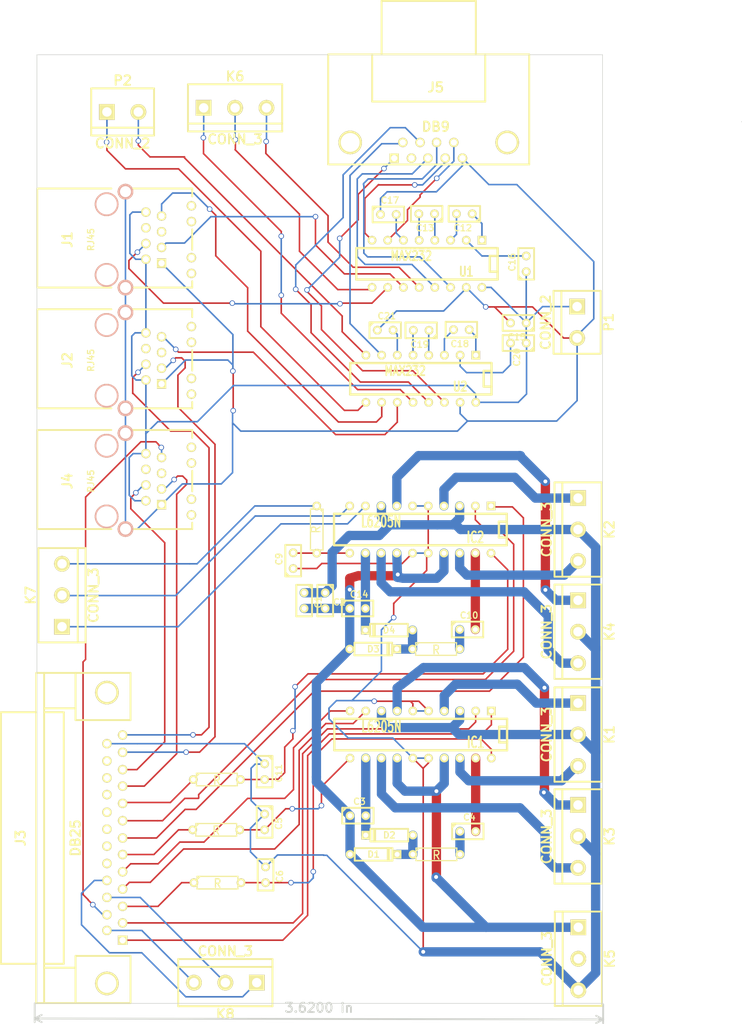
<source format=kicad_pcb>
(kicad_pcb (version 3) (host pcbnew "(2013-07-07 BZR 4022)-stable")

  (general
    (links 135)
    (no_connects 0)
    (area 20.040599 25.095199 140.3121 192.59039)
    (thickness 1.6)
    (drawings 7)
    (tracks 736)
    (zones 0)
    (modules 48)
    (nets 73)
  )

  (page A4)
  (layers
    (15 Dessus.Cu signal)
    (0 Dessous.Cu signal)
    (16 Dessous.Adhes user)
    (17 Dessus.Adhes user)
    (18 Dessous.Pate user)
    (19 Dessus.Pate user)
    (20 Dessous.SilkS user)
    (21 Dessus.SilkS user)
    (22 Dessous.Masque user)
    (23 Dessus.Masque user)
    (24 Dessin.User user)
    (25 Cmts.User user)
    (26 Eco1.User user)
    (27 Eco2.User user)
    (28 Contours.Ci user)
  )

  (setup
    (last_trace_width 0.254)
    (trace_clearance 0.254)
    (zone_clearance 0.508)
    (zone_45_only no)
    (trace_min 0.254)
    (segment_width 0.2)
    (edge_width 0.1)
    (via_size 0.889)
    (via_drill 0.635)
    (via_min_size 0.889)
    (via_min_drill 0.508)
    (uvia_size 0.508)
    (uvia_drill 0.127)
    (uvias_allowed no)
    (uvia_min_size 0.508)
    (uvia_min_drill 0.127)
    (pcb_text_width 0.3)
    (pcb_text_size 1.5 1.5)
    (mod_edge_width 0.15)
    (mod_text_size 1 1)
    (mod_text_width 0.15)
    (pad_size 1.5 1.5)
    (pad_drill 0.6)
    (pad_to_mask_clearance 0)
    (aux_axis_origin 26.1112 187.3504)
    (visible_elements 7FFFFFFF)
    (pcbplotparams
      (layerselection 32769)
      (usegerberextensions false)
      (excludeedgelayer false)
      (linewidth 0.150000)
      (plotframeref false)
      (viasonmask false)
      (mode 1)
      (useauxorigin true)
      (hpglpennumber 1)
      (hpglpenspeed 20)
      (hpglpendiameter 15)
      (hpglpenoverlay 2)
      (psnegative false)
      (psa4output false)
      (plotreference true)
      (plotvalue true)
      (plotothertext true)
      (plotinvisibletext false)
      (padsonsilk true)
      (subtractmaskfromsilk false)
      (outputformat 1)
      (mirror false)
      (drillshape 0)
      (scaleselection 1)
      (outputdirectory ""))
  )

  (net 0 "")
  (net 1 +5V)
  (net 2 DGND)
  (net 3 GND)
  (net 4 N-000001)
  (net 5 N-0000010)
  (net 6 N-0000011)
  (net 7 N-0000012)
  (net 8 N-0000013)
  (net 9 N-0000014)
  (net 10 N-0000015)
  (net 11 N-0000016)
  (net 12 N-0000017)
  (net 13 N-0000018)
  (net 14 N-0000019)
  (net 15 N-000002)
  (net 16 N-0000020)
  (net 17 N-0000021)
  (net 18 N-0000022)
  (net 19 N-0000023)
  (net 20 N-0000024)
  (net 21 N-0000025)
  (net 22 N-0000026)
  (net 23 N-0000028)
  (net 24 N-0000029)
  (net 25 N-000003)
  (net 26 N-0000030)
  (net 27 N-0000032)
  (net 28 N-0000033)
  (net 29 N-0000034)
  (net 30 N-0000035)
  (net 31 N-0000036)
  (net 32 N-0000037)
  (net 33 N-0000038)
  (net 34 N-0000039)
  (net 35 N-000004)
  (net 36 N-0000040)
  (net 37 N-0000041)
  (net 38 N-0000042)
  (net 39 N-0000043)
  (net 40 N-0000044)
  (net 41 N-0000045)
  (net 42 N-0000046)
  (net 43 N-0000047)
  (net 44 N-0000048)
  (net 45 N-0000049)
  (net 46 N-000005)
  (net 47 N-0000050)
  (net 48 N-0000051)
  (net 49 N-0000052)
  (net 50 N-0000053)
  (net 51 N-0000054)
  (net 52 N-0000055)
  (net 53 N-0000056)
  (net 54 N-0000057)
  (net 55 N-0000058)
  (net 56 N-0000059)
  (net 57 N-000006)
  (net 58 N-0000060)
  (net 59 N-0000061)
  (net 60 N-0000062)
  (net 61 N-0000063)
  (net 62 N-0000064)
  (net 63 N-0000068)
  (net 64 N-000007)
  (net 65 N-0000074)
  (net 66 N-0000075)
  (net 67 N-0000082)
  (net 68 N-0000085)
  (net 69 N-0000086)
  (net 70 N-0000087)
  (net 71 N-000009)
  (net 72 VSS)

  (net_class Default "Ceci est la Netclass par défaut"
    (clearance 0.254)
    (trace_width 0.254)
    (via_dia 0.889)
    (via_drill 0.635)
    (uvia_dia 0.508)
    (uvia_drill 0.127)
    (add_net "")
    (add_net +5V)
    (add_net DGND)
    (add_net N-000001)
    (add_net N-0000010)
    (add_net N-0000011)
    (add_net N-0000012)
    (add_net N-0000013)
    (add_net N-0000014)
    (add_net N-0000015)
    (add_net N-0000016)
    (add_net N-0000017)
    (add_net N-0000018)
    (add_net N-0000019)
    (add_net N-0000022)
    (add_net N-0000024)
    (add_net N-0000028)
    (add_net N-0000029)
    (add_net N-000003)
    (add_net N-0000030)
    (add_net N-0000032)
    (add_net N-0000033)
    (add_net N-0000034)
    (add_net N-0000035)
    (add_net N-0000036)
    (add_net N-0000037)
    (add_net N-0000038)
    (add_net N-0000039)
    (add_net N-000004)
    (add_net N-0000040)
    (add_net N-0000041)
    (add_net N-0000042)
    (add_net N-0000043)
    (add_net N-0000044)
    (add_net N-0000045)
    (add_net N-0000046)
    (add_net N-0000047)
    (add_net N-0000048)
    (add_net N-0000049)
    (add_net N-000005)
    (add_net N-0000050)
    (add_net N-0000051)
    (add_net N-0000052)
    (add_net N-0000053)
    (add_net N-0000054)
    (add_net N-0000055)
    (add_net N-0000056)
    (add_net N-0000057)
    (add_net N-0000058)
    (add_net N-0000059)
    (add_net N-000006)
    (add_net N-0000060)
    (add_net N-0000061)
    (add_net N-0000062)
    (add_net N-0000063)
    (add_net N-0000064)
    (add_net N-000007)
    (add_net N-0000074)
    (add_net N-0000075)
    (add_net N-0000082)
    (add_net N-0000085)
    (add_net N-0000086)
    (add_net N-000009)
  )

  (net_class puissance ""
    (clearance 0.254)
    (trace_width 1.5)
    (via_dia 0.889)
    (via_drill 0.635)
    (uvia_dia 0.508)
    (uvia_drill 0.127)
    (add_net GND)
    (add_net N-000002)
    (add_net N-0000020)
    (add_net N-0000021)
    (add_net N-0000023)
    (add_net N-0000025)
    (add_net N-0000026)
    (add_net N-0000068)
    (add_net N-0000087)
    (add_net VSS)
  )

  (module RJ45_TRANSFO   locked (layer Dessus.Cu) (tedit 4C6963A3) (tstamp 52743173)
    (at 46.4312 106.8832 270)
    (tags RJ45)
    (path /526FDC1F)
    (fp_text reference J4 (at -3.81 15.24 270) (layer Dessus.SilkS)
      (effects (font (size 1.524 1.524) (thickness 0.3048)))
    )
    (fp_text value RJ45 (at -3.81 11.43 270) (layer Dessus.SilkS)
      (effects (font (size 1.00076 1.00076) (thickness 0.2032)))
    )
    (fp_line (start 3.937 20.066) (end 3.937 8.128) (layer Dessus.SilkS) (width 0.3048))
    (fp_line (start 3.937 4.953) (end 3.937 -4.953) (layer Dessus.SilkS) (width 0.3048))
    (fp_line (start -12.065 20.066) (end -12.065 8.128) (layer Dessus.SilkS) (width 0.3048))
    (fp_line (start -12.065 4.953) (end -12.065 -4.953) (layer Dessus.SilkS) (width 0.3048))
    (fp_line (start 3.937 -4.953) (end 2.921 -4.953) (layer Dessus.SilkS) (width 0.3048))
    (fp_line (start -5.461 -4.953) (end -2.159 -4.953) (layer Dessus.SilkS) (width 0.3048))
    (fp_line (start -12.065 -4.953) (end -10.795 -4.953) (layer Dessus.SilkS) (width 0.3048))
    (fp_line (start -12.065 20.11172) (end 3.937 20.11172) (layer Dessus.SilkS) (width 0.3048))
    (pad Hole thru_hole circle (at 1.905 8.89 270) (size 3.85064 3.85064) (drill 3.302)
      (layers *.Cu *.SilkS *.Mask)
    )
    (pad Hole thru_hole circle (at -9.525 8.89 270) (size 3.85064 3.85064) (drill 3.302)
      (layers *.Cu *.SilkS *.Mask)
    )
    (pad 8 thru_hole circle (at -8.255 2.54 270) (size 1.524 1.524) (drill 1.016)
      (layers *.Cu *.Mask Dessus.SilkS)
      (net 1 +5V)
    )
    (pad 7 thru_hole circle (at -7.62 0 270) (size 1.524 1.524) (drill 1.016)
      (layers *.Cu *.Mask Dessus.SilkS)
      (net 12 N-0000017)
    )
    (pad 6 thru_hole circle (at -5.715 2.54 270) (size 1.524 1.524) (drill 1.016)
      (layers *.Cu *.Mask Dessus.SilkS)
    )
    (pad 5 thru_hole circle (at -5.08 0 270) (size 1.524 1.524) (drill 1.016)
      (layers *.Cu *.Mask Dessus.SilkS)
    )
    (pad 4 thru_hole circle (at -3.175 2.54 270) (size 1.524 1.524) (drill 1.016)
      (layers *.Cu *.Mask Dessus.SilkS)
      (net 11 N-0000016)
    )
    (pad 3 thru_hole circle (at -2.54 0 270) (size 1.524 1.524) (drill 1.016)
      (layers *.Cu *.Mask Dessus.SilkS)
      (net 10 N-0000015)
    )
    (pad 2 thru_hole circle (at -0.635 2.54 270) (size 1.524 1.524) (drill 1.016)
      (layers *.Cu *.Mask Dessus.SilkS)
      (net 1 +5V)
    )
    (pad 13 thru_hole circle (at 3.937 5.842 270) (size 2.54 2.54) (drill 1.778)
      (layers *.Cu *.SilkS *.Mask)
      (net 2 DGND)
    )
    (pad 13 thru_hole circle (at -11.557 5.842 270) (size 2.54 2.54) (drill 1.778)
      (layers *.Cu *.SilkS *.Mask)
      (net 2 DGND)
    )
    (pad YK thru_hole circle (at -6.731 -4.826 270) (size 1.524 1.524) (drill 1.016)
      (layers *.Cu *.Mask Dessus.SilkS)
    )
    (pad GA thru_hole circle (at -0.889 -4.826 270) (size 1.524 1.524) (drill 1.016)
      (layers *.Cu *.Mask Dessus.SilkS)
    )
    (pad YA thru_hole circle (at -9.271 -4.826 270) (size 1.524 1.524) (drill 1.016)
      (layers *.Cu *.Mask Dessus.SilkS)
    )
    (pad GK thru_hole circle (at 1.651 -4.826 270) (size 1.524 1.524) (drill 1.016)
      (layers *.Cu *.Mask Dessus.SilkS)
    )
    (pad 1 thru_hole rect (at 0 0 270) (size 1.524 1.524) (drill 1.016)
      (layers *.Cu *.Mask Dessus.SilkS)
      (net 2 DGND)
    )
  )

  (module RJ45_TRANSFO   locked (layer Dessus.Cu) (tedit 4C6963A3) (tstamp 52743156)
    (at 46.4312 67.8688 270)
    (tags RJ45)
    (path /52701D48)
    (fp_text reference J1 (at -3.81 15.24 270) (layer Dessus.SilkS)
      (effects (font (size 1.524 1.524) (thickness 0.3048)))
    )
    (fp_text value RJ45 (at -3.81 11.43 270) (layer Dessus.SilkS)
      (effects (font (size 1.00076 1.00076) (thickness 0.2032)))
    )
    (fp_line (start 3.937 20.066) (end 3.937 8.128) (layer Dessus.SilkS) (width 0.3048))
    (fp_line (start 3.937 4.953) (end 3.937 -4.953) (layer Dessus.SilkS) (width 0.3048))
    (fp_line (start -12.065 20.066) (end -12.065 8.128) (layer Dessus.SilkS) (width 0.3048))
    (fp_line (start -12.065 4.953) (end -12.065 -4.953) (layer Dessus.SilkS) (width 0.3048))
    (fp_line (start 3.937 -4.953) (end 2.921 -4.953) (layer Dessus.SilkS) (width 0.3048))
    (fp_line (start -5.461 -4.953) (end -2.159 -4.953) (layer Dessus.SilkS) (width 0.3048))
    (fp_line (start -12.065 -4.953) (end -10.795 -4.953) (layer Dessus.SilkS) (width 0.3048))
    (fp_line (start -12.065 20.11172) (end 3.937 20.11172) (layer Dessus.SilkS) (width 0.3048))
    (pad Hole thru_hole circle (at 1.905 8.89 270) (size 3.85064 3.85064) (drill 3.302)
      (layers *.Cu *.SilkS *.Mask)
    )
    (pad Hole thru_hole circle (at -9.525 8.89 270) (size 3.85064 3.85064) (drill 3.302)
      (layers *.Cu *.SilkS *.Mask)
    )
    (pad 8 thru_hole circle (at -8.255 2.54 270) (size 1.524 1.524) (drill 1.016)
      (layers *.Cu *.Mask Dessus.SilkS)
      (net 1 +5V)
    )
    (pad 7 thru_hole circle (at -7.62 0 270) (size 1.524 1.524) (drill 1.016)
      (layers *.Cu *.Mask Dessus.SilkS)
      (net 31 N-0000036)
    )
    (pad 6 thru_hole circle (at -5.715 2.54 270) (size 1.524 1.524) (drill 1.016)
      (layers *.Cu *.Mask Dessus.SilkS)
    )
    (pad 5 thru_hole circle (at -5.08 0 270) (size 1.524 1.524) (drill 1.016)
      (layers *.Cu *.Mask Dessus.SilkS)
    )
    (pad 4 thru_hole circle (at -3.175 2.54 270) (size 1.524 1.524) (drill 1.016)
      (layers *.Cu *.Mask Dessus.SilkS)
      (net 60 N-0000062)
    )
    (pad 3 thru_hole circle (at -2.54 0 270) (size 1.524 1.524) (drill 1.016)
      (layers *.Cu *.Mask Dessus.SilkS)
      (net 56 N-0000059)
    )
    (pad 2 thru_hole circle (at -0.635 2.54 270) (size 1.524 1.524) (drill 1.016)
      (layers *.Cu *.Mask Dessus.SilkS)
      (net 1 +5V)
    )
    (pad 13 thru_hole circle (at 3.937 5.842 270) (size 2.54 2.54) (drill 1.778)
      (layers *.Cu *.SilkS *.Mask)
      (net 2 DGND)
    )
    (pad 13 thru_hole circle (at -11.557 5.842 270) (size 2.54 2.54) (drill 1.778)
      (layers *.Cu *.SilkS *.Mask)
      (net 2 DGND)
    )
    (pad YK thru_hole circle (at -6.731 -4.826 270) (size 1.524 1.524) (drill 1.016)
      (layers *.Cu *.Mask Dessus.SilkS)
    )
    (pad GA thru_hole circle (at -0.889 -4.826 270) (size 1.524 1.524) (drill 1.016)
      (layers *.Cu *.Mask Dessus.SilkS)
    )
    (pad YA thru_hole circle (at -9.271 -4.826 270) (size 1.524 1.524) (drill 1.016)
      (layers *.Cu *.Mask Dessus.SilkS)
    )
    (pad GK thru_hole circle (at 1.651 -4.826 270) (size 1.524 1.524) (drill 1.016)
      (layers *.Cu *.Mask Dessus.SilkS)
    )
    (pad 1 thru_hole rect (at 0 0 270) (size 1.524 1.524) (drill 1.016)
      (layers *.Cu *.Mask Dessus.SilkS)
      (net 2 DGND)
    )
  )

  (module RJ45_TRANSFO   locked (layer Dessus.Cu) (tedit 4C6963A3) (tstamp 52743139)
    (at 46.4312 87.376 270)
    (tags RJ45)
    (path /52701D42)
    (fp_text reference J2 (at -3.81 15.24 270) (layer Dessus.SilkS)
      (effects (font (size 1.524 1.524) (thickness 0.3048)))
    )
    (fp_text value RJ45 (at -3.81 11.43 270) (layer Dessus.SilkS)
      (effects (font (size 1.00076 1.00076) (thickness 0.2032)))
    )
    (fp_line (start 3.937 20.066) (end 3.937 8.128) (layer Dessus.SilkS) (width 0.3048))
    (fp_line (start 3.937 4.953) (end 3.937 -4.953) (layer Dessus.SilkS) (width 0.3048))
    (fp_line (start -12.065 20.066) (end -12.065 8.128) (layer Dessus.SilkS) (width 0.3048))
    (fp_line (start -12.065 4.953) (end -12.065 -4.953) (layer Dessus.SilkS) (width 0.3048))
    (fp_line (start 3.937 -4.953) (end 2.921 -4.953) (layer Dessus.SilkS) (width 0.3048))
    (fp_line (start -5.461 -4.953) (end -2.159 -4.953) (layer Dessus.SilkS) (width 0.3048))
    (fp_line (start -12.065 -4.953) (end -10.795 -4.953) (layer Dessus.SilkS) (width 0.3048))
    (fp_line (start -12.065 20.11172) (end 3.937 20.11172) (layer Dessus.SilkS) (width 0.3048))
    (pad Hole thru_hole circle (at 1.905 8.89 270) (size 3.85064 3.85064) (drill 3.302)
      (layers *.Cu *.SilkS *.Mask)
    )
    (pad Hole thru_hole circle (at -9.525 8.89 270) (size 3.85064 3.85064) (drill 3.302)
      (layers *.Cu *.SilkS *.Mask)
    )
    (pad 8 thru_hole circle (at -8.255 2.54 270) (size 1.524 1.524) (drill 1.016)
      (layers *.Cu *.Mask Dessus.SilkS)
      (net 1 +5V)
    )
    (pad 7 thru_hole circle (at -7.62 0 270) (size 1.524 1.524) (drill 1.016)
      (layers *.Cu *.Mask Dessus.SilkS)
      (net 58 N-0000060)
    )
    (pad 6 thru_hole circle (at -5.715 2.54 270) (size 1.524 1.524) (drill 1.016)
      (layers *.Cu *.Mask Dessus.SilkS)
    )
    (pad 5 thru_hole circle (at -5.08 0 270) (size 1.524 1.524) (drill 1.016)
      (layers *.Cu *.Mask Dessus.SilkS)
    )
    (pad 4 thru_hole circle (at -3.175 2.54 270) (size 1.524 1.524) (drill 1.016)
      (layers *.Cu *.Mask Dessus.SilkS)
      (net 43 N-0000047)
    )
    (pad 3 thru_hole circle (at -2.54 0 270) (size 1.524 1.524) (drill 1.016)
      (layers *.Cu *.Mask Dessus.SilkS)
      (net 55 N-0000058)
    )
    (pad 2 thru_hole circle (at -0.635 2.54 270) (size 1.524 1.524) (drill 1.016)
      (layers *.Cu *.Mask Dessus.SilkS)
      (net 1 +5V)
    )
    (pad 13 thru_hole circle (at 3.937 5.842 270) (size 2.54 2.54) (drill 1.778)
      (layers *.Cu *.SilkS *.Mask)
      (net 2 DGND)
    )
    (pad 13 thru_hole circle (at -11.557 5.842 270) (size 2.54 2.54) (drill 1.778)
      (layers *.Cu *.SilkS *.Mask)
      (net 2 DGND)
    )
    (pad YK thru_hole circle (at -6.731 -4.826 270) (size 1.524 1.524) (drill 1.016)
      (layers *.Cu *.Mask Dessus.SilkS)
    )
    (pad GA thru_hole circle (at -0.889 -4.826 270) (size 1.524 1.524) (drill 1.016)
      (layers *.Cu *.Mask Dessus.SilkS)
    )
    (pad YA thru_hole circle (at -9.271 -4.826 270) (size 1.524 1.524) (drill 1.016)
      (layers *.Cu *.Mask Dessus.SilkS)
    )
    (pad GK thru_hole circle (at 1.651 -4.826 270) (size 1.524 1.524) (drill 1.016)
      (layers *.Cu *.Mask Dessus.SilkS)
    )
    (pad 1 thru_hole rect (at 0 0 270) (size 1.524 1.524) (drill 1.016)
      (layers *.Cu *.Mask Dessus.SilkS)
      (net 2 DGND)
    )
  )

  (module DIP-20__300 (layer Dessus.Cu) (tedit 200000) (tstamp 527441AC)
    (at 88.2904 110.8964 180)
    (descr "20 pins DIL package, round pads")
    (tags DIL)
    (path /52702A46)
    (fp_text reference IC2 (at -8.89 -1.27 180) (layer Dessus.SilkS)
      (effects (font (size 1.778 1.143) (thickness 0.3048)))
    )
    (fp_text value L6205N (at 6.35 1.27 180) (layer Dessus.SilkS)
      (effects (font (size 1.778 1.143) (thickness 0.3048)))
    )
    (fp_line (start -13.97 -1.27) (end -12.7 -1.27) (layer Dessus.SilkS) (width 0.381))
    (fp_line (start -12.7 -1.27) (end -12.7 1.27) (layer Dessus.SilkS) (width 0.381))
    (fp_line (start -12.7 1.27) (end -13.97 1.27) (layer Dessus.SilkS) (width 0.381))
    (fp_line (start -13.97 -2.54) (end 13.97 -2.54) (layer Dessus.SilkS) (width 0.381))
    (fp_line (start 13.97 -2.54) (end 13.97 2.54) (layer Dessus.SilkS) (width 0.381))
    (fp_line (start 13.97 2.54) (end -13.97 2.54) (layer Dessus.SilkS) (width 0.381))
    (fp_line (start -13.97 2.54) (end -13.97 -2.54) (layer Dessus.SilkS) (width 0.381))
    (pad 1 thru_hole rect (at -11.43 3.81 180) (size 1.397 1.397) (drill 0.8128)
      (layers *.Cu *.Mask Dessus.SilkS)
      (net 6 N-0000011)
    )
    (pad 2 thru_hole circle (at -8.89 3.81 180) (size 1.397 1.397) (drill 0.8128)
      (layers *.Cu *.Mask Dessus.SilkS)
      (net 7 N-0000012)
    )
    (pad 3 thru_hole circle (at -6.35 3.81 180) (size 1.397 1.397) (drill 0.8128)
      (layers *.Cu *.Mask Dessus.SilkS)
      (net 3 GND)
    )
    (pad 4 thru_hole circle (at -3.81 3.81 180) (size 1.397 1.397) (drill 0.8128)
      (layers *.Cu *.Mask Dessus.SilkS)
      (net 15 N-000002)
    )
    (pad 5 thru_hole circle (at -1.27 3.81 180) (size 1.397 1.397) (drill 0.8128)
      (layers *.Cu *.Mask Dessus.SilkS)
      (net 3 GND)
    )
    (pad 6 thru_hole circle (at 1.27 3.81 180) (size 1.397 1.397) (drill 0.8128)
      (layers *.Cu *.Mask Dessus.SilkS)
      (net 3 GND)
    )
    (pad 7 thru_hole circle (at 3.81 3.81 180) (size 1.397 1.397) (drill 0.8128)
      (layers *.Cu *.Mask Dessus.SilkS)
      (net 21 N-0000025)
    )
    (pad 8 thru_hole circle (at 6.35 3.81 180) (size 1.397 1.397) (drill 0.8128)
      (layers *.Cu *.Mask Dessus.SilkS)
      (net 3 GND)
    )
    (pad 9 thru_hole circle (at 8.89 3.81 180) (size 1.397 1.397) (drill 0.8128)
      (layers *.Cu *.Mask Dessus.SilkS)
      (net 26 N-0000030)
    )
    (pad 10 thru_hole circle (at 11.43 3.81 180) (size 1.397 1.397) (drill 0.8128)
      (layers *.Cu *.Mask Dessus.SilkS)
      (net 23 N-0000028)
    )
    (pad 11 thru_hole circle (at 11.43 -3.81 180) (size 1.397 1.397) (drill 0.8128)
      (layers *.Cu *.Mask Dessus.SilkS)
      (net 22 N-0000026)
    )
    (pad 12 thru_hole circle (at 8.89 -3.81 180) (size 1.397 1.397) (drill 0.8128)
      (layers *.Cu *.Mask Dessus.SilkS)
      (net 70 N-0000087)
    )
    (pad 13 thru_hole circle (at 6.35 -3.81 180) (size 1.397 1.397) (drill 0.8128)
      (layers *.Cu *.Mask Dessus.SilkS)
      (net 20 N-0000024)
    )
    (pad 14 thru_hole circle (at 3.81 -3.81 180) (size 1.397 1.397) (drill 0.8128)
      (layers *.Cu *.Mask Dessus.SilkS)
      (net 72 VSS)
    )
    (pad 15 thru_hole circle (at 1.27 -3.81 180) (size 1.397 1.397) (drill 0.8128)
      (layers *.Cu *.Mask Dessus.SilkS)
      (net 3 GND)
    )
    (pad 16 thru_hole circle (at -1.27 -3.81 180) (size 1.397 1.397) (drill 0.8128)
      (layers *.Cu *.Mask Dessus.SilkS)
      (net 3 GND)
    )
    (pad 17 thru_hole circle (at -3.81 -3.81 180) (size 1.397 1.397) (drill 0.8128)
      (layers *.Cu *.Mask Dessus.SilkS)
      (net 72 VSS)
    )
    (pad 18 thru_hole circle (at -6.35 -3.81 180) (size 1.397 1.397) (drill 0.8128)
      (layers *.Cu *.Mask Dessus.SilkS)
      (net 18 N-0000022)
    )
    (pad 19 thru_hole circle (at -8.89 -3.81 180) (size 1.397 1.397) (drill 0.8128)
      (layers *.Cu *.Mask Dessus.SilkS)
      (net 9 N-0000014)
    )
    (pad 20 thru_hole circle (at -11.43 -3.81 180) (size 1.397 1.397) (drill 0.8128)
      (layers *.Cu *.Mask Dessus.SilkS)
      (net 5 N-0000010)
    )
    (model dil/dil_20.wrl
      (at (xyz 0 0 0))
      (scale (xyz 1 1 1))
      (rotate (xyz 0 0 0))
    )
  )

  (module DIP-20__300 (layer Dessus.Cu) (tedit 200000) (tstamp 5274418C)
    (at 88.3412 144.018 180)
    (descr "20 pins DIL package, round pads")
    (tags DIL)
    (path /526FBBFD)
    (fp_text reference IC1 (at -8.89 -1.27 180) (layer Dessus.SilkS)
      (effects (font (size 1.778 1.143) (thickness 0.3048)))
    )
    (fp_text value L6205N (at 6.35 1.27 180) (layer Dessus.SilkS)
      (effects (font (size 1.778 1.143) (thickness 0.3048)))
    )
    (fp_line (start -13.97 -1.27) (end -12.7 -1.27) (layer Dessus.SilkS) (width 0.381))
    (fp_line (start -12.7 -1.27) (end -12.7 1.27) (layer Dessus.SilkS) (width 0.381))
    (fp_line (start -12.7 1.27) (end -13.97 1.27) (layer Dessus.SilkS) (width 0.381))
    (fp_line (start -13.97 -2.54) (end 13.97 -2.54) (layer Dessus.SilkS) (width 0.381))
    (fp_line (start 13.97 -2.54) (end 13.97 2.54) (layer Dessus.SilkS) (width 0.381))
    (fp_line (start 13.97 2.54) (end -13.97 2.54) (layer Dessus.SilkS) (width 0.381))
    (fp_line (start -13.97 2.54) (end -13.97 -2.54) (layer Dessus.SilkS) (width 0.381))
    (pad 1 thru_hole rect (at -11.43 3.81 180) (size 1.397 1.397) (drill 0.8128)
      (layers *.Cu *.Mask Dessus.SilkS)
      (net 25 N-000003)
    )
    (pad 2 thru_hole circle (at -8.89 3.81 180) (size 1.397 1.397) (drill 0.8128)
      (layers *.Cu *.Mask Dessus.SilkS)
      (net 35 N-000004)
    )
    (pad 3 thru_hole circle (at -6.35 3.81 180) (size 1.397 1.397) (drill 0.8128)
      (layers *.Cu *.Mask Dessus.SilkS)
      (net 3 GND)
    )
    (pad 4 thru_hole circle (at -3.81 3.81 180) (size 1.397 1.397) (drill 0.8128)
      (layers *.Cu *.Mask Dessus.SilkS)
      (net 14 N-0000019)
    )
    (pad 5 thru_hole circle (at -1.27 3.81 180) (size 1.397 1.397) (drill 0.8128)
      (layers *.Cu *.Mask Dessus.SilkS)
      (net 3 GND)
    )
    (pad 6 thru_hole circle (at 1.27 3.81 180) (size 1.397 1.397) (drill 0.8128)
      (layers *.Cu *.Mask Dessus.SilkS)
      (net 3 GND)
    )
    (pad 7 thru_hole circle (at 3.81 3.81 180) (size 1.397 1.397) (drill 0.8128)
      (layers *.Cu *.Mask Dessus.SilkS)
      (net 63 N-0000068)
    )
    (pad 8 thru_hole circle (at 6.35 3.81 180) (size 1.397 1.397) (drill 0.8128)
      (layers *.Cu *.Mask Dessus.SilkS)
      (net 3 GND)
    )
    (pad 9 thru_hole circle (at 8.89 3.81 180) (size 1.397 1.397) (drill 0.8128)
      (layers *.Cu *.Mask Dessus.SilkS)
      (net 46 N-000005)
    )
    (pad 10 thru_hole circle (at 11.43 3.81 180) (size 1.397 1.397) (drill 0.8128)
      (layers *.Cu *.Mask Dessus.SilkS)
      (net 57 N-000006)
    )
    (pad 11 thru_hole circle (at 11.43 -3.81 180) (size 1.397 1.397) (drill 0.8128)
      (layers *.Cu *.Mask Dessus.SilkS)
      (net 68 N-0000085)
    )
    (pad 12 thru_hole circle (at 8.89 -3.81 180) (size 1.397 1.397) (drill 0.8128)
      (layers *.Cu *.Mask Dessus.SilkS)
      (net 67 N-0000082)
    )
    (pad 13 thru_hole circle (at 6.35 -3.81 180) (size 1.397 1.397) (drill 0.8128)
      (layers *.Cu *.Mask Dessus.SilkS)
      (net 66 N-0000075)
    )
    (pad 14 thru_hole circle (at 3.81 -3.81 180) (size 1.397 1.397) (drill 0.8128)
      (layers *.Cu *.Mask Dessus.SilkS)
      (net 72 VSS)
    )
    (pad 15 thru_hole circle (at 1.27 -3.81 180) (size 1.397 1.397) (drill 0.8128)
      (layers *.Cu *.Mask Dessus.SilkS)
      (net 3 GND)
    )
    (pad 16 thru_hole circle (at -1.27 -3.81 180) (size 1.397 1.397) (drill 0.8128)
      (layers *.Cu *.Mask Dessus.SilkS)
      (net 3 GND)
    )
    (pad 17 thru_hole circle (at -3.81 -3.81 180) (size 1.397 1.397) (drill 0.8128)
      (layers *.Cu *.Mask Dessus.SilkS)
      (net 72 VSS)
    )
    (pad 18 thru_hole circle (at -6.35 -3.81 180) (size 1.397 1.397) (drill 0.8128)
      (layers *.Cu *.Mask Dessus.SilkS)
      (net 65 N-0000074)
    )
    (pad 19 thru_hole circle (at -8.89 -3.81 180) (size 1.397 1.397) (drill 0.8128)
      (layers *.Cu *.Mask Dessus.SilkS)
      (net 16 N-0000020)
    )
    (pad 20 thru_hole circle (at -11.43 -3.81 180) (size 1.397 1.397) (drill 0.8128)
      (layers *.Cu *.Mask Dessus.SilkS)
      (net 13 N-0000018)
    )
    (model dil/dil_20.wrl
      (at (xyz 0 0 0))
      (scale (xyz 1 1 1))
      (rotate (xyz 0 0 0))
    )
  )

  (module DIP-16__300 (layer Dessus.Cu) (tedit 200000) (tstamp 5274416C)
    (at 89.3572 67.9704 180)
    (descr "16 pins DIL package, round pads")
    (tags DIL)
    (path /52704DC3)
    (fp_text reference U1 (at -6.35 -1.27 180) (layer Dessus.SilkS)
      (effects (font (size 1.524 1.143) (thickness 0.3048)))
    )
    (fp_text value MAX232 (at 2.54 1.27 180) (layer Dessus.SilkS)
      (effects (font (size 1.524 1.143) (thickness 0.3048)))
    )
    (fp_line (start -11.43 -1.27) (end -11.43 -1.27) (layer Dessus.SilkS) (width 0.381))
    (fp_line (start -11.43 -1.27) (end -10.16 -1.27) (layer Dessus.SilkS) (width 0.381))
    (fp_line (start -10.16 -1.27) (end -10.16 1.27) (layer Dessus.SilkS) (width 0.381))
    (fp_line (start -10.16 1.27) (end -11.43 1.27) (layer Dessus.SilkS) (width 0.381))
    (fp_line (start -11.43 -2.54) (end 11.43 -2.54) (layer Dessus.SilkS) (width 0.381))
    (fp_line (start 11.43 -2.54) (end 11.43 2.54) (layer Dessus.SilkS) (width 0.381))
    (fp_line (start 11.43 2.54) (end -11.43 2.54) (layer Dessus.SilkS) (width 0.381))
    (fp_line (start -11.43 2.54) (end -11.43 -2.54) (layer Dessus.SilkS) (width 0.381))
    (pad 1 thru_hole rect (at -8.89 3.81 180) (size 1.397 1.397) (drill 0.8128)
      (layers *.Cu *.Mask Dessus.SilkS)
      (net 52 N-0000055)
    )
    (pad 2 thru_hole circle (at -6.35 3.81 180) (size 1.397 1.397) (drill 0.8128)
      (layers *.Cu *.Mask Dessus.SilkS)
      (net 62 N-0000064)
    )
    (pad 3 thru_hole circle (at -3.81 3.81 180) (size 1.397 1.397) (drill 0.8128)
      (layers *.Cu *.Mask Dessus.SilkS)
      (net 51 N-0000054)
    )
    (pad 4 thru_hole circle (at -1.27 3.81 180) (size 1.397 1.397) (drill 0.8128)
      (layers *.Cu *.Mask Dessus.SilkS)
      (net 50 N-0000053)
    )
    (pad 5 thru_hole circle (at 1.27 3.81 180) (size 1.397 1.397) (drill 0.8128)
      (layers *.Cu *.Mask Dessus.SilkS)
      (net 49 N-0000052)
    )
    (pad 6 thru_hole circle (at 3.81 3.81 180) (size 1.397 1.397) (drill 0.8128)
      (layers *.Cu *.Mask Dessus.SilkS)
      (net 53 N-0000056)
    )
    (pad 7 thru_hole circle (at 6.35 3.81 180) (size 1.397 1.397) (drill 0.8128)
      (layers *.Cu *.Mask Dessus.SilkS)
      (net 33 N-0000038)
    )
    (pad 8 thru_hole circle (at 8.89 3.81 180) (size 1.397 1.397) (drill 0.8128)
      (layers *.Cu *.Mask Dessus.SilkS)
      (net 40 N-0000044)
    )
    (pad 9 thru_hole circle (at 8.89 -3.81 180) (size 1.397 1.397) (drill 0.8128)
      (layers *.Cu *.Mask Dessus.SilkS)
      (net 41 N-0000045)
    )
    (pad 10 thru_hole circle (at 6.35 -3.81 180) (size 1.397 1.397) (drill 0.8128)
      (layers *.Cu *.Mask Dessus.SilkS)
      (net 60 N-0000062)
    )
    (pad 11 thru_hole circle (at 3.81 -3.81 180) (size 1.397 1.397) (drill 0.8128)
      (layers *.Cu *.Mask Dessus.SilkS)
      (net 56 N-0000059)
    )
    (pad 12 thru_hole circle (at 1.27 -3.81 180) (size 1.397 1.397) (drill 0.8128)
      (layers *.Cu *.Mask Dessus.SilkS)
      (net 38 N-0000042)
    )
    (pad 13 thru_hole circle (at -1.27 -3.81 180) (size 1.397 1.397) (drill 0.8128)
      (layers *.Cu *.Mask Dessus.SilkS)
      (net 29 N-0000034)
    )
    (pad 14 thru_hole circle (at -3.81 -3.81 180) (size 1.397 1.397) (drill 0.8128)
      (layers *.Cu *.Mask Dessus.SilkS)
      (net 30 N-0000035)
    )
    (pad 15 thru_hole circle (at -6.35 -3.81 180) (size 1.397 1.397) (drill 0.8128)
      (layers *.Cu *.Mask Dessus.SilkS)
      (net 2 DGND)
    )
    (pad 16 thru_hole circle (at -8.89 -3.81 180) (size 1.397 1.397) (drill 0.8128)
      (layers *.Cu *.Mask Dessus.SilkS)
      (net 1 +5V)
    )
    (model dil/dil_16.wrl
      (at (xyz 0 0 0))
      (scale (xyz 1 1 1))
      (rotate (xyz 0 0 0))
    )
  )

  (module DIP-16__300 (layer Dessus.Cu) (tedit 200000) (tstamp 5274414F)
    (at 88.3666 86.5378 180)
    (descr "16 pins DIL package, round pads")
    (tags DIL)
    (path /52704D81)
    (fp_text reference U2 (at -6.35 -1.27 180) (layer Dessus.SilkS)
      (effects (font (size 1.524 1.143) (thickness 0.3048)))
    )
    (fp_text value MAX232 (at 2.54 1.27 180) (layer Dessus.SilkS)
      (effects (font (size 1.524 1.143) (thickness 0.3048)))
    )
    (fp_line (start -11.43 -1.27) (end -11.43 -1.27) (layer Dessus.SilkS) (width 0.381))
    (fp_line (start -11.43 -1.27) (end -10.16 -1.27) (layer Dessus.SilkS) (width 0.381))
    (fp_line (start -10.16 -1.27) (end -10.16 1.27) (layer Dessus.SilkS) (width 0.381))
    (fp_line (start -10.16 1.27) (end -11.43 1.27) (layer Dessus.SilkS) (width 0.381))
    (fp_line (start -11.43 -2.54) (end 11.43 -2.54) (layer Dessus.SilkS) (width 0.381))
    (fp_line (start 11.43 -2.54) (end 11.43 2.54) (layer Dessus.SilkS) (width 0.381))
    (fp_line (start 11.43 2.54) (end -11.43 2.54) (layer Dessus.SilkS) (width 0.381))
    (fp_line (start -11.43 2.54) (end -11.43 -2.54) (layer Dessus.SilkS) (width 0.381))
    (pad 1 thru_hole rect (at -8.89 3.81 180) (size 1.397 1.397) (drill 0.8128)
      (layers *.Cu *.Mask Dessus.SilkS)
      (net 44 N-0000048)
    )
    (pad 2 thru_hole circle (at -6.35 3.81 180) (size 1.397 1.397) (drill 0.8128)
      (layers *.Cu *.Mask Dessus.SilkS)
      (net 61 N-0000063)
    )
    (pad 3 thru_hole circle (at -3.81 3.81 180) (size 1.397 1.397) (drill 0.8128)
      (layers *.Cu *.Mask Dessus.SilkS)
      (net 45 N-0000049)
    )
    (pad 4 thru_hole circle (at -1.27 3.81 180) (size 1.397 1.397) (drill 0.8128)
      (layers *.Cu *.Mask Dessus.SilkS)
      (net 47 N-0000050)
    )
    (pad 5 thru_hole circle (at 1.27 3.81 180) (size 1.397 1.397) (drill 0.8128)
      (layers *.Cu *.Mask Dessus.SilkS)
      (net 48 N-0000051)
    )
    (pad 6 thru_hole circle (at 3.81 3.81 180) (size 1.397 1.397) (drill 0.8128)
      (layers *.Cu *.Mask Dessus.SilkS)
      (net 54 N-0000057)
    )
    (pad 7 thru_hole circle (at 6.35 3.81 180) (size 1.397 1.397) (drill 0.8128)
      (layers *.Cu *.Mask Dessus.SilkS)
      (net 32 N-0000037)
    )
    (pad 8 thru_hole circle (at 8.89 3.81 180) (size 1.397 1.397) (drill 0.8128)
      (layers *.Cu *.Mask Dessus.SilkS)
      (net 37 N-0000041)
    )
    (pad 9 thru_hole circle (at 8.89 -3.81 180) (size 1.397 1.397) (drill 0.8128)
      (layers *.Cu *.Mask Dessus.SilkS)
      (net 36 N-0000040)
    )
    (pad 10 thru_hole circle (at 6.35 -3.81 180) (size 1.397 1.397) (drill 0.8128)
      (layers *.Cu *.Mask Dessus.SilkS)
      (net 31 N-0000036)
    )
    (pad 11 thru_hole circle (at 3.81 -3.81 180) (size 1.397 1.397) (drill 0.8128)
      (layers *.Cu *.Mask Dessus.SilkS)
      (net 58 N-0000060)
    )
    (pad 12 thru_hole circle (at 1.27 -3.81 180) (size 1.397 1.397) (drill 0.8128)
      (layers *.Cu *.Mask Dessus.SilkS)
      (net 42 N-0000046)
    )
    (pad 13 thru_hole circle (at -1.27 -3.81 180) (size 1.397 1.397) (drill 0.8128)
      (layers *.Cu *.Mask Dessus.SilkS)
      (net 39 N-0000043)
    )
    (pad 14 thru_hole circle (at -3.81 -3.81 180) (size 1.397 1.397) (drill 0.8128)
      (layers *.Cu *.Mask Dessus.SilkS)
      (net 59 N-0000061)
    )
    (pad 15 thru_hole circle (at -6.35 -3.81 180) (size 1.397 1.397) (drill 0.8128)
      (layers *.Cu *.Mask Dessus.SilkS)
      (net 2 DGND)
    )
    (pad 16 thru_hole circle (at -8.89 -3.81 180) (size 1.397 1.397) (drill 0.8128)
      (layers *.Cu *.Mask Dessus.SilkS)
      (net 1 +5V)
    )
    (model dil/dil_16.wrl
      (at (xyz 0 0 0))
      (scale (xyz 1 1 1))
      (rotate (xyz 0 0 0))
    )
  )

  (module D3 (layer Dessus.Cu) (tedit 52710175) (tstamp 52744132)
    (at 83.2612 160.274 180)
    (descr "Diode 3 pas")
    (tags "DIODE DEV")
    (path /526FC833)
    (fp_text reference D2 (at 0 0 180) (layer Dessus.SilkS)
      (effects (font (size 1.016 1.016) (thickness 0.2032)))
    )
    (fp_text value DIODE (at 0 0 180) (layer Dessus.SilkS) hide
      (effects (font (size 1.016 1.016) (thickness 0.2032)))
    )
    (fp_line (start 3.81 0) (end 3.048 0) (layer Dessus.SilkS) (width 0.3048))
    (fp_line (start 3.048 0) (end 3.048 -1.016) (layer Dessus.SilkS) (width 0.3048))
    (fp_line (start 3.048 -1.016) (end -3.048 -1.016) (layer Dessus.SilkS) (width 0.3048))
    (fp_line (start -3.048 -1.016) (end -3.048 0) (layer Dessus.SilkS) (width 0.3048))
    (fp_line (start -3.048 0) (end -3.81 0) (layer Dessus.SilkS) (width 0.3048))
    (fp_line (start -3.048 0) (end -3.048 1.016) (layer Dessus.SilkS) (width 0.3048))
    (fp_line (start -3.048 1.016) (end 3.048 1.016) (layer Dessus.SilkS) (width 0.3048))
    (fp_line (start 3.048 1.016) (end 3.048 0) (layer Dessus.SilkS) (width 0.3048))
    (fp_line (start 2.54 -1.016) (end 2.54 1.016) (layer Dessus.SilkS) (width 0.3048))
    (fp_line (start 2.286 1.016) (end 2.286 -1.016) (layer Dessus.SilkS) (width 0.3048))
    (pad 2 thru_hole rect (at 3.81 0 180) (size 1.397 1.397) (drill 0.8128)
      (layers *.Cu *.Mask Dessus.SilkS)
      (net 67 N-0000082)
    )
    (pad 1 thru_hole circle (at -3.81 0 180) (size 1.397 1.397) (drill 0.8128)
      (layers *.Cu *.Mask Dessus.SilkS)
      (net 69 N-0000086)
    )
    (model discret/diode.wrl
      (at (xyz 0 0 0))
      (scale (xyz 0.3 0.3 0.3))
      (rotate (xyz 0 0 0))
    )
  )

  (module D3 (layer Dessus.Cu) (tedit 200000) (tstamp 52744121)
    (at 80.6704 130.2004)
    (descr "Diode 3 pas")
    (tags "DIODE DEV")
    (path /52702A10)
    (fp_text reference D3 (at 0 0) (layer Dessus.SilkS)
      (effects (font (size 1.016 1.016) (thickness 0.2032)))
    )
    (fp_text value DIODE (at 0 0) (layer Dessus.SilkS) hide
      (effects (font (size 1.016 1.016) (thickness 0.2032)))
    )
    (fp_line (start 3.81 0) (end 3.048 0) (layer Dessus.SilkS) (width 0.3048))
    (fp_line (start 3.048 0) (end 3.048 -1.016) (layer Dessus.SilkS) (width 0.3048))
    (fp_line (start 3.048 -1.016) (end -3.048 -1.016) (layer Dessus.SilkS) (width 0.3048))
    (fp_line (start -3.048 -1.016) (end -3.048 0) (layer Dessus.SilkS) (width 0.3048))
    (fp_line (start -3.048 0) (end -3.81 0) (layer Dessus.SilkS) (width 0.3048))
    (fp_line (start -3.048 0) (end -3.048 1.016) (layer Dessus.SilkS) (width 0.3048))
    (fp_line (start -3.048 1.016) (end 3.048 1.016) (layer Dessus.SilkS) (width 0.3048))
    (fp_line (start 3.048 1.016) (end 3.048 0) (layer Dessus.SilkS) (width 0.3048))
    (fp_line (start 2.54 -1.016) (end 2.54 1.016) (layer Dessus.SilkS) (width 0.3048))
    (fp_line (start 2.286 1.016) (end 2.286 -1.016) (layer Dessus.SilkS) (width 0.3048))
    (pad 2 thru_hole rect (at 3.81 0) (size 1.397 1.397) (drill 0.8128)
      (layers *.Cu *.Mask Dessus.SilkS)
      (net 19 N-0000023)
    )
    (pad 1 thru_hole circle (at -3.81 0) (size 1.397 1.397) (drill 0.8128)
      (layers *.Cu *.Mask Dessus.SilkS)
      (net 72 VSS)
    )
    (model discret/diode.wrl
      (at (xyz 0 0 0))
      (scale (xyz 0.3 0.3 0.3))
      (rotate (xyz 0 0 0))
    )
  )

  (module D3 (layer Dessus.Cu) (tedit 52710AE9) (tstamp 52744110)
    (at 80.7212 163.3728)
    (descr "Diode 3 pas")
    (tags "DIODE DEV")
    (path /526FCB2E)
    (fp_text reference D1 (at 0 0) (layer Dessus.SilkS)
      (effects (font (size 1.016 1.016) (thickness 0.2032)))
    )
    (fp_text value DIODE (at 0 0) (layer Dessus.SilkS) hide
      (effects (font (size 1.016 1.016) (thickness 0.2032)))
    )
    (fp_line (start 3.81 0) (end 3.048 0) (layer Dessus.SilkS) (width 0.3048))
    (fp_line (start 3.048 0) (end 3.048 -1.016) (layer Dessus.SilkS) (width 0.3048))
    (fp_line (start 3.048 -1.016) (end -3.048 -1.016) (layer Dessus.SilkS) (width 0.3048))
    (fp_line (start -3.048 -1.016) (end -3.048 0) (layer Dessus.SilkS) (width 0.3048))
    (fp_line (start -3.048 0) (end -3.81 0) (layer Dessus.SilkS) (width 0.3048))
    (fp_line (start -3.048 0) (end -3.048 1.016) (layer Dessus.SilkS) (width 0.3048))
    (fp_line (start -3.048 1.016) (end 3.048 1.016) (layer Dessus.SilkS) (width 0.3048))
    (fp_line (start 3.048 1.016) (end 3.048 0) (layer Dessus.SilkS) (width 0.3048))
    (fp_line (start 2.54 -1.016) (end 2.54 1.016) (layer Dessus.SilkS) (width 0.3048))
    (fp_line (start 2.286 1.016) (end 2.286 -1.016) (layer Dessus.SilkS) (width 0.3048))
    (pad 2 thru_hole rect (at 3.81 0) (size 1.397 1.397) (drill 0.8128)
      (layers *.Cu *.Mask Dessus.SilkS)
      (net 69 N-0000086)
    )
    (pad 1 thru_hole circle (at -3.81 0) (size 1.397 1.397) (drill 0.8128)
      (layers *.Cu *.Mask Dessus.SilkS)
      (net 72 VSS)
    )
    (model discret/diode.wrl
      (at (xyz 0 0 0))
      (scale (xyz 0.3 0.3 0.3))
      (rotate (xyz 0 0 0))
    )
  )

  (module D3 (layer Dessus.Cu) (tedit 5271019F) (tstamp 527440FF)
    (at 83.2104 127.1524 180)
    (descr "Diode 3 pas")
    (tags "DIODE DEV")
    (path /52702A40)
    (fp_text reference D4 (at 0 0 180) (layer Dessus.SilkS)
      (effects (font (size 1.016 1.016) (thickness 0.2032)))
    )
    (fp_text value DIODE (at 0 0 180) (layer Dessus.SilkS) hide
      (effects (font (size 1.016 1.016) (thickness 0.2032)))
    )
    (fp_line (start 3.81 0) (end 3.048 0) (layer Dessus.SilkS) (width 0.3048))
    (fp_line (start 3.048 0) (end 3.048 -1.016) (layer Dessus.SilkS) (width 0.3048))
    (fp_line (start 3.048 -1.016) (end -3.048 -1.016) (layer Dessus.SilkS) (width 0.3048))
    (fp_line (start -3.048 -1.016) (end -3.048 0) (layer Dessus.SilkS) (width 0.3048))
    (fp_line (start -3.048 0) (end -3.81 0) (layer Dessus.SilkS) (width 0.3048))
    (fp_line (start -3.048 0) (end -3.048 1.016) (layer Dessus.SilkS) (width 0.3048))
    (fp_line (start -3.048 1.016) (end 3.048 1.016) (layer Dessus.SilkS) (width 0.3048))
    (fp_line (start 3.048 1.016) (end 3.048 0) (layer Dessus.SilkS) (width 0.3048))
    (fp_line (start 2.54 -1.016) (end 2.54 1.016) (layer Dessus.SilkS) (width 0.3048))
    (fp_line (start 2.286 1.016) (end 2.286 -1.016) (layer Dessus.SilkS) (width 0.3048))
    (pad 2 thru_hole rect (at 3.81 0 180) (size 1.397 1.397) (drill 0.8128)
      (layers *.Cu *.Mask Dessus.SilkS)
      (net 70 N-0000087)
    )
    (pad 1 thru_hole circle (at -3.81 0 180) (size 1.397 1.397) (drill 0.8128)
      (layers *.Cu *.Mask Dessus.SilkS)
      (net 19 N-0000023)
    )
    (model discret/diode.wrl
      (at (xyz 0 0 0))
      (scale (xyz 0.3 0.3 0.3))
      (rotate (xyz 0 0 0))
    )
  )

  (module C1 (layer Dessus.Cu) (tedit 3F92C496) (tstamp 527440EE)
    (at 104.14 77.5208 180)
    (descr "Condensateur e = 1 pas")
    (tags C)
    (path /527060AF)
    (fp_text reference C15 (at 0.254 -2.286 180) (layer Dessus.SilkS)
      (effects (font (size 1.016 1.016) (thickness 0.2032)))
    )
    (fp_text value C (at 0 -2.286 180) (layer Dessus.SilkS) hide
      (effects (font (size 1.016 1.016) (thickness 0.2032)))
    )
    (fp_line (start -2.4892 -1.27) (end 2.54 -1.27) (layer Dessus.SilkS) (width 0.3048))
    (fp_line (start 2.54 -1.27) (end 2.54 1.27) (layer Dessus.SilkS) (width 0.3048))
    (fp_line (start 2.54 1.27) (end -2.54 1.27) (layer Dessus.SilkS) (width 0.3048))
    (fp_line (start -2.54 1.27) (end -2.54 -1.27) (layer Dessus.SilkS) (width 0.3048))
    (fp_line (start -2.54 -0.635) (end -1.905 -1.27) (layer Dessus.SilkS) (width 0.3048))
    (pad 1 thru_hole circle (at -1.27 0 180) (size 1.397 1.397) (drill 0.8128)
      (layers *.Cu *.Mask Dessus.SilkS)
      (net 1 +5V)
    )
    (pad 2 thru_hole circle (at 1.27 0 180) (size 1.397 1.397) (drill 0.8128)
      (layers *.Cu *.Mask Dessus.SilkS)
      (net 2 DGND)
    )
    (model discret/capa_1_pas.wrl
      (at (xyz 0 0 0))
      (scale (xyz 1 1 1))
      (rotate (xyz 0 0 0))
    )
  )

  (module C1 (layer Dessus.Cu) (tedit 3F92C496) (tstamp 527440E2)
    (at 69.4944 122.3772 270)
    (descr "Condensateur e = 1 pas")
    (tags C)
    (path /526F862D)
    (fp_text reference C1 (at 0.254 -2.286 270) (layer Dessus.SilkS)
      (effects (font (size 1.016 1.016) (thickness 0.2032)))
    )
    (fp_text value C (at 0 -2.286 270) (layer Dessus.SilkS) hide
      (effects (font (size 1.016 1.016) (thickness 0.2032)))
    )
    (fp_line (start -2.4892 -1.27) (end 2.54 -1.27) (layer Dessus.SilkS) (width 0.3048))
    (fp_line (start 2.54 -1.27) (end 2.54 1.27) (layer Dessus.SilkS) (width 0.3048))
    (fp_line (start 2.54 1.27) (end -2.54 1.27) (layer Dessus.SilkS) (width 0.3048))
    (fp_line (start -2.54 1.27) (end -2.54 -1.27) (layer Dessus.SilkS) (width 0.3048))
    (fp_line (start -2.54 -0.635) (end -1.905 -1.27) (layer Dessus.SilkS) (width 0.3048))
    (pad 1 thru_hole circle (at -1.27 0 270) (size 1.397 1.397) (drill 0.8128)
      (layers *.Cu *.Mask Dessus.SilkS)
      (net 3 GND)
    )
    (pad 2 thru_hole circle (at 1.27 0 270) (size 1.397 1.397) (drill 0.8128)
      (layers *.Cu *.Mask Dessus.SilkS)
      (net 72 VSS)
    )
    (model discret/capa_1_pas.wrl
      (at (xyz 0 0 0))
      (scale (xyz 1 1 1))
      (rotate (xyz 0 0 0))
    )
  )

  (module C1 (layer Dessus.Cu) (tedit 3F92C496) (tstamp 527440D6)
    (at 82.6008 78.6892)
    (descr "Condensateur e = 1 pas")
    (tags C)
    (path /52705978)
    (fp_text reference C21 (at 0.254 -2.286) (layer Dessus.SilkS)
      (effects (font (size 1.016 1.016) (thickness 0.2032)))
    )
    (fp_text value C (at 0 -2.286) (layer Dessus.SilkS) hide
      (effects (font (size 1.016 1.016) (thickness 0.2032)))
    )
    (fp_line (start -2.4892 -1.27) (end 2.54 -1.27) (layer Dessus.SilkS) (width 0.3048))
    (fp_line (start 2.54 -1.27) (end 2.54 1.27) (layer Dessus.SilkS) (width 0.3048))
    (fp_line (start 2.54 1.27) (end -2.54 1.27) (layer Dessus.SilkS) (width 0.3048))
    (fp_line (start -2.54 1.27) (end -2.54 -1.27) (layer Dessus.SilkS) (width 0.3048))
    (fp_line (start -2.54 -0.635) (end -1.905 -1.27) (layer Dessus.SilkS) (width 0.3048))
    (pad 1 thru_hole circle (at -1.27 0) (size 1.397 1.397) (drill 0.8128)
      (layers *.Cu *.Mask Dessus.SilkS)
      (net 2 DGND)
    )
    (pad 2 thru_hole circle (at 1.27 0) (size 1.397 1.397) (drill 0.8128)
      (layers *.Cu *.Mask Dessus.SilkS)
      (net 54 N-0000057)
    )
    (model discret/capa_1_pas.wrl
      (at (xyz 0 0 0))
      (scale (xyz 1 1 1))
      (rotate (xyz 0 0 0))
    )
  )

  (module C1 (layer Dessus.Cu) (tedit 52714EF0) (tstamp 527440CA)
    (at 104.14 80.772 180)
    (descr "Condensateur e = 1 pas")
    (tags C)
    (path /52705972)
    (fp_text reference C20 (at 0.254 -2.286 270) (layer Dessus.SilkS)
      (effects (font (size 1.016 1.016) (thickness 0.2032)))
    )
    (fp_text value C (at 0 -2.286 180) (layer Dessus.SilkS) hide
      (effects (font (size 1.016 1.016) (thickness 0.2032)))
    )
    (fp_line (start -2.4892 -1.27) (end 2.54 -1.27) (layer Dessus.SilkS) (width 0.3048))
    (fp_line (start 2.54 -1.27) (end 2.54 1.27) (layer Dessus.SilkS) (width 0.3048))
    (fp_line (start 2.54 1.27) (end -2.54 1.27) (layer Dessus.SilkS) (width 0.3048))
    (fp_line (start -2.54 1.27) (end -2.54 -1.27) (layer Dessus.SilkS) (width 0.3048))
    (fp_line (start -2.54 -0.635) (end -1.905 -1.27) (layer Dessus.SilkS) (width 0.3048))
    (pad 1 thru_hole circle (at -1.27 0 180) (size 1.397 1.397) (drill 0.8128)
      (layers *.Cu *.Mask Dessus.SilkS)
      (net 1 +5V)
    )
    (pad 2 thru_hole circle (at 1.27 0 180) (size 1.397 1.397) (drill 0.8128)
      (layers *.Cu *.Mask Dessus.SilkS)
      (net 61 N-0000063)
    )
    (model discret/capa_1_pas.wrl
      (at (xyz 0 0 0))
      (scale (xyz 1 1 1))
      (rotate (xyz 0 0 0))
    )
  )

  (module C1 (layer Dessus.Cu) (tedit 3F92C496) (tstamp 527440BE)
    (at 105.41 67.9704 90)
    (descr "Condensateur e = 1 pas")
    (tags C)
    (path /5270596C)
    (fp_text reference C16 (at 0.254 -2.286 90) (layer Dessus.SilkS)
      (effects (font (size 1.016 1.016) (thickness 0.2032)))
    )
    (fp_text value C (at 0 -2.286 90) (layer Dessus.SilkS) hide
      (effects (font (size 1.016 1.016) (thickness 0.2032)))
    )
    (fp_line (start -2.4892 -1.27) (end 2.54 -1.27) (layer Dessus.SilkS) (width 0.3048))
    (fp_line (start 2.54 -1.27) (end 2.54 1.27) (layer Dessus.SilkS) (width 0.3048))
    (fp_line (start 2.54 1.27) (end -2.54 1.27) (layer Dessus.SilkS) (width 0.3048))
    (fp_line (start -2.54 1.27) (end -2.54 -1.27) (layer Dessus.SilkS) (width 0.3048))
    (fp_line (start -2.54 -0.635) (end -1.905 -1.27) (layer Dessus.SilkS) (width 0.3048))
    (pad 1 thru_hole circle (at -1.27 0 90) (size 1.397 1.397) (drill 0.8128)
      (layers *.Cu *.Mask Dessus.SilkS)
      (net 1 +5V)
    )
    (pad 2 thru_hole circle (at 1.27 0 90) (size 1.397 1.397) (drill 0.8128)
      (layers *.Cu *.Mask Dessus.SilkS)
      (net 62 N-0000064)
    )
    (model discret/capa_1_pas.wrl
      (at (xyz 0 0 0))
      (scale (xyz 1 1 1))
      (rotate (xyz 0 0 0))
    )
  )

  (module C1 (layer Dessus.Cu) (tedit 3F92C496) (tstamp 527440B2)
    (at 83.1088 59.9948)
    (descr "Condensateur e = 1 pas")
    (tags C)
    (path /527057C3)
    (fp_text reference C17 (at 0.254 -2.286) (layer Dessus.SilkS)
      (effects (font (size 1.016 1.016) (thickness 0.2032)))
    )
    (fp_text value C (at 0 -2.286) (layer Dessus.SilkS) hide
      (effects (font (size 1.016 1.016) (thickness 0.2032)))
    )
    (fp_line (start -2.4892 -1.27) (end 2.54 -1.27) (layer Dessus.SilkS) (width 0.3048))
    (fp_line (start 2.54 -1.27) (end 2.54 1.27) (layer Dessus.SilkS) (width 0.3048))
    (fp_line (start 2.54 1.27) (end -2.54 1.27) (layer Dessus.SilkS) (width 0.3048))
    (fp_line (start -2.54 1.27) (end -2.54 -1.27) (layer Dessus.SilkS) (width 0.3048))
    (fp_line (start -2.54 -0.635) (end -1.905 -1.27) (layer Dessus.SilkS) (width 0.3048))
    (pad 1 thru_hole circle (at -1.27 0) (size 1.397 1.397) (drill 0.8128)
      (layers *.Cu *.Mask Dessus.SilkS)
      (net 2 DGND)
    )
    (pad 2 thru_hole circle (at 1.27 0) (size 1.397 1.397) (drill 0.8128)
      (layers *.Cu *.Mask Dessus.SilkS)
      (net 53 N-0000056)
    )
    (model discret/capa_1_pas.wrl
      (at (xyz 0 0 0))
      (scale (xyz 1 1 1))
      (rotate (xyz 0 0 0))
    )
  )

  (module C1 (layer Dessus.Cu) (tedit 3F92C496) (tstamp 527440A6)
    (at 89.3064 59.8932 180)
    (descr "Condensateur e = 1 pas")
    (tags C)
    (path /52704E08)
    (fp_text reference C13 (at 0.254 -2.286 180) (layer Dessus.SilkS)
      (effects (font (size 1.016 1.016) (thickness 0.2032)))
    )
    (fp_text value C (at 0 -2.286 180) (layer Dessus.SilkS) hide
      (effects (font (size 1.016 1.016) (thickness 0.2032)))
    )
    (fp_line (start -2.4892 -1.27) (end 2.54 -1.27) (layer Dessus.SilkS) (width 0.3048))
    (fp_line (start 2.54 -1.27) (end 2.54 1.27) (layer Dessus.SilkS) (width 0.3048))
    (fp_line (start 2.54 1.27) (end -2.54 1.27) (layer Dessus.SilkS) (width 0.3048))
    (fp_line (start -2.54 1.27) (end -2.54 -1.27) (layer Dessus.SilkS) (width 0.3048))
    (fp_line (start -2.54 -0.635) (end -1.905 -1.27) (layer Dessus.SilkS) (width 0.3048))
    (pad 1 thru_hole circle (at -1.27 0 180) (size 1.397 1.397) (drill 0.8128)
      (layers *.Cu *.Mask Dessus.SilkS)
      (net 50 N-0000053)
    )
    (pad 2 thru_hole circle (at 1.27 0 180) (size 1.397 1.397) (drill 0.8128)
      (layers *.Cu *.Mask Dessus.SilkS)
      (net 49 N-0000052)
    )
    (model discret/capa_1_pas.wrl
      (at (xyz 0 0 0))
      (scale (xyz 1 1 1))
      (rotate (xyz 0 0 0))
    )
  )

  (module C1 (layer Dessus.Cu) (tedit 3F92C496) (tstamp 5274409A)
    (at 95.4024 59.8932 180)
    (descr "Condensateur e = 1 pas")
    (tags C)
    (path /52704E02)
    (fp_text reference C12 (at 0.254 -2.286 180) (layer Dessus.SilkS)
      (effects (font (size 1.016 1.016) (thickness 0.2032)))
    )
    (fp_text value C (at 0 -2.286 180) (layer Dessus.SilkS) hide
      (effects (font (size 1.016 1.016) (thickness 0.2032)))
    )
    (fp_line (start -2.4892 -1.27) (end 2.54 -1.27) (layer Dessus.SilkS) (width 0.3048))
    (fp_line (start 2.54 -1.27) (end 2.54 1.27) (layer Dessus.SilkS) (width 0.3048))
    (fp_line (start 2.54 1.27) (end -2.54 1.27) (layer Dessus.SilkS) (width 0.3048))
    (fp_line (start -2.54 1.27) (end -2.54 -1.27) (layer Dessus.SilkS) (width 0.3048))
    (fp_line (start -2.54 -0.635) (end -1.905 -1.27) (layer Dessus.SilkS) (width 0.3048))
    (pad 1 thru_hole circle (at -1.27 0 180) (size 1.397 1.397) (drill 0.8128)
      (layers *.Cu *.Mask Dessus.SilkS)
      (net 52 N-0000055)
    )
    (pad 2 thru_hole circle (at 1.27 0 180) (size 1.397 1.397) (drill 0.8128)
      (layers *.Cu *.Mask Dessus.SilkS)
      (net 51 N-0000054)
    )
    (model discret/capa_1_pas.wrl
      (at (xyz 0 0 0))
      (scale (xyz 1 1 1))
      (rotate (xyz 0 0 0))
    )
  )

  (module C1 (layer Dessus.Cu) (tedit 3F92C496) (tstamp 5274408E)
    (at 88.4174 78.7146 180)
    (descr "Condensateur e = 1 pas")
    (tags C)
    (path /52704DFC)
    (fp_text reference C19 (at 0.254 -2.286 180) (layer Dessus.SilkS)
      (effects (font (size 1.016 1.016) (thickness 0.2032)))
    )
    (fp_text value C (at 0 -2.286 180) (layer Dessus.SilkS) hide
      (effects (font (size 1.016 1.016) (thickness 0.2032)))
    )
    (fp_line (start -2.4892 -1.27) (end 2.54 -1.27) (layer Dessus.SilkS) (width 0.3048))
    (fp_line (start 2.54 -1.27) (end 2.54 1.27) (layer Dessus.SilkS) (width 0.3048))
    (fp_line (start 2.54 1.27) (end -2.54 1.27) (layer Dessus.SilkS) (width 0.3048))
    (fp_line (start -2.54 1.27) (end -2.54 -1.27) (layer Dessus.SilkS) (width 0.3048))
    (fp_line (start -2.54 -0.635) (end -1.905 -1.27) (layer Dessus.SilkS) (width 0.3048))
    (pad 1 thru_hole circle (at -1.27 0 180) (size 1.397 1.397) (drill 0.8128)
      (layers *.Cu *.Mask Dessus.SilkS)
      (net 47 N-0000050)
    )
    (pad 2 thru_hole circle (at 1.27 0 180) (size 1.397 1.397) (drill 0.8128)
      (layers *.Cu *.Mask Dessus.SilkS)
      (net 48 N-0000051)
    )
    (model discret/capa_1_pas.wrl
      (at (xyz 0 0 0))
      (scale (xyz 1 1 1))
      (rotate (xyz 0 0 0))
    )
  )

  (module C1 (layer Dessus.Cu) (tedit 3F92C496) (tstamp 52744082)
    (at 94.9198 78.613 180)
    (descr "Condensateur e = 1 pas")
    (tags C)
    (path /52704DF1)
    (fp_text reference C18 (at 0.254 -2.286 180) (layer Dessus.SilkS)
      (effects (font (size 1.016 1.016) (thickness 0.2032)))
    )
    (fp_text value C (at 0 -2.286 180) (layer Dessus.SilkS) hide
      (effects (font (size 1.016 1.016) (thickness 0.2032)))
    )
    (fp_line (start -2.4892 -1.27) (end 2.54 -1.27) (layer Dessus.SilkS) (width 0.3048))
    (fp_line (start 2.54 -1.27) (end 2.54 1.27) (layer Dessus.SilkS) (width 0.3048))
    (fp_line (start 2.54 1.27) (end -2.54 1.27) (layer Dessus.SilkS) (width 0.3048))
    (fp_line (start -2.54 1.27) (end -2.54 -1.27) (layer Dessus.SilkS) (width 0.3048))
    (fp_line (start -2.54 -0.635) (end -1.905 -1.27) (layer Dessus.SilkS) (width 0.3048))
    (pad 1 thru_hole circle (at -1.27 0 180) (size 1.397 1.397) (drill 0.8128)
      (layers *.Cu *.Mask Dessus.SilkS)
      (net 44 N-0000048)
    )
    (pad 2 thru_hole circle (at 1.27 0 180) (size 1.397 1.397) (drill 0.8128)
      (layers *.Cu *.Mask Dessus.SilkS)
      (net 45 N-0000049)
    )
    (model discret/capa_1_pas.wrl
      (at (xyz 0 0 0))
      (scale (xyz 1 1 1))
      (rotate (xyz 0 0 0))
    )
  )

  (module C1 (layer Dessus.Cu) (tedit 3F92C496) (tstamp 52744076)
    (at 63.246 166.6748 270)
    (descr "Condensateur e = 1 pas")
    (tags C)
    (path /526FC8E8)
    (fp_text reference C6 (at 0.254 -2.286 270) (layer Dessus.SilkS)
      (effects (font (size 1.016 1.016) (thickness 0.2032)))
    )
    (fp_text value C (at 0 -2.286 270) (layer Dessus.SilkS) hide
      (effects (font (size 1.016 1.016) (thickness 0.2032)))
    )
    (fp_line (start -2.4892 -1.27) (end 2.54 -1.27) (layer Dessus.SilkS) (width 0.3048))
    (fp_line (start 2.54 -1.27) (end 2.54 1.27) (layer Dessus.SilkS) (width 0.3048))
    (fp_line (start 2.54 1.27) (end -2.54 1.27) (layer Dessus.SilkS) (width 0.3048))
    (fp_line (start -2.54 1.27) (end -2.54 -1.27) (layer Dessus.SilkS) (width 0.3048))
    (fp_line (start -2.54 -0.635) (end -1.905 -1.27) (layer Dessus.SilkS) (width 0.3048))
    (pad 1 thru_hole circle (at -1.27 0 270) (size 1.397 1.397) (drill 0.8128)
      (layers *.Cu *.Mask Dessus.SilkS)
      (net 3 GND)
    )
    (pad 2 thru_hole circle (at 1.27 0 270) (size 1.397 1.397) (drill 0.8128)
      (layers *.Cu *.Mask Dessus.SilkS)
      (net 13 N-0000018)
    )
    (model discret/capa_1_pas.wrl
      (at (xyz 0 0 0))
      (scale (xyz 1 1 1))
      (rotate (xyz 0 0 0))
    )
  )

  (module C1 (layer Dessus.Cu) (tedit 3F92C496) (tstamp 5274406A)
    (at 78.1304 123.6472)
    (descr "Condensateur e = 1 pas")
    (tags C)
    (path /52702A34)
    (fp_text reference C14 (at 0.254 -2.286) (layer Dessus.SilkS)
      (effects (font (size 1.016 1.016) (thickness 0.2032)))
    )
    (fp_text value C (at 0 -2.286) (layer Dessus.SilkS) hide
      (effects (font (size 1.016 1.016) (thickness 0.2032)))
    )
    (fp_line (start -2.4892 -1.27) (end 2.54 -1.27) (layer Dessus.SilkS) (width 0.3048))
    (fp_line (start 2.54 -1.27) (end 2.54 1.27) (layer Dessus.SilkS) (width 0.3048))
    (fp_line (start 2.54 1.27) (end -2.54 1.27) (layer Dessus.SilkS) (width 0.3048))
    (fp_line (start -2.54 1.27) (end -2.54 -1.27) (layer Dessus.SilkS) (width 0.3048))
    (fp_line (start -2.54 -0.635) (end -1.905 -1.27) (layer Dessus.SilkS) (width 0.3048))
    (pad 1 thru_hole circle (at -1.27 0) (size 1.397 1.397) (drill 0.8128)
      (layers *.Cu *.Mask Dessus.SilkS)
      (net 72 VSS)
    )
    (pad 2 thru_hole circle (at 1.27 0) (size 1.397 1.397) (drill 0.8128)
      (layers *.Cu *.Mask Dessus.SilkS)
      (net 70 N-0000087)
    )
    (model discret/capa_1_pas.wrl
      (at (xyz 0 0 0))
      (scale (xyz 1 1 1))
      (rotate (xyz 0 0 0))
    )
  )

  (module C1 (layer Dessus.Cu) (tedit 3F92C496) (tstamp 5274405E)
    (at 95.9104 127.0508)
    (descr "Condensateur e = 1 pas")
    (tags C)
    (path /52702A2E)
    (fp_text reference C10 (at 0.254 -2.286) (layer Dessus.SilkS)
      (effects (font (size 1.016 1.016) (thickness 0.2032)))
    )
    (fp_text value C (at 0 -2.286) (layer Dessus.SilkS) hide
      (effects (font (size 1.016 1.016) (thickness 0.2032)))
    )
    (fp_line (start -2.4892 -1.27) (end 2.54 -1.27) (layer Dessus.SilkS) (width 0.3048))
    (fp_line (start 2.54 -1.27) (end 2.54 1.27) (layer Dessus.SilkS) (width 0.3048))
    (fp_line (start 2.54 1.27) (end -2.54 1.27) (layer Dessus.SilkS) (width 0.3048))
    (fp_line (start -2.54 1.27) (end -2.54 -1.27) (layer Dessus.SilkS) (width 0.3048))
    (fp_line (start -2.54 -0.635) (end -1.905 -1.27) (layer Dessus.SilkS) (width 0.3048))
    (pad 1 thru_hole circle (at -1.27 0) (size 1.397 1.397) (drill 0.8128)
      (layers *.Cu *.Mask Dessus.SilkS)
      (net 71 N-000009)
    )
    (pad 2 thru_hole circle (at 1.27 0) (size 1.397 1.397) (drill 0.8128)
      (layers *.Cu *.Mask Dessus.SilkS)
      (net 9 N-0000014)
    )
    (model discret/capa_1_pas.wrl
      (at (xyz 0 0 0))
      (scale (xyz 1 1 1))
      (rotate (xyz 0 0 0))
    )
  )

  (module C1 (layer Dessus.Cu) (tedit 3F92C496) (tstamp 52744052)
    (at 67.7164 115.9256 90)
    (descr "Condensateur e = 1 pas")
    (tags C)
    (path /52702A28)
    (fp_text reference C9 (at 0.254 -2.286 90) (layer Dessus.SilkS)
      (effects (font (size 1.016 1.016) (thickness 0.2032)))
    )
    (fp_text value C (at 0 -2.286 90) (layer Dessus.SilkS) hide
      (effects (font (size 1.016 1.016) (thickness 0.2032)))
    )
    (fp_line (start -2.4892 -1.27) (end 2.54 -1.27) (layer Dessus.SilkS) (width 0.3048))
    (fp_line (start 2.54 -1.27) (end 2.54 1.27) (layer Dessus.SilkS) (width 0.3048))
    (fp_line (start 2.54 1.27) (end -2.54 1.27) (layer Dessus.SilkS) (width 0.3048))
    (fp_line (start -2.54 1.27) (end -2.54 -1.27) (layer Dessus.SilkS) (width 0.3048))
    (fp_line (start -2.54 -0.635) (end -1.905 -1.27) (layer Dessus.SilkS) (width 0.3048))
    (pad 1 thru_hole circle (at -1.27 0 90) (size 1.397 1.397) (drill 0.8128)
      (layers *.Cu *.Mask Dessus.SilkS)
      (net 3 GND)
    )
    (pad 2 thru_hole circle (at 1.27 0 90) (size 1.397 1.397) (drill 0.8128)
      (layers *.Cu *.Mask Dessus.SilkS)
      (net 22 N-0000026)
    )
    (model discret/capa_1_pas.wrl
      (at (xyz 0 0 0))
      (scale (xyz 1 1 1))
      (rotate (xyz 0 0 0))
    )
  )

  (module C1 (layer Dessus.Cu) (tedit 3F92C496) (tstamp 52744046)
    (at 63.0936 150.0124 270)
    (descr "Condensateur e = 1 pas")
    (tags C)
    (path /52702A22)
    (fp_text reference C11 (at 0.254 -2.286 270) (layer Dessus.SilkS)
      (effects (font (size 1.016 1.016) (thickness 0.2032)))
    )
    (fp_text value C (at 0 -2.286 270) (layer Dessus.SilkS) hide
      (effects (font (size 1.016 1.016) (thickness 0.2032)))
    )
    (fp_line (start -2.4892 -1.27) (end 2.54 -1.27) (layer Dessus.SilkS) (width 0.3048))
    (fp_line (start 2.54 -1.27) (end 2.54 1.27) (layer Dessus.SilkS) (width 0.3048))
    (fp_line (start 2.54 1.27) (end -2.54 1.27) (layer Dessus.SilkS) (width 0.3048))
    (fp_line (start -2.54 1.27) (end -2.54 -1.27) (layer Dessus.SilkS) (width 0.3048))
    (fp_line (start -2.54 -0.635) (end -1.905 -1.27) (layer Dessus.SilkS) (width 0.3048))
    (pad 1 thru_hole circle (at -1.27 0 270) (size 1.397 1.397) (drill 0.8128)
      (layers *.Cu *.Mask Dessus.SilkS)
      (net 3 GND)
    )
    (pad 2 thru_hole circle (at 1.27 0 270) (size 1.397 1.397) (drill 0.8128)
      (layers *.Cu *.Mask Dessus.SilkS)
      (net 5 N-0000010)
    )
    (model discret/capa_1_pas.wrl
      (at (xyz 0 0 0))
      (scale (xyz 1 1 1))
      (rotate (xyz 0 0 0))
    )
  )

  (module C1 (layer Dessus.Cu) (tedit 3F92C496) (tstamp 5274403A)
    (at 63.0936 158.1404 270)
    (descr "Condensateur e = 1 pas")
    (tags C)
    (path /526FC8E4)
    (fp_text reference C5 (at 0.254 -2.286 270) (layer Dessus.SilkS)
      (effects (font (size 1.016 1.016) (thickness 0.2032)))
    )
    (fp_text value C (at 0 -2.286 270) (layer Dessus.SilkS) hide
      (effects (font (size 1.016 1.016) (thickness 0.2032)))
    )
    (fp_line (start -2.4892 -1.27) (end 2.54 -1.27) (layer Dessus.SilkS) (width 0.3048))
    (fp_line (start 2.54 -1.27) (end 2.54 1.27) (layer Dessus.SilkS) (width 0.3048))
    (fp_line (start 2.54 1.27) (end -2.54 1.27) (layer Dessus.SilkS) (width 0.3048))
    (fp_line (start -2.54 1.27) (end -2.54 -1.27) (layer Dessus.SilkS) (width 0.3048))
    (fp_line (start -2.54 -0.635) (end -1.905 -1.27) (layer Dessus.SilkS) (width 0.3048))
    (pad 1 thru_hole circle (at -1.27 0 270) (size 1.397 1.397) (drill 0.8128)
      (layers *.Cu *.Mask Dessus.SilkS)
      (net 3 GND)
    )
    (pad 2 thru_hole circle (at 1.27 0 270) (size 1.397 1.397) (drill 0.8128)
      (layers *.Cu *.Mask Dessus.SilkS)
      (net 68 N-0000085)
    )
    (model discret/capa_1_pas.wrl
      (at (xyz 0 0 0))
      (scale (xyz 1 1 1))
      (rotate (xyz 0 0 0))
    )
  )

  (module C1 (layer Dessus.Cu) (tedit 3F92C496) (tstamp 5274402E)
    (at 95.9612 159.6644)
    (descr "Condensateur e = 1 pas")
    (tags C)
    (path /526FC8DC)
    (fp_text reference C4 (at 0.254 -2.286) (layer Dessus.SilkS)
      (effects (font (size 1.016 1.016) (thickness 0.2032)))
    )
    (fp_text value C (at 0 -2.286) (layer Dessus.SilkS) hide
      (effects (font (size 1.016 1.016) (thickness 0.2032)))
    )
    (fp_line (start -2.4892 -1.27) (end 2.54 -1.27) (layer Dessus.SilkS) (width 0.3048))
    (fp_line (start 2.54 -1.27) (end 2.54 1.27) (layer Dessus.SilkS) (width 0.3048))
    (fp_line (start 2.54 1.27) (end -2.54 1.27) (layer Dessus.SilkS) (width 0.3048))
    (fp_line (start -2.54 1.27) (end -2.54 -1.27) (layer Dessus.SilkS) (width 0.3048))
    (fp_line (start -2.54 -0.635) (end -1.905 -1.27) (layer Dessus.SilkS) (width 0.3048))
    (pad 1 thru_hole circle (at -1.27 0) (size 1.397 1.397) (drill 0.8128)
      (layers *.Cu *.Mask Dessus.SilkS)
      (net 17 N-0000021)
    )
    (pad 2 thru_hole circle (at 1.27 0) (size 1.397 1.397) (drill 0.8128)
      (layers *.Cu *.Mask Dessus.SilkS)
      (net 16 N-0000020)
    )
    (model discret/capa_1_pas.wrl
      (at (xyz 0 0 0))
      (scale (xyz 1 1 1))
      (rotate (xyz 0 0 0))
    )
  )

  (module C1 (layer Dessus.Cu) (tedit 3F92C496) (tstamp 52744022)
    (at 78.1812 157.1244)
    (descr "Condensateur e = 1 pas")
    (tags C)
    (path /526FC8D8)
    (fp_text reference C3 (at 0.254 -2.286) (layer Dessus.SilkS)
      (effects (font (size 1.016 1.016) (thickness 0.2032)))
    )
    (fp_text value C (at 0 -2.286) (layer Dessus.SilkS) hide
      (effects (font (size 1.016 1.016) (thickness 0.2032)))
    )
    (fp_line (start -2.4892 -1.27) (end 2.54 -1.27) (layer Dessus.SilkS) (width 0.3048))
    (fp_line (start 2.54 -1.27) (end 2.54 1.27) (layer Dessus.SilkS) (width 0.3048))
    (fp_line (start 2.54 1.27) (end -2.54 1.27) (layer Dessus.SilkS) (width 0.3048))
    (fp_line (start -2.54 1.27) (end -2.54 -1.27) (layer Dessus.SilkS) (width 0.3048))
    (fp_line (start -2.54 -0.635) (end -1.905 -1.27) (layer Dessus.SilkS) (width 0.3048))
    (pad 1 thru_hole circle (at -1.27 0) (size 1.397 1.397) (drill 0.8128)
      (layers *.Cu *.Mask Dessus.SilkS)
      (net 72 VSS)
    )
    (pad 2 thru_hole circle (at 1.27 0) (size 1.397 1.397) (drill 0.8128)
      (layers *.Cu *.Mask Dessus.SilkS)
      (net 67 N-0000082)
    )
    (model discret/capa_1_pas.wrl
      (at (xyz 0 0 0))
      (scale (xyz 1 1 1))
      (rotate (xyz 0 0 0))
    )
  )

  (module C1 (layer Dessus.Cu) (tedit 5273BB94) (tstamp 52744016)
    (at 72.898 122.3772 270)
    (descr "Condensateur e = 1 pas")
    (tags C)
    (path /526FC8C8)
    (fp_text reference C2 (at 0.254 -2.286 360) (layer Dessus.SilkS)
      (effects (font (size 1.016 1.016) (thickness 0.2032)))
    )
    (fp_text value C (at 0 -2.286 270) (layer Dessus.SilkS) hide
      (effects (font (size 1.016 1.016) (thickness 0.2032)))
    )
    (fp_line (start -2.4892 -1.27) (end 2.54 -1.27) (layer Dessus.SilkS) (width 0.3048))
    (fp_line (start 2.54 -1.27) (end 2.54 1.27) (layer Dessus.SilkS) (width 0.3048))
    (fp_line (start 2.54 1.27) (end -2.54 1.27) (layer Dessus.SilkS) (width 0.3048))
    (fp_line (start -2.54 1.27) (end -2.54 -1.27) (layer Dessus.SilkS) (width 0.3048))
    (fp_line (start -2.54 -0.635) (end -1.905 -1.27) (layer Dessus.SilkS) (width 0.3048))
    (pad 1 thru_hole circle (at -1.27 0 270) (size 1.397 1.397) (drill 0.8128)
      (layers *.Cu *.Mask Dessus.SilkS)
      (net 3 GND)
    )
    (pad 2 thru_hole circle (at 1.27 0 270) (size 1.397 1.397) (drill 0.8128)
      (layers *.Cu *.Mask Dessus.SilkS)
      (net 72 VSS)
    )
    (model discret/capa_1_pas.wrl
      (at (xyz 0 0 0))
      (scale (xyz 1 1 1))
      (rotate (xyz 0 0 0))
    )
  )

  (module bornier3   locked (layer Dessus.Cu) (tedit 3EC0ECFA) (tstamp 52742F7A)
    (at 113.792 160.4772 270)
    (descr "Bornier d'alimentation 3 pins")
    (tags DEV)
    (path /526FDC5E)
    (fp_text reference K3 (at 0 -5.08 270) (layer Dessus.SilkS)
      (effects (font (size 1.524 1.524) (thickness 0.3048)))
    )
    (fp_text value CONN_3 (at 0 5.08 270) (layer Dessus.SilkS)
      (effects (font (size 1.524 1.524) (thickness 0.3048)))
    )
    (fp_line (start -7.62 3.81) (end -7.62 -3.81) (layer Dessus.SilkS) (width 0.3048))
    (fp_line (start 7.62 3.81) (end 7.62 -3.81) (layer Dessus.SilkS) (width 0.3048))
    (fp_line (start -7.62 2.54) (end 7.62 2.54) (layer Dessus.SilkS) (width 0.3048))
    (fp_line (start -7.62 -3.81) (end 7.62 -3.81) (layer Dessus.SilkS) (width 0.3048))
    (fp_line (start -7.62 3.81) (end 7.62 3.81) (layer Dessus.SilkS) (width 0.3048))
    (pad 1 thru_hole rect (at -5.08 0 270) (size 2.54 2.54) (drill 1.524)
      (layers *.Cu *.Mask Dessus.SilkS)
      (net 63 N-0000068)
    )
    (pad 2 thru_hole circle (at 0 0 270) (size 2.54 2.54) (drill 1.524)
      (layers *.Cu *.Mask Dessus.SilkS)
      (net 3 GND)
    )
    (pad 3 thru_hole circle (at 5.08 0 270) (size 2.54 2.54) (drill 1.524)
      (layers *.Cu *.Mask Dessus.SilkS)
      (net 66 N-0000075)
    )
    (model device/bornier_3.wrl
      (at (xyz 0 0 0))
      (scale (xyz 1 1 1))
      (rotate (xyz 0 0 0))
    )
  )

  (module bornier3   locked (layer Dessus.Cu) (tedit 3EC0ECFA) (tstamp 52742F6D)
    (at 113.792 144.018 270)
    (descr "Bornier d'alimentation 3 pins")
    (tags DEV)
    (path /526FDC70)
    (fp_text reference K1 (at 0 -5.08 270) (layer Dessus.SilkS)
      (effects (font (size 1.524 1.524) (thickness 0.3048)))
    )
    (fp_text value CONN_3 (at 0 5.08 270) (layer Dessus.SilkS)
      (effects (font (size 1.524 1.524) (thickness 0.3048)))
    )
    (fp_line (start -7.62 3.81) (end -7.62 -3.81) (layer Dessus.SilkS) (width 0.3048))
    (fp_line (start 7.62 3.81) (end 7.62 -3.81) (layer Dessus.SilkS) (width 0.3048))
    (fp_line (start -7.62 2.54) (end 7.62 2.54) (layer Dessus.SilkS) (width 0.3048))
    (fp_line (start -7.62 -3.81) (end 7.62 -3.81) (layer Dessus.SilkS) (width 0.3048))
    (fp_line (start -7.62 3.81) (end 7.62 3.81) (layer Dessus.SilkS) (width 0.3048))
    (pad 1 thru_hole rect (at -5.08 0 270) (size 2.54 2.54) (drill 1.524)
      (layers *.Cu *.Mask Dessus.SilkS)
      (net 14 N-0000019)
    )
    (pad 2 thru_hole circle (at 0 0 270) (size 2.54 2.54) (drill 1.524)
      (layers *.Cu *.Mask Dessus.SilkS)
      (net 3 GND)
    )
    (pad 3 thru_hole circle (at 5.08 0 270) (size 2.54 2.54) (drill 1.524)
      (layers *.Cu *.Mask Dessus.SilkS)
      (net 65 N-0000074)
    )
    (model device/bornier_3.wrl
      (at (xyz 0 0 0))
      (scale (xyz 1 1 1))
      (rotate (xyz 0 0 0))
    )
  )

  (module bornier3   locked (layer Dessus.Cu) (tedit 3EC0ECFA) (tstamp 52742F60)
    (at 113.792 127.4064 270)
    (descr "Bornier d'alimentation 3 pins")
    (tags DEV)
    (path /527029E6)
    (fp_text reference K4 (at 0 -5.08 270) (layer Dessus.SilkS)
      (effects (font (size 1.524 1.524) (thickness 0.3048)))
    )
    (fp_text value CONN_3 (at 0 5.08 270) (layer Dessus.SilkS)
      (effects (font (size 1.524 1.524) (thickness 0.3048)))
    )
    (fp_line (start -7.62 3.81) (end -7.62 -3.81) (layer Dessus.SilkS) (width 0.3048))
    (fp_line (start 7.62 3.81) (end 7.62 -3.81) (layer Dessus.SilkS) (width 0.3048))
    (fp_line (start -7.62 2.54) (end 7.62 2.54) (layer Dessus.SilkS) (width 0.3048))
    (fp_line (start -7.62 -3.81) (end 7.62 -3.81) (layer Dessus.SilkS) (width 0.3048))
    (fp_line (start -7.62 3.81) (end 7.62 3.81) (layer Dessus.SilkS) (width 0.3048))
    (pad 1 thru_hole rect (at -5.08 0 270) (size 2.54 2.54) (drill 1.524)
      (layers *.Cu *.Mask Dessus.SilkS)
      (net 21 N-0000025)
    )
    (pad 2 thru_hole circle (at 0 0 270) (size 2.54 2.54) (drill 1.524)
      (layers *.Cu *.Mask Dessus.SilkS)
      (net 3 GND)
    )
    (pad 3 thru_hole circle (at 5.08 0 270) (size 2.54 2.54) (drill 1.524)
      (layers *.Cu *.Mask Dessus.SilkS)
      (net 20 N-0000024)
    )
    (model device/bornier_3.wrl
      (at (xyz 0 0 0))
      (scale (xyz 1 1 1))
      (rotate (xyz 0 0 0))
    )
  )

  (module bornier3   locked (layer Dessus.Cu) (tedit 3EC0ECFA) (tstamp 52742F53)
    (at 113.792 110.8964 270)
    (descr "Bornier d'alimentation 3 pins")
    (tags DEV)
    (path /527029E0)
    (fp_text reference K2 (at 0 -5.08 270) (layer Dessus.SilkS)
      (effects (font (size 1.524 1.524) (thickness 0.3048)))
    )
    (fp_text value CONN_3 (at 0 5.08 270) (layer Dessus.SilkS)
      (effects (font (size 1.524 1.524) (thickness 0.3048)))
    )
    (fp_line (start -7.62 3.81) (end -7.62 -3.81) (layer Dessus.SilkS) (width 0.3048))
    (fp_line (start 7.62 3.81) (end 7.62 -3.81) (layer Dessus.SilkS) (width 0.3048))
    (fp_line (start -7.62 2.54) (end 7.62 2.54) (layer Dessus.SilkS) (width 0.3048))
    (fp_line (start -7.62 -3.81) (end 7.62 -3.81) (layer Dessus.SilkS) (width 0.3048))
    (fp_line (start -7.62 3.81) (end 7.62 3.81) (layer Dessus.SilkS) (width 0.3048))
    (pad 1 thru_hole rect (at -5.08 0 270) (size 2.54 2.54) (drill 1.524)
      (layers *.Cu *.Mask Dessus.SilkS)
      (net 15 N-000002)
    )
    (pad 2 thru_hole circle (at 0 0 270) (size 2.54 2.54) (drill 1.524)
      (layers *.Cu *.Mask Dessus.SilkS)
      (net 3 GND)
    )
    (pad 3 thru_hole circle (at 5.08 0 270) (size 2.54 2.54) (drill 1.524)
      (layers *.Cu *.Mask Dessus.SilkS)
      (net 18 N-0000022)
    )
    (model device/bornier_3.wrl
      (at (xyz 0 0 0))
      (scale (xyz 1 1 1))
      (rotate (xyz 0 0 0))
    )
  )

  (module R3 (layer Dessus.Cu) (tedit 4E4C0E65) (tstamp 5274400A)
    (at 55.2704 159.4104)
    (descr "Resitance 3 pas")
    (tags R)
    (path /526FCCC6)
    (autoplace_cost180 10)
    (fp_text reference R3 (at 0 0.127) (layer Dessus.SilkS) hide
      (effects (font (size 1.397 1.27) (thickness 0.2032)))
    )
    (fp_text value R (at 0 0.127) (layer Dessus.SilkS)
      (effects (font (size 1.397 1.27) (thickness 0.2032)))
    )
    (fp_line (start -3.81 0) (end -3.302 0) (layer Dessus.SilkS) (width 0.2032))
    (fp_line (start 3.81 0) (end 3.302 0) (layer Dessus.SilkS) (width 0.2032))
    (fp_line (start 3.302 0) (end 3.302 -1.016) (layer Dessus.SilkS) (width 0.2032))
    (fp_line (start 3.302 -1.016) (end -3.302 -1.016) (layer Dessus.SilkS) (width 0.2032))
    (fp_line (start -3.302 -1.016) (end -3.302 1.016) (layer Dessus.SilkS) (width 0.2032))
    (fp_line (start -3.302 1.016) (end 3.302 1.016) (layer Dessus.SilkS) (width 0.2032))
    (fp_line (start 3.302 1.016) (end 3.302 0) (layer Dessus.SilkS) (width 0.2032))
    (fp_line (start -3.302 -0.508) (end -2.794 -1.016) (layer Dessus.SilkS) (width 0.2032))
    (pad 1 thru_hole circle (at -3.81 0) (size 1.397 1.397) (drill 0.8128)
      (layers *.Cu *.Mask Dessus.SilkS)
      (net 64 N-000007)
    )
    (pad 2 thru_hole circle (at 3.81 0) (size 1.397 1.397) (drill 0.8128)
      (layers *.Cu *.Mask Dessus.SilkS)
      (net 68 N-0000085)
    )
    (model discret/resistor.wrl
      (at (xyz 0 0 0))
      (scale (xyz 0.3 0.3 0.3))
      (rotate (xyz 0 0 0))
    )
  )

  (module R3 (layer Dessus.Cu) (tedit 4E4C0E65) (tstamp 52743FFB)
    (at 55.4736 167.9448)
    (descr "Resitance 3 pas")
    (tags R)
    (path /526FCCB3)
    (autoplace_cost180 10)
    (fp_text reference R2 (at 0 0.127) (layer Dessus.SilkS) hide
      (effects (font (size 1.397 1.27) (thickness 0.2032)))
    )
    (fp_text value R (at 0 0.127) (layer Dessus.SilkS)
      (effects (font (size 1.397 1.27) (thickness 0.2032)))
    )
    (fp_line (start -3.81 0) (end -3.302 0) (layer Dessus.SilkS) (width 0.2032))
    (fp_line (start 3.81 0) (end 3.302 0) (layer Dessus.SilkS) (width 0.2032))
    (fp_line (start 3.302 0) (end 3.302 -1.016) (layer Dessus.SilkS) (width 0.2032))
    (fp_line (start 3.302 -1.016) (end -3.302 -1.016) (layer Dessus.SilkS) (width 0.2032))
    (fp_line (start -3.302 -1.016) (end -3.302 1.016) (layer Dessus.SilkS) (width 0.2032))
    (fp_line (start -3.302 1.016) (end 3.302 1.016) (layer Dessus.SilkS) (width 0.2032))
    (fp_line (start 3.302 1.016) (end 3.302 0) (layer Dessus.SilkS) (width 0.2032))
    (fp_line (start -3.302 -0.508) (end -2.794 -1.016) (layer Dessus.SilkS) (width 0.2032))
    (pad 1 thru_hole circle (at -3.81 0) (size 1.397 1.397) (drill 0.8128)
      (layers *.Cu *.Mask Dessus.SilkS)
      (net 4 N-000001)
    )
    (pad 2 thru_hole circle (at 3.81 0) (size 1.397 1.397) (drill 0.8128)
      (layers *.Cu *.Mask Dessus.SilkS)
      (net 13 N-0000018)
    )
    (model discret/resistor.wrl
      (at (xyz 0 0 0))
      (scale (xyz 0.3 0.3 0.3))
      (rotate (xyz 0 0 0))
    )
  )

  (module R3 (layer Dessus.Cu) (tedit 5273B3FA) (tstamp 52743FEC)
    (at 90.8304 130.2004)
    (descr "Resitance 3 pas")
    (tags R)
    (path /52702A52)
    (autoplace_cost180 10)
    (fp_text reference R6 (at 0 0.127) (layer Dessus.SilkS) hide
      (effects (font (size 1.397 1.27) (thickness 0.2032)))
    )
    (fp_text value R (at 0 0.127) (layer Dessus.SilkS)
      (effects (font (size 1.397 1.27) (thickness 0.2032)))
    )
    (fp_line (start -3.81 0) (end -3.302 0) (layer Dessus.SilkS) (width 0.2032))
    (fp_line (start 3.81 0) (end 3.302 0) (layer Dessus.SilkS) (width 0.2032))
    (fp_line (start 3.302 0) (end 3.302 -1.016) (layer Dessus.SilkS) (width 0.2032))
    (fp_line (start 3.302 -1.016) (end -3.302 -1.016) (layer Dessus.SilkS) (width 0.2032))
    (fp_line (start -3.302 -1.016) (end -3.302 1.016) (layer Dessus.SilkS) (width 0.2032))
    (fp_line (start -3.302 1.016) (end 3.302 1.016) (layer Dessus.SilkS) (width 0.2032))
    (fp_line (start 3.302 1.016) (end 3.302 0) (layer Dessus.SilkS) (width 0.2032))
    (fp_line (start -3.302 -0.508) (end -2.794 -1.016) (layer Dessus.SilkS) (width 0.2032))
    (pad 1 thru_hole circle (at -3.81 0) (size 1.397 1.397) (drill 0.8128)
      (layers *.Cu *.Mask Dessus.SilkS)
      (net 19 N-0000023)
    )
    (pad 2 thru_hole circle (at 3.81 0) (size 1.397 1.397) (drill 0.8128)
      (layers *.Cu *.Mask Dessus.SilkS)
      (net 71 N-000009)
    )
    (model discret/resistor.wrl
      (at (xyz 0 0 0))
      (scale (xyz 0.3 0.3 0.3))
      (rotate (xyz 0 0 0))
    )
  )

  (module R3 (layer Dessus.Cu) (tedit 4E4C0E65) (tstamp 52743FDD)
    (at 55.372 151.2824)
    (descr "Resitance 3 pas")
    (tags R)
    (path /527029F8)
    (autoplace_cost180 10)
    (fp_text reference R5 (at 0 0.127) (layer Dessus.SilkS) hide
      (effects (font (size 1.397 1.27) (thickness 0.2032)))
    )
    (fp_text value R (at 0 0.127) (layer Dessus.SilkS)
      (effects (font (size 1.397 1.27) (thickness 0.2032)))
    )
    (fp_line (start -3.81 0) (end -3.302 0) (layer Dessus.SilkS) (width 0.2032))
    (fp_line (start 3.81 0) (end 3.302 0) (layer Dessus.SilkS) (width 0.2032))
    (fp_line (start 3.302 0) (end 3.302 -1.016) (layer Dessus.SilkS) (width 0.2032))
    (fp_line (start 3.302 -1.016) (end -3.302 -1.016) (layer Dessus.SilkS) (width 0.2032))
    (fp_line (start -3.302 -1.016) (end -3.302 1.016) (layer Dessus.SilkS) (width 0.2032))
    (fp_line (start -3.302 1.016) (end 3.302 1.016) (layer Dessus.SilkS) (width 0.2032))
    (fp_line (start 3.302 1.016) (end 3.302 0) (layer Dessus.SilkS) (width 0.2032))
    (fp_line (start -3.302 -0.508) (end -2.794 -1.016) (layer Dessus.SilkS) (width 0.2032))
    (pad 1 thru_hole circle (at -3.81 0) (size 1.397 1.397) (drill 0.8128)
      (layers *.Cu *.Mask Dessus.SilkS)
      (net 8 N-0000013)
    )
    (pad 2 thru_hole circle (at 3.81 0) (size 1.397 1.397) (drill 0.8128)
      (layers *.Cu *.Mask Dessus.SilkS)
      (net 5 N-0000010)
    )
    (model discret/resistor.wrl
      (at (xyz 0 0 0))
      (scale (xyz 0.3 0.3 0.3))
      (rotate (xyz 0 0 0))
    )
  )

  (module R3 (layer Dessus.Cu) (tedit 4E4C0E65) (tstamp 52743FCE)
    (at 71.5264 110.8964 270)
    (descr "Resitance 3 pas")
    (tags R)
    (path /527029F2)
    (autoplace_cost180 10)
    (fp_text reference R4 (at 0 0.127 270) (layer Dessus.SilkS) hide
      (effects (font (size 1.397 1.27) (thickness 0.2032)))
    )
    (fp_text value R (at 0 0.127 270) (layer Dessus.SilkS)
      (effects (font (size 1.397 1.27) (thickness 0.2032)))
    )
    (fp_line (start -3.81 0) (end -3.302 0) (layer Dessus.SilkS) (width 0.2032))
    (fp_line (start 3.81 0) (end 3.302 0) (layer Dessus.SilkS) (width 0.2032))
    (fp_line (start 3.302 0) (end 3.302 -1.016) (layer Dessus.SilkS) (width 0.2032))
    (fp_line (start 3.302 -1.016) (end -3.302 -1.016) (layer Dessus.SilkS) (width 0.2032))
    (fp_line (start -3.302 -1.016) (end -3.302 1.016) (layer Dessus.SilkS) (width 0.2032))
    (fp_line (start -3.302 1.016) (end 3.302 1.016) (layer Dessus.SilkS) (width 0.2032))
    (fp_line (start 3.302 1.016) (end 3.302 0) (layer Dessus.SilkS) (width 0.2032))
    (fp_line (start -3.302 -0.508) (end -2.794 -1.016) (layer Dessus.SilkS) (width 0.2032))
    (pad 1 thru_hole circle (at -3.81 0 270) (size 1.397 1.397) (drill 0.8128)
      (layers *.Cu *.Mask Dessus.SilkS)
      (net 24 N-0000029)
    )
    (pad 2 thru_hole circle (at 3.81 0 270) (size 1.397 1.397) (drill 0.8128)
      (layers *.Cu *.Mask Dessus.SilkS)
      (net 22 N-0000026)
    )
    (model discret/resistor.wrl
      (at (xyz 0 0 0))
      (scale (xyz 0.3 0.3 0.3))
      (rotate (xyz 0 0 0))
    )
  )

  (module R3 (layer Dessus.Cu) (tedit 4E4C0E65) (tstamp 52743FBF)
    (at 90.8812 163.3728)
    (descr "Resitance 3 pas")
    (tags R)
    (path /526F85E3)
    (autoplace_cost180 10)
    (fp_text reference R1 (at 0 0.127) (layer Dessus.SilkS) hide
      (effects (font (size 1.397 1.27) (thickness 0.2032)))
    )
    (fp_text value R (at 0 0.127) (layer Dessus.SilkS)
      (effects (font (size 1.397 1.27) (thickness 0.2032)))
    )
    (fp_line (start -3.81 0) (end -3.302 0) (layer Dessus.SilkS) (width 0.2032))
    (fp_line (start 3.81 0) (end 3.302 0) (layer Dessus.SilkS) (width 0.2032))
    (fp_line (start 3.302 0) (end 3.302 -1.016) (layer Dessus.SilkS) (width 0.2032))
    (fp_line (start 3.302 -1.016) (end -3.302 -1.016) (layer Dessus.SilkS) (width 0.2032))
    (fp_line (start -3.302 -1.016) (end -3.302 1.016) (layer Dessus.SilkS) (width 0.2032))
    (fp_line (start -3.302 1.016) (end 3.302 1.016) (layer Dessus.SilkS) (width 0.2032))
    (fp_line (start 3.302 1.016) (end 3.302 0) (layer Dessus.SilkS) (width 0.2032))
    (fp_line (start -3.302 -0.508) (end -2.794 -1.016) (layer Dessus.SilkS) (width 0.2032))
    (pad 1 thru_hole circle (at -3.81 0) (size 1.397 1.397) (drill 0.8128)
      (layers *.Cu *.Mask Dessus.SilkS)
      (net 69 N-0000086)
    )
    (pad 2 thru_hole circle (at 3.81 0) (size 1.397 1.397) (drill 0.8128)
      (layers *.Cu *.Mask Dessus.SilkS)
      (net 17 N-0000021)
    )
    (model discret/resistor.wrl
      (at (xyz 0 0 0))
      (scale (xyz 0.3 0.3 0.3))
      (rotate (xyz 0 0 0))
    )
  )

  (module bornier3   locked (layer Dessus.Cu) (tedit 527125A3) (tstamp 52742EEC)
    (at 113.8428 180.2384 270)
    (descr "Bornier d'alimentation 3 pins")
    (tags DEV)
    (path /527102DD)
    (fp_text reference K5 (at 0 -5.08 270) (layer Dessus.SilkS)
      (effects (font (size 1.524 1.524) (thickness 0.3048)))
    )
    (fp_text value CONN_3 (at 0 5.08 270) (layer Dessus.SilkS)
      (effects (font (size 1.524 1.524) (thickness 0.3048)))
    )
    (fp_line (start -7.62 3.81) (end -7.62 -3.81) (layer Dessus.SilkS) (width 0.3048))
    (fp_line (start 7.62 3.81) (end 7.62 -3.81) (layer Dessus.SilkS) (width 0.3048))
    (fp_line (start -7.62 2.54) (end 7.62 2.54) (layer Dessus.SilkS) (width 0.3048))
    (fp_line (start -7.62 -3.81) (end 7.62 -3.81) (layer Dessus.SilkS) (width 0.3048))
    (fp_line (start -7.62 3.81) (end 7.62 3.81) (layer Dessus.SilkS) (width 0.3048))
    (pad 1 thru_hole rect (at -5.08 0 270) (size 2.54 2.54) (drill 1.524)
      (layers *.Cu *.Mask Dessus.SilkS)
      (net 72 VSS)
    )
    (pad 2 thru_hole circle (at 0 0 270) (size 2.54 2.54) (drill 1.524)
      (layers *.Cu *.Mask Dessus.SilkS)
    )
    (pad 3 thru_hole circle (at 5.08 0 270) (size 2.54 2.54) (drill 1.524)
      (layers *.Cu *.Mask Dessus.SilkS)
      (net 3 GND)
    )
    (model device/bornier_3.wrl
      (at (xyz 0 0 0))
      (scale (xyz 1 1 1))
      (rotate (xyz 0 0 0))
    )
  )

  (module bornier2   locked (layer Dessus.Cu) (tedit 3EC0ED69) (tstamp 52742EDF)
    (at 113.6396 77.4192 270)
    (descr "Bornier d'alimentation 2 pins")
    (tags DEV)
    (path /527102CE)
    (attr smd)
    (fp_text reference P1 (at 0 -5.08 270) (layer Dessus.SilkS)
      (effects (font (size 1.524 1.524) (thickness 0.3048)))
    )
    (fp_text value CONN_2 (at 0 5.08 270) (layer Dessus.SilkS)
      (effects (font (size 1.524 1.524) (thickness 0.3048)))
    )
    (fp_line (start 5.08 2.54) (end -5.08 2.54) (layer Dessus.SilkS) (width 0.3048))
    (fp_line (start 5.08 3.81) (end 5.08 -3.81) (layer Dessus.SilkS) (width 0.3048))
    (fp_line (start 5.08 -3.81) (end -5.08 -3.81) (layer Dessus.SilkS) (width 0.3048))
    (fp_line (start -5.08 -3.81) (end -5.08 3.81) (layer Dessus.SilkS) (width 0.3048))
    (fp_line (start -5.08 3.81) (end 5.08 3.81) (layer Dessus.SilkS) (width 0.3048))
    (pad 1 thru_hole rect (at -2.54 0 270) (size 2.54 2.54) (drill 1.524)
      (layers *.Cu *.Mask Dessus.SilkS)
      (net 1 +5V)
    )
    (pad 2 thru_hole circle (at 2.54 0 270) (size 2.54 2.54) (drill 1.524)
      (layers *.Cu *.Mask Dessus.SilkS)
      (net 2 DGND)
    )
    (model device/bornier_2.wrl
      (at (xyz 0 0 0))
      (scale (xyz 1 1 1))
      (rotate (xyz 0 0 0))
    )
  )

  (module DB9FC   locked (layer Dessus.Cu) (tedit 200000) (tstamp 52742ED3)
    (at 89.5096 49.6316)
    (descr "Connecteur DB9 femelle couche")
    (tags "CONN DB9")
    (path /52702875)
    (fp_text reference J5 (at 1.27 -10.16) (layer Dessus.SilkS)
      (effects (font (size 1.524 1.524) (thickness 0.3048)))
    )
    (fp_text value DB9 (at 1.27 -3.81) (layer Dessus.SilkS)
      (effects (font (size 1.524 1.524) (thickness 0.3048)))
    )
    (fp_line (start -16.129 2.286) (end 16.383 2.286) (layer Dessus.SilkS) (width 0.3048))
    (fp_line (start 16.383 2.286) (end 16.383 -15.494) (layer Dessus.SilkS) (width 0.3048))
    (fp_line (start 16.383 -15.494) (end -16.129 -15.494) (layer Dessus.SilkS) (width 0.3048))
    (fp_line (start -16.129 -15.494) (end -16.129 2.286) (layer Dessus.SilkS) (width 0.3048))
    (fp_line (start -9.017 -15.494) (end -9.017 -7.874) (layer Dessus.SilkS) (width 0.3048))
    (fp_line (start -9.017 -7.874) (end 9.271 -7.874) (layer Dessus.SilkS) (width 0.3048))
    (fp_line (start 9.271 -7.874) (end 9.271 -15.494) (layer Dessus.SilkS) (width 0.3048))
    (fp_line (start -7.493 -15.494) (end -7.493 -24.13) (layer Dessus.SilkS) (width 0.3048))
    (fp_line (start -7.493 -24.13) (end 7.747 -24.13) (layer Dessus.SilkS) (width 0.3048))
    (fp_line (start 7.747 -24.13) (end 7.747 -15.494) (layer Dessus.SilkS) (width 0.3048))
    (pad "" thru_hole circle (at 12.827 -1.27) (size 3.81 3.81) (drill 3.048)
      (layers *.Cu *.Mask Dessus.SilkS)
    )
    (pad "" thru_hole circle (at -12.573 -1.27) (size 3.81 3.81) (drill 3.048)
      (layers *.Cu *.Mask Dessus.SilkS)
    )
    (pad 1 thru_hole rect (at -5.461 1.27) (size 1.524 1.524) (drill 1.016)
      (layers *.Cu *.Mask Dessus.SilkS)
      (net 59 N-0000061)
    )
    (pad 2 thru_hole circle (at -2.667 1.27) (size 1.524 1.524) (drill 1.016)
      (layers *.Cu *.Mask Dessus.SilkS)
    )
    (pad 3 thru_hole circle (at 0 1.27) (size 1.524 1.524) (drill 1.016)
      (layers *.Cu *.Mask Dessus.SilkS)
      (net 29 N-0000034)
    )
    (pad 4 thru_hole circle (at 2.794 1.27) (size 1.524 1.524) (drill 1.016)
      (layers *.Cu *.Mask Dessus.SilkS)
      (net 40 N-0000044)
    )
    (pad 5 thru_hole circle (at 5.588 1.27) (size 1.524 1.524) (drill 1.016)
      (layers *.Cu *.Mask Dessus.SilkS)
      (net 2 DGND)
    )
    (pad 6 thru_hole circle (at -4.064 -1.27) (size 1.524 1.524) (drill 1.016)
      (layers *.Cu *.Mask Dessus.SilkS)
      (net 32 N-0000037)
    )
    (pad 7 thru_hole circle (at -1.27 -1.27) (size 1.524 1.524) (drill 1.016)
      (layers *.Cu *.Mask Dessus.SilkS)
      (net 39 N-0000043)
    )
    (pad 8 thru_hole circle (at 1.397 -1.27) (size 1.524 1.524) (drill 1.016)
      (layers *.Cu *.Mask Dessus.SilkS)
      (net 30 N-0000035)
    )
    (pad 9 thru_hole circle (at 4.191 -1.27) (size 1.524 1.524) (drill 1.016)
      (layers *.Cu *.Mask Dessus.SilkS)
      (net 33 N-0000038)
    )
    (model conn_DBxx/db9_female_pin90deg.wrl
      (at (xyz 0 0 0))
      (scale (xyz 1 1 1))
      (rotate (xyz 0 0 0))
    )
  )

  (module DB25FC   locked (layer Dessus.Cu) (tedit 200000) (tstamp 52742EB9)
    (at 38.862 160.7312 90)
    (descr "Connecteur DB25 femelle couche")
    (tags "CONN DB25")
    (path /526FDCF2)
    (attr smd)
    (fp_text reference J3 (at 0 -15.24 90) (layer Dessus.SilkS)
      (effects (font (size 1.524 1.524) (thickness 0.3048)))
    )
    (fp_text value DB25 (at 0 -6.35 90) (layer Dessus.SilkS)
      (effects (font (size 1.524 1.524) (thickness 0.3048)))
    )
    (fp_line (start 26.67 -11.43) (end 26.67 2.54) (layer Dessus.SilkS) (width 0.3048))
    (fp_line (start 19.05 -6.35) (end 19.05 2.54) (layer Dessus.SilkS) (width 0.3048))
    (fp_line (start 20.955 -11.43) (end 20.955 -6.35) (layer Dessus.SilkS) (width 0.3048))
    (fp_line (start -20.955 -11.43) (end -20.955 -6.35) (layer Dessus.SilkS) (width 0.3048))
    (fp_line (start -19.05 -6.35) (end -19.05 2.54) (layer Dessus.SilkS) (width 0.3048))
    (fp_line (start -26.67 2.54) (end -26.67 -11.43) (layer Dessus.SilkS) (width 0.3048))
    (fp_line (start 26.67 -6.35) (end 19.05 -6.35) (layer Dessus.SilkS) (width 0.3048))
    (fp_line (start -26.67 -6.35) (end -19.05 -6.35) (layer Dessus.SilkS) (width 0.3048))
    (fp_line (start 20.32 -8.255) (end 20.32 -11.43) (layer Dessus.SilkS) (width 0.3048))
    (fp_line (start -20.32 -8.255) (end -20.32 -11.43) (layer Dessus.SilkS) (width 0.3048))
    (fp_line (start 20.32 -18.415) (end 20.32 -12.7) (layer Dessus.SilkS) (width 0.3048))
    (fp_line (start -20.32 -18.415) (end -20.32 -12.7) (layer Dessus.SilkS) (width 0.3048))
    (fp_line (start 26.67 -11.43) (end 26.67 -12.7) (layer Dessus.SilkS) (width 0.3048))
    (fp_line (start 26.67 -12.7) (end -26.67 -12.7) (layer Dessus.SilkS) (width 0.3048))
    (fp_line (start -26.67 -12.7) (end -26.67 -11.43) (layer Dessus.SilkS) (width 0.3048))
    (fp_line (start -26.67 -11.43) (end 26.67 -11.43) (layer Dessus.SilkS) (width 0.3048))
    (fp_line (start 19.05 2.54) (end 26.67 2.54) (layer Dessus.SilkS) (width 0.3048))
    (fp_line (start -20.32 -8.255) (end 20.32 -8.255) (layer Dessus.SilkS) (width 0.3048))
    (fp_line (start -20.32 -18.415) (end 20.32 -18.415) (layer Dessus.SilkS) (width 0.3048))
    (fp_line (start -26.67 2.54) (end -19.05 2.54) (layer Dessus.SilkS) (width 0.3048))
    (pad "" thru_hole circle (at 23.495 -1.27 90) (size 3.81 3.81) (drill 3.048)
      (layers *.Cu *.Mask Dessus.SilkS)
    )
    (pad "" thru_hole circle (at -23.495 -1.27 90) (size 3.81 3.81) (drill 3.048)
      (layers *.Cu *.Mask Dessus.SilkS)
    )
    (pad 1 thru_hole rect (at -16.51 1.27 90) (size 1.524 1.524) (drill 1.016)
      (layers *.Cu *.Mask Dessus.SilkS)
      (net 25 N-000003)
    )
    (pad 2 thru_hole circle (at -13.716 1.27 90) (size 1.524 1.524) (drill 1.016)
      (layers *.Cu *.Mask Dessus.SilkS)
      (net 35 N-000004)
    )
    (pad 3 thru_hole circle (at -11.049 1.27 90) (size 1.524 1.524) (drill 1.016)
      (layers *.Cu *.Mask Dessus.SilkS)
      (net 4 N-000001)
    )
    (pad 4 thru_hole circle (at -8.255 1.27 90) (size 1.524 1.524) (drill 1.016)
      (layers *.Cu *.Mask Dessus.SilkS)
      (net 46 N-000005)
    )
    (pad 5 thru_hole circle (at -5.461 1.27 90) (size 1.524 1.524) (drill 1.016)
      (layers *.Cu *.Mask Dessus.SilkS)
      (net 57 N-000006)
    )
    (pad 6 thru_hole circle (at -2.667 1.27 90) (size 1.524 1.524) (drill 1.016)
      (layers *.Cu *.Mask Dessus.SilkS)
      (net 64 N-000007)
    )
    (pad 7 thru_hole circle (at 0 1.27 90) (size 1.524 1.524) (drill 1.016)
      (layers *.Cu *.Mask Dessus.SilkS)
      (net 6 N-0000011)
    )
    (pad 8 thru_hole circle (at 2.794 1.27 90) (size 1.524 1.524) (drill 1.016)
      (layers *.Cu *.Mask Dessus.SilkS)
      (net 7 N-0000012)
    )
    (pad 9 thru_hole circle (at 5.588 1.27 90) (size 1.524 1.524) (drill 1.016)
      (layers *.Cu *.Mask Dessus.SilkS)
      (net 8 N-0000013)
    )
    (pad 10 thru_hole circle (at 8.382 1.27 90) (size 1.524 1.524) (drill 1.016)
      (layers *.Cu *.Mask Dessus.SilkS)
      (net 10 N-0000015)
    )
    (pad 11 thru_hole circle (at 11.049 1.27 90) (size 1.524 1.524) (drill 1.016)
      (layers *.Cu *.Mask Dessus.SilkS)
      (net 11 N-0000016)
    )
    (pad 12 thru_hole circle (at 13.843 1.27 90) (size 1.524 1.524) (drill 1.016)
      (layers *.Cu *.Mask Dessus.SilkS)
      (net 55 N-0000058)
    )
    (pad 13 thru_hole circle (at 16.637 1.27 90) (size 1.524 1.524) (drill 1.016)
      (layers *.Cu *.Mask Dessus.SilkS)
      (net 43 N-0000047)
    )
    (pad 14 thru_hole circle (at -14.9352 -1.27 90) (size 1.524 1.524) (drill 1.016)
      (layers *.Cu *.Mask Dessus.SilkS)
      (net 34 N-0000039)
    )
    (pad 15 thru_hole circle (at -12.3952 -1.27 90) (size 1.524 1.524) (drill 1.016)
      (layers *.Cu *.Mask Dessus.SilkS)
      (net 12 N-0000017)
    )
    (pad 16 thru_hole circle (at -9.6012 -1.27 90) (size 1.524 1.524) (drill 1.016)
      (layers *.Cu *.Mask Dessus.SilkS)
      (net 27 N-0000032)
    )
    (pad 17 thru_hole circle (at -6.858 -1.27 90) (size 1.524 1.524) (drill 1.016)
      (layers *.Cu *.Mask Dessus.SilkS)
      (net 28 N-0000033)
    )
    (pad 18 thru_hole circle (at -4.1148 -1.27 90) (size 1.524 1.524) (drill 1.016)
      (layers *.Cu *.Mask Dessus.SilkS)
    )
    (pad 19 thru_hole circle (at -1.3208 -1.27 90) (size 1.524 1.524) (drill 1.016)
      (layers *.Cu *.Mask Dessus.SilkS)
    )
    (pad 20 thru_hole circle (at 1.4224 -1.27 90) (size 1.524 1.524) (drill 1.016)
      (layers *.Cu *.Mask Dessus.SilkS)
    )
    (pad 21 thru_hole circle (at 4.1656 -1.27 90) (size 1.524 1.524) (drill 1.016)
      (layers *.Cu *.Mask Dessus.SilkS)
    )
    (pad 22 thru_hole circle (at 7.0104 -1.27 90) (size 1.524 1.524) (drill 1.016)
      (layers *.Cu *.Mask Dessus.SilkS)
    )
    (pad 23 thru_hole circle (at 9.7028 -1.27 90) (size 1.524 1.524) (drill 1.016)
      (layers *.Cu *.Mask Dessus.SilkS)
    )
    (pad 24 thru_hole circle (at 12.446 -1.27 90) (size 1.524 1.524) (drill 1.016)
      (layers *.Cu *.Mask Dessus.SilkS)
    )
    (pad 25 thru_hole circle (at 15.24 -1.27 90) (size 1.524 1.524) (drill 1.016)
      (layers *.Cu *.Mask Dessus.SilkS)
      (net 3 GND)
    )
    (model conn_DBxx/db25_female_pin90deg.wrl
      (at (xyz 0 0 0))
      (scale (xyz 1 1 1))
      (rotate (xyz 0 0 0))
    )
  )

  (module bornier3   locked (layer Dessus.Cu) (tedit 3EC0ECFA) (tstamp 52742E85)
    (at 30.3276 121.5136 90)
    (descr "Bornier d'alimentation 3 pins")
    (tags DEV)
    (path /527274C0)
    (fp_text reference K7 (at 0 -5.08 90) (layer Dessus.SilkS)
      (effects (font (size 1.524 1.524) (thickness 0.3048)))
    )
    (fp_text value CONN_3 (at 0 5.08 90) (layer Dessus.SilkS)
      (effects (font (size 1.524 1.524) (thickness 0.3048)))
    )
    (fp_line (start -7.62 3.81) (end -7.62 -3.81) (layer Dessus.SilkS) (width 0.3048))
    (fp_line (start 7.62 3.81) (end 7.62 -3.81) (layer Dessus.SilkS) (width 0.3048))
    (fp_line (start -7.62 2.54) (end 7.62 2.54) (layer Dessus.SilkS) (width 0.3048))
    (fp_line (start -7.62 -3.81) (end 7.62 -3.81) (layer Dessus.SilkS) (width 0.3048))
    (fp_line (start -7.62 3.81) (end 7.62 3.81) (layer Dessus.SilkS) (width 0.3048))
    (pad 1 thru_hole rect (at -5.08 0 90) (size 2.54 2.54) (drill 1.524)
      (layers *.Cu *.Mask Dessus.SilkS)
      (net 26 N-0000030)
    )
    (pad 2 thru_hole circle (at 0 0 90) (size 2.54 2.54) (drill 1.524)
      (layers *.Cu *.Mask Dessus.SilkS)
      (net 23 N-0000028)
    )
    (pad 3 thru_hole circle (at 5.08 0 90) (size 2.54 2.54) (drill 1.524)
      (layers *.Cu *.Mask Dessus.SilkS)
      (net 24 N-0000029)
    )
    (model device/bornier_3.wrl
      (at (xyz 0 0 0))
      (scale (xyz 1 1 1))
      (rotate (xyz 0 0 0))
    )
  )

  (module bornier3   locked (layer Dessus.Cu) (tedit 3EC0ECFA) (tstamp 52742E78)
    (at 56.7436 184.0992 180)
    (descr "Bornier d'alimentation 3 pins")
    (tags DEV)
    (path /52727E05)
    (fp_text reference K8 (at 0 -5.08 180) (layer Dessus.SilkS)
      (effects (font (size 1.524 1.524) (thickness 0.3048)))
    )
    (fp_text value CONN_3 (at 0 5.08 180) (layer Dessus.SilkS)
      (effects (font (size 1.524 1.524) (thickness 0.3048)))
    )
    (fp_line (start -7.62 3.81) (end -7.62 -3.81) (layer Dessus.SilkS) (width 0.3048))
    (fp_line (start 7.62 3.81) (end 7.62 -3.81) (layer Dessus.SilkS) (width 0.3048))
    (fp_line (start -7.62 2.54) (end 7.62 2.54) (layer Dessus.SilkS) (width 0.3048))
    (fp_line (start -7.62 -3.81) (end 7.62 -3.81) (layer Dessus.SilkS) (width 0.3048))
    (fp_line (start -7.62 3.81) (end 7.62 3.81) (layer Dessus.SilkS) (width 0.3048))
    (pad 1 thru_hole rect (at -5.08 0 180) (size 2.54 2.54) (drill 1.524)
      (layers *.Cu *.Mask Dessus.SilkS)
      (net 28 N-0000033)
    )
    (pad 2 thru_hole circle (at 0 0 180) (size 2.54 2.54) (drill 1.524)
      (layers *.Cu *.Mask Dessus.SilkS)
      (net 27 N-0000032)
    )
    (pad 3 thru_hole circle (at 5.08 0 180) (size 2.54 2.54) (drill 1.524)
      (layers *.Cu *.Mask Dessus.SilkS)
      (net 34 N-0000039)
    )
    (model device/bornier_3.wrl
      (at (xyz 0 0 0))
      (scale (xyz 1 1 1))
      (rotate (xyz 0 0 0))
    )
  )

  (module bornier3   locked (layer Dessus.Cu) (tedit 3EC0ECFA) (tstamp 52742E6B)
    (at 58.3184 42.7736)
    (descr "Bornier d'alimentation 3 pins")
    (tags DEV)
    (path /52728618)
    (fp_text reference K6 (at 0 -5.08) (layer Dessus.SilkS)
      (effects (font (size 1.524 1.524) (thickness 0.3048)))
    )
    (fp_text value CONN_3 (at 0 5.08) (layer Dessus.SilkS)
      (effects (font (size 1.524 1.524) (thickness 0.3048)))
    )
    (fp_line (start -7.62 3.81) (end -7.62 -3.81) (layer Dessus.SilkS) (width 0.3048))
    (fp_line (start 7.62 3.81) (end 7.62 -3.81) (layer Dessus.SilkS) (width 0.3048))
    (fp_line (start -7.62 2.54) (end 7.62 2.54) (layer Dessus.SilkS) (width 0.3048))
    (fp_line (start -7.62 -3.81) (end 7.62 -3.81) (layer Dessus.SilkS) (width 0.3048))
    (fp_line (start -7.62 3.81) (end 7.62 3.81) (layer Dessus.SilkS) (width 0.3048))
    (pad 1 thru_hole rect (at -5.08 0) (size 2.54 2.54) (drill 1.524)
      (layers *.Cu *.Mask Dessus.SilkS)
      (net 42 N-0000046)
    )
    (pad 2 thru_hole circle (at 0 0) (size 2.54 2.54) (drill 1.524)
      (layers *.Cu *.Mask Dessus.SilkS)
      (net 41 N-0000045)
    )
    (pad 3 thru_hole circle (at 5.08 0) (size 2.54 2.54) (drill 1.524)
      (layers *.Cu *.Mask Dessus.SilkS)
      (net 38 N-0000042)
    )
    (model device/bornier_3.wrl
      (at (xyz 0 0 0))
      (scale (xyz 1 1 1))
      (rotate (xyz 0 0 0))
    )
  )

  (module bornier2   locked (layer Dessus.Cu) (tedit 3EC0ED69) (tstamp 52742E5E)
    (at 40.132 43.434)
    (descr "Bornier d'alimentation 2 pins")
    (tags DEV)
    (path /52728C47)
    (fp_text reference P2 (at 0 -5.08) (layer Dessus.SilkS)
      (effects (font (size 1.524 1.524) (thickness 0.3048)))
    )
    (fp_text value CONN_2 (at 0 5.08) (layer Dessus.SilkS)
      (effects (font (size 1.524 1.524) (thickness 0.3048)))
    )
    (fp_line (start 5.08 2.54) (end -5.08 2.54) (layer Dessus.SilkS) (width 0.3048))
    (fp_line (start 5.08 3.81) (end 5.08 -3.81) (layer Dessus.SilkS) (width 0.3048))
    (fp_line (start 5.08 -3.81) (end -5.08 -3.81) (layer Dessus.SilkS) (width 0.3048))
    (fp_line (start -5.08 -3.81) (end -5.08 3.81) (layer Dessus.SilkS) (width 0.3048))
    (fp_line (start -5.08 3.81) (end 5.08 3.81) (layer Dessus.SilkS) (width 0.3048))
    (pad 1 thru_hole rect (at -2.54 0) (size 2.54 2.54) (drill 1.524)
      (layers *.Cu *.Mask Dessus.SilkS)
      (net 36 N-0000040)
    )
    (pad 2 thru_hole circle (at 2.54 0) (size 2.54 2.54) (drill 1.524)
      (layers *.Cu *.Mask Dessus.SilkS)
      (net 37 N-0000041)
    )
    (model device/bornier_2.wrl
      (at (xyz 0 0 0))
      (scale (xyz 1 1 1))
      (rotate (xyz 0 0 0))
    )
  )

  (dimension 91.948126 (width 0.3) (layer Contours.Ci)
    (gr_text "91,948 mm" (at 71.875721 191.316591 359.9050347) (layer Contours.Ci)
      (effects (font (size 1.5 1.5) (thickness 0.3)))
    )
    (feature1 (pts (xy 117.856 187.6044) (xy 117.847484 192.742789)))
    (feature2 (pts (xy 25.908 187.452) (xy 25.899484 192.590389)))
    (crossbar (pts (xy 25.903959 189.890393) (xy 117.851959 190.042793)))
    (arrow1a (pts (xy 117.851959 190.042793) (xy 116.724485 190.627345)))
    (arrow1b (pts (xy 117.851959 190.042793) (xy 116.726429 189.454506)))
    (arrow2a (pts (xy 25.903959 189.890393) (xy 27.029489 190.47868)))
    (arrow2b (pts (xy 25.903959 189.890393) (xy 27.031433 189.305841)))
  )
  (gr_line (start 26.2636 187.5028) (end 26.162 187.5028) (angle 90) (layer Contours.Ci) (width 0.1))
  (gr_line (start 26.2636 34.1884) (end 26.2636 187.5028) (angle 90) (layer Contours.Ci) (width 0.1))
  (gr_line (start 117.7544 34.1884) (end 26.2636 34.1884) (angle 90) (layer Contours.Ci) (width 0.1))
  (gr_line (start 117.7544 187.452) (end 117.7544 34.1884) (angle 90) (layer Contours.Ci) (width 0.1))
  (gr_line (start 26.2128 187.452) (end 117.7544 187.452) (angle 90) (layer Contours.Ci) (width 0.1))
  (target plus (at 140.3096 45.0088) (size 0.005) (width 0.1) (layer Contours.Ci))

  (segment (start 105.41 77.5208) (end 105.41 69.2404) (width 0.254) (layer Dessous.Cu) (net 1))
  (segment (start 105.41 77.5208) (end 105.41 77.47) (width 0.254) (layer Dessous.Cu) (net 1))
  (segment (start 99.7204 71.7804) (end 98.2472 71.7804) (width 0.254) (layer Dessous.Cu) (net 1) (tstamp 5273C826))
  (segment (start 105.41 77.47) (end 99.7204 71.7804) (width 0.254) (layer Dessous.Cu) (net 1) (tstamp 5273C822))
  (segment (start 113.6396 74.8792) (end 108.0516 74.8792) (width 0.254) (layer Dessous.Cu) (net 1))
  (segment (start 108.0516 74.8792) (end 105.41 77.5208) (width 0.254) (layer Dessous.Cu) (net 1) (tstamp 5273C81D))
  (segment (start 105.41 77.5208) (end 105.41 80.772) (width 0.254) (layer Dessous.Cu) (net 1))
  (segment (start 105.41 80.772) (end 105.4608 80.8228) (width 0.254) (layer Dessous.Cu) (net 1) (tstamp 5273C812))
  (segment (start 105.4608 80.8228) (end 105.4608 89.0016) (width 0.254) (layer Dessous.Cu) (net 1) (tstamp 5273C813))
  (segment (start 105.2068 77.724) (end 105.41 77.5208) (width 0.254) (layer Dessous.Cu) (net 1) (tstamp 5273C761) (status 30))
  (segment (start 105.4608 89.0016) (end 104.1146 90.3478) (width 0.254) (layer Dessous.Cu) (net 1) (tstamp 5273C814))
  (segment (start 97.2566 90.3478) (end 97.2566 89.027) (width 0.254) (layer Dessous.Cu) (net 1))
  (segment (start 104.1146 90.3478) (end 97.2566 90.3478) (width 0.254) (layer Dessous.Cu) (net 1) (tstamp 5273C816))
  (segment (start 45.8216 93.472) (end 43.8912 95.4024) (width 0.254) (layer Dessous.Cu) (net 1) (tstamp 5273CA41))
  (segment (start 52.2224 93.472) (end 45.8216 93.472) (width 0.254) (layer Dessous.Cu) (net 1) (tstamp 5273CA3F))
  (segment (start 58.0644 87.63) (end 52.2224 93.472) (width 0.254) (layer Dessous.Cu) (net 1) (tstamp 5273CA3C))
  (segment (start 95.8596 87.63) (end 58.0644 87.63) (width 0.254) (layer Dessous.Cu) (net 1) (tstamp 5273CA36))
  (segment (start 97.2566 89.027) (end 95.8596 87.63) (width 0.254) (layer Dessous.Cu) (net 1) (tstamp 5273CA30))
  (segment (start 43.8912 67.2338) (end 42.2402 67.2338) (width 0.254) (layer Dessous.Cu) (net 1))
  (segment (start 41.7322 59.6138) (end 43.8912 59.6138) (width 0.254) (layer Dessous.Cu) (net 1) (tstamp 5273CA1C))
  (segment (start 41.3004 60.0456) (end 41.7322 59.6138) (width 0.254) (layer Dessous.Cu) (net 1) (tstamp 5273CA1B))
  (segment (start 41.3004 66.294) (end 41.3004 60.0456) (width 0.254) (layer Dessous.Cu) (net 1) (tstamp 5273CA19))
  (segment (start 42.2402 67.2338) (end 41.3004 66.294) (width 0.254) (layer Dessous.Cu) (net 1) (tstamp 5273CA16))
  (segment (start 43.8912 79.121) (end 43.8912 67.2338) (width 0.254) (layer Dessous.Cu) (net 1))
  (segment (start 43.8912 86.741) (end 42.291 86.741) (width 0.254) (layer Dessous.Cu) (net 1))
  (segment (start 42.1386 79.121) (end 43.8912 79.121) (width 0.254) (layer Dessous.Cu) (net 1) (tstamp 5273CA0E))
  (segment (start 41.6052 79.6544) (end 42.1386 79.121) (width 0.254) (layer Dessous.Cu) (net 1) (tstamp 5273CA0B))
  (segment (start 41.6052 86.0552) (end 41.6052 79.6544) (width 0.254) (layer Dessous.Cu) (net 1) (tstamp 5273CA08))
  (segment (start 42.291 86.741) (end 41.6052 86.0552) (width 0.254) (layer Dessous.Cu) (net 1) (tstamp 5273CA02))
  (segment (start 43.8912 98.6282) (end 43.8912 95.4024) (width 0.254) (layer Dessous.Cu) (net 1))
  (segment (start 43.8912 95.4024) (end 43.8912 86.741) (width 0.254) (layer Dessous.Cu) (net 1) (tstamp 5273CA48))
  (segment (start 43.8912 106.2482) (end 42.0878 106.2482) (width 0.254) (layer Dessous.Cu) (net 1))
  (segment (start 41.8338 98.6282) (end 43.8912 98.6282) (width 0.254) (layer Dessous.Cu) (net 1) (tstamp 5273C9FA))
  (segment (start 41.1988 99.2632) (end 41.8338 98.6282) (width 0.254) (layer Dessous.Cu) (net 1) (tstamp 5273C9F8))
  (segment (start 41.1988 105.3592) (end 41.1988 99.2632) (width 0.254) (layer Dessous.Cu) (net 1) (tstamp 5273C9F5))
  (segment (start 42.0878 106.2482) (end 41.1988 105.3592) (width 0.254) (layer Dessous.Cu) (net 1) (tstamp 5273C9F0))
  (segment (start 40.5892 71.8058) (end 40.5892 56.3118) (width 0.254) (layer Dessous.Cu) (net 2))
  (segment (start 40.5892 75.819) (end 40.5892 71.8058) (width 0.254) (layer Dessous.Cu) (net 2))
  (segment (start 40.5892 91.313) (end 40.5892 75.819) (width 0.254) (layer Dessous.Cu) (net 2))
  (segment (start 40.5892 95.3262) (end 40.5892 91.313) (width 0.254) (layer Dessous.Cu) (net 2))
  (segment (start 40.5892 95.3262) (end 40.5892 110.8202) (width 0.254) (layer Dessous.Cu) (net 2))
  (segment (start 40.64 95.377) (end 40.5892 95.3262) (width 0.254) (layer Dessous.Cu) (net 2) (tstamp 5273F7EF))
  (segment (start 46.4312 106.8832) (end 42.4942 110.8202) (width 0.254) (layer Dessous.Cu) (net 2))
  (segment (start 42.4942 110.8202) (end 40.5892 110.8202) (width 0.254) (layer Dessous.Cu) (net 2) (tstamp 5273F78C))
  (segment (start 95.9104 93.3704) (end 94.2848 94.996) (width 0.254) (layer Dessous.Cu) (net 2))
  (segment (start 59.2328 94.996) (end 57.912 93.6752) (width 0.254) (layer Dessous.Cu) (net 2) (tstamp 5273F095))
  (segment (start 94.2848 94.996) (end 59.2328 94.996) (width 0.254) (layer Dessous.Cu) (net 2) (tstamp 5273F08C))
  (segment (start 95.9104 93.3704) (end 95.9104 93.3704) (width 0.254) (layer Dessous.Cu) (net 2))
  (segment (start 95.9104 93.3704) (end 95.9104 93.3704) (width 0.254) (layer Dessous.Cu) (net 2) (tstamp 5273F08A))
  (segment (start 102.87 77.5208) (end 100.33 74.9808) (width 0.254) (layer Dessus.Cu) (net 2))
  (segment (start 100.33 74.9808) (end 100.33 74.93) (width 0.254) (layer Dessus.Cu) (net 2) (tstamp 5273ECB2))
  (segment (start 95.7072 71.7804) (end 98.8568 74.93) (width 0.254) (layer Dessous.Cu) (net 2))
  (segment (start 98.8568 74.93) (end 99.568 74.93) (width 0.254) (layer Dessus.Cu) (net 2) (tstamp 5273E3B3))
  (via (at 98.8568 74.93) (size 0.889) (layers Dessus.Cu Dessous.Cu) (net 2))
  (segment (start 95.0976 50.9016) (end 95.0976 52.1208) (width 0.254) (layer Dessous.Cu) (net 2))
  (segment (start 81.8388 57.404) (end 81.8388 59.9948) (width 0.254) (layer Dessous.Cu) (net 2) (tstamp 5273C9C0))
  (segment (start 82.9056 56.3372) (end 81.8388 57.404) (width 0.254) (layer Dessous.Cu) (net 2) (tstamp 5273C9BE))
  (segment (start 90.8812 56.3372) (end 82.9056 56.3372) (width 0.254) (layer Dessous.Cu) (net 2) (tstamp 5273C9BC))
  (segment (start 95.0976 52.1208) (end 90.8812 56.3372) (width 0.254) (layer Dessous.Cu) (net 2) (tstamp 5273C9B7))
  (segment (start 113.6396 79.9592) (end 113.6396 79.5528) (width 0.254) (layer Dessous.Cu) (net 2))
  (segment (start 99.3648 55.1688) (end 95.0976 50.9016) (width 0.254) (layer Dessous.Cu) (net 2) (tstamp 5273C9B3))
  (segment (start 103.886 55.1688) (end 99.3648 55.1688) (width 0.254) (layer Dessous.Cu) (net 2) (tstamp 5273C9B1))
  (segment (start 116.332 67.6148) (end 103.886 55.1688) (width 0.254) (layer Dessous.Cu) (net 2) (tstamp 5273C9AC))
  (segment (start 116.332 76.8604) (end 116.332 67.6148) (width 0.254) (layer Dessous.Cu) (net 2) (tstamp 5273C9A4))
  (segment (start 113.6396 79.5528) (end 116.332 76.8604) (width 0.254) (layer Dessous.Cu) (net 2) (tstamp 5273C9A1))
  (segment (start 95.7072 71.7804) (end 95.7072 71.9328) (width 0.254) (layer Dessous.Cu) (net 2))
  (segment (start 95.7072 71.9328) (end 92.0496 75.5904) (width 0.254) (layer Dessous.Cu) (net 2) (tstamp 5273C987))
  (segment (start 84.4296 75.5904) (end 81.3308 78.6892) (width 0.254) (layer Dessous.Cu) (net 2) (tstamp 5273C995))
  (segment (start 92.0496 75.5904) (end 84.4296 75.5904) (width 0.254) (layer Dessous.Cu) (net 2) (tstamp 5273C991))
  (segment (start 113.6396 79.9592) (end 111.4552 79.9592) (width 0.254) (layer Dessus.Cu) (net 2))
  (segment (start 111.4552 79.9592) (end 106.426 74.93) (width 0.254) (layer Dessus.Cu) (net 2) (tstamp 5273C95D))
  (segment (start 106.426 74.93) (end 100.33 74.93) (width 0.254) (layer Dessus.Cu) (net 2) (tstamp 5273C963))
  (segment (start 100.33 74.93) (end 99.568 74.93) (width 0.254) (layer Dessus.Cu) (net 2) (tstamp 5273ECBE))
  (segment (start 99.568 74.93) (end 98.9076 74.93) (width 0.254) (layer Dessus.Cu) (net 2) (tstamp 5273E3B7))
  (segment (start 113.6396 79.9592) (end 113.6396 90.0684) (width 0.254) (layer Dessous.Cu) (net 2))
  (segment (start 94.7166 92.1766) (end 94.7166 90.3478) (width 0.254) (layer Dessous.Cu) (net 2) (tstamp 5273C939))
  (segment (start 95.9104 93.3704) (end 94.7166 92.1766) (width 0.254) (layer Dessous.Cu) (net 2) (tstamp 5273C937))
  (segment (start 110.3376 93.3704) (end 95.9104 93.3704) (width 0.254) (layer Dessous.Cu) (net 2) (tstamp 5273C935))
  (segment (start 113.6396 90.0684) (end 110.3376 93.3704) (width 0.254) (layer Dessous.Cu) (net 2) (tstamp 5273C92F))
  (segment (start 46.4312 67.8688) (end 57.9628 79.4004) (width 0.254) (layer Dessous.Cu) (net 2))
  (segment (start 57.9628 79.4004) (end 57.9628 84.328) (width 0.254) (layer Dessous.Cu) (net 2) (tstamp 5273E9F6))
  (segment (start 46.4312 106.8832) (end 49.784 103.5304) (width 0.254) (layer Dessous.Cu) (net 2))
  (segment (start 57.912 95.1992) (end 57.912 93.6752) (width 0.254) (layer Dessous.Cu) (net 2) (tstamp 5273F074))
  (segment (start 49.784 103.5304) (end 56.0832 103.5304) (width 0.254) (layer Dessous.Cu) (net 2) (tstamp 5273E927))
  (segment (start 56.0832 103.5304) (end 57.912 101.7016) (width 0.254) (layer Dessous.Cu) (net 2) (tstamp 5273E942))
  (segment (start 57.912 101.7016) (end 57.912 95.1992) (width 0.254) (layer Dessous.Cu) (net 2) (tstamp 5273E946))
  (segment (start 50.292 83.5152) (end 46.4312 87.376) (width 0.254) (layer Dessous.Cu) (net 2) (tstamp 5273E95D))
  (segment (start 57.15 83.5152) (end 50.292 83.5152) (width 0.254) (layer Dessous.Cu) (net 2) (tstamp 5273E959))
  (segment (start 57.9628 84.328) (end 57.15 83.5152) (width 0.254) (layer Dessous.Cu) (net 2) (tstamp 5273E956))
  (segment (start 57.9628 85.2932) (end 57.9628 84.328) (width 0.254) (layer Dessous.Cu) (net 2) (tstamp 5273E955))
  (segment (start 57.912 93.6752) (end 57.912 91.7956) (width 0.254) (layer Dessous.Cu) (net 2) (tstamp 5273F09B))
  (segment (start 57.912 91.7956) (end 58.0136 91.694) (width 0.254) (layer Dessous.Cu) (net 2) (tstamp 5273E948))
  (via (at 58.0136 91.694) (size 0.889) (layers Dessus.Cu Dessous.Cu) (net 2))
  (segment (start 58.0136 91.694) (end 58.0136 85.344) (width 0.254) (layer Dessus.Cu) (net 2) (tstamp 5273E94E))
  (segment (start 58.0136 85.344) (end 57.9628 85.2932) (width 0.254) (layer Dessus.Cu) (net 2) (tstamp 5273E94F))
  (via (at 57.9628 85.2932) (size 0.889) (layers Dessus.Cu Dessous.Cu) (net 2))
  (segment (start 87.0204 114.7064) (end 89.5604 114.7064) (width 0.254) (layer Dessous.Cu) (net 3) (tstamp 5273BC05))
  (segment (start 89.5604 107.0864) (end 87.0204 107.0864) (width 0.254) (layer Dessous.Cu) (net 3) (tstamp 5273BC07))
  (segment (start 77.216 138.5316) (end 81.9912 133.7564) (width 0.254) (layer Dessous.Cu) (net 3))
  (segment (start 89.3064 114.9604) (end 89.5604 114.7064) (width 0.254) (layer Dessus.Cu) (net 3) (tstamp 5273F3E1))
  (segment (start 89.3064 117.5004) (end 89.3064 114.9604) (width 0.254) (layer Dessus.Cu) (net 3) (tstamp 5273F3E0))
  (segment (start 84.0232 122.7836) (end 89.3064 117.5004) (width 0.254) (layer Dessus.Cu) (net 3) (tstamp 5273F3DE))
  (segment (start 84.0232 122.8344) (end 84.0232 122.7836) (width 0.254) (layer Dessus.Cu) (net 3) (tstamp 5273F3DD))
  (segment (start 83.9724 122.8344) (end 84.0232 122.8344) (width 0.254) (layer Dessus.Cu) (net 3) (tstamp 5273F3D6))
  (segment (start 83.9724 125.1204) (end 83.9724 122.8344) (width 0.254) (layer Dessus.Cu) (net 3) (tstamp 5273F3D5))
  (via (at 83.9724 125.1204) (size 0.889) (layers Dessus.Cu Dessous.Cu) (net 3))
  (segment (start 81.9912 127.1016) (end 83.9724 125.1204) (width 0.254) (layer Dessous.Cu) (net 3) (tstamp 5273F3C9))
  (segment (start 81.9912 133.7564) (end 81.9912 127.1016) (width 0.254) (layer Dessous.Cu) (net 3) (tstamp 5273F3C3))
  (segment (start 86.6648 138.6332) (end 87.0712 139.0396) (width 0.254) (layer Dessus.Cu) (net 3))
  (segment (start 87.0712 139.0396) (end 87.0712 140.208) (width 0.254) (layer Dessus.Cu) (net 3) (tstamp 5273F3A9))
  (segment (start 76.6064 144.5768) (end 73.5076 141.478) (width 0.254) (layer Dessous.Cu) (net 3))
  (segment (start 83.82 144.5768) (end 76.6064 144.5768) (width 0.254) (layer Dessous.Cu) (net 3) (tstamp 5273F383))
  (segment (start 87.0712 147.828) (end 83.82 144.5768) (width 0.254) (layer Dessous.Cu) (net 3))
  (segment (start 88.0364 138.6332) (end 89.6112 140.208) (width 0.254) (layer Dessus.Cu) (net 3) (tstamp 5273F3A2))
  (segment (start 80.8228 138.6332) (end 86.6648 138.6332) (width 0.254) (layer Dessus.Cu) (net 3) (tstamp 5273F3A1))
  (segment (start 86.6648 138.6332) (end 88.0364 138.6332) (width 0.254) (layer Dessus.Cu) (net 3) (tstamp 5273F3A7))
  (via (at 80.8228 138.6332) (size 0.889) (layers Dessus.Cu Dessous.Cu) (net 3))
  (segment (start 80.7212 138.5316) (end 80.8228 138.6332) (width 0.254) (layer Dessous.Cu) (net 3) (tstamp 5273F395))
  (segment (start 74.7268 138.5316) (end 77.216 138.5316) (width 0.254) (layer Dessous.Cu) (net 3) (tstamp 5273F393))
  (segment (start 77.216 138.5316) (end 80.7212 138.5316) (width 0.254) (layer Dessous.Cu) (net 3) (tstamp 5273F3C1))
  (segment (start 73.5076 139.7508) (end 74.7268 138.5316) (width 0.254) (layer Dessous.Cu) (net 3) (tstamp 5273F391))
  (segment (start 73.5076 139.8016) (end 73.5076 139.7508) (width 0.254) (layer Dessous.Cu) (net 3) (tstamp 5273F38E))
  (segment (start 73.5076 141.478) (end 73.5076 139.8016) (width 0.254) (layer Dessous.Cu) (net 3) (tstamp 5273F389))
  (segment (start 89.5604 114.7064) (end 89.5604 107.0864) (width 0.254) (layer Dessus.Cu) (net 3))
  (segment (start 87.0712 140.208) (end 89.6112 140.208) (width 0.254) (layer Dessous.Cu) (net 3))
  (segment (start 87.0712 147.828) (end 89.6112 147.828) (width 0.254) (layer Dessous.Cu) (net 3) (tstamp 5273F111))
  (segment (start 39.3192 145.4912) (end 42.5196 145.4912) (width 0.254) (layer Dessous.Cu) (net 3) (tstamp 52741E59))
  (segment (start 42.5196 145.4912) (end 55.8292 145.4912) (width 0.254) (layer Dessous.Cu) (net 3) (tstamp 5273E3F9))
  (segment (start 39.0144 145.4912) (end 39.3192 145.4912) (width 0.254) (layer Dessous.Cu) (net 3) (tstamp 52741E74))
  (segment (start 55.8292 145.4912) (end 59.8424 145.4912) (width 0.254) (layer Dessous.Cu) (net 3) (tstamp 52741E7A))
  (segment (start 37.592 145.4912) (end 38.8112 145.4912) (width 0.254) (layer Dessous.Cu) (net 3))
  (segment (start 38.8112 145.4912) (end 39.0144 145.4912) (width 0.254) (layer Dessous.Cu) (net 3) (tstamp 52741EC3))
  (segment (start 113.8428 185.3184) (end 107.6452 179.1208) (width 1.5) (layer Dessous.Cu) (net 3))
  (segment (start 107.6452 179.1208) (end 88.7476 179.1208) (width 1.5) (layer Dessous.Cu) (net 3) (tstamp 5273F731))
  (segment (start 113.792 160.4772) (end 116.6368 163.322) (width 1.5) (layer Dessous.Cu) (net 3))
  (segment (start 116.6368 163.322) (end 116.6368 163.2712) (width 1.5) (layer Dessous.Cu) (net 3) (tstamp 5273F2B6))
  (segment (start 116.6368 182.5244) (end 113.8428 185.3184) (width 1.5) (layer Dessous.Cu) (net 3) (tstamp 5273F293))
  (segment (start 116.6368 163.2712) (end 116.6368 182.5244) (width 1.5) (layer Dessous.Cu) (net 3) (tstamp 5273F2BB))
  (segment (start 88.7222 149.479) (end 89.6112 148.59) (width 0.254) (layer Dessus.Cu) (net 3))
  (segment (start 89.6112 148.59) (end 89.6112 147.828) (width 0.254) (layer Dessus.Cu) (net 3) (tstamp 5273F3AE))
  (segment (start 67.7164 117.1956) (end 69.9516 117.1956) (width 0.254) (layer Dessus.Cu) (net 3))
  (segment (start 85.344 116.3828) (end 87.0204 114.7064) (width 0.254) (layer Dessus.Cu) (net 3) (tstamp 5273F34C))
  (segment (start 72.3392 116.3828) (end 85.344 116.3828) (width 0.254) (layer Dessus.Cu) (net 3) (tstamp 5273F34B))
  (segment (start 71.5264 117.1956) (end 72.3392 116.3828) (width 0.254) (layer Dessus.Cu) (net 3) (tstamp 5273F344))
  (segment (start 69.9516 117.1956) (end 71.5264 117.1956) (width 0.254) (layer Dessus.Cu) (net 3) (tstamp 5273F340))
  (segment (start 72.644 163.4744) (end 72.644 163.5252) (width 0.254) (layer Dessous.Cu) (net 3) (tstamp 5273F187))
  (segment (start 72.644 163.5252) (end 72.6948 163.5252) (width 0.254) (layer Dessous.Cu) (net 3) (tstamp 5273F189))
  (segment (start 72.6948 163.5252) (end 73.152 163.5252) (width 0.254) (layer Dessous.Cu) (net 3) (tstamp 5273F191))
  (segment (start 73.152 163.5252) (end 88.7476 179.1208) (width 0.254) (layer Dessous.Cu) (net 3) (tstamp 5273F194))
  (segment (start 87.0712 147.828) (end 88.7222 149.479) (width 0.254) (layer Dessus.Cu) (net 3))
  (segment (start 88.7222 149.479) (end 88.7476 149.5044) (width 0.254) (layer Dessus.Cu) (net 3) (tstamp 5273F3AC))
  (via (at 88.7476 179.1208) (size 0.889) (layers Dessus.Cu Dessous.Cu) (net 3))
  (segment (start 88.7476 149.5044) (end 88.7476 179.1208) (width 0.254) (layer Dessus.Cu) (net 3) (tstamp 5273F163))
  (segment (start 59.8424 145.4912) (end 63.0936 148.7424) (width 0.254) (layer Dessous.Cu) (net 3) (tstamp 5273E401))
  (segment (start 63.0428 148.7932) (end 63.0936 148.7424) (width 0.254) (layer Dessous.Cu) (net 3) (tstamp 5273E3F3))
  (segment (start 60.9092 154.686) (end 60.9092 149.4536) (width 0.254) (layer Dessous.Cu) (net 3) (tstamp 5273E3E9))
  (segment (start 116.6368 146.7612) (end 116.6368 163.2712) (width 1.5) (layer Dessous.Cu) (net 3) (tstamp 5273F2AA))
  (segment (start 113.792 127.4064) (end 116.6368 130.2512) (width 1.5) (layer Dessous.Cu) (net 3))
  (segment (start 116.6368 130.2512) (end 116.6368 129.8956) (width 1.5) (layer Dessous.Cu) (net 3) (tstamp 5273F2AF))
  (segment (start 116.6368 113.7412) (end 116.6368 129.8956) (width 1.5) (layer Dessous.Cu) (net 3) (tstamp 5273F28D))
  (segment (start 113.792 144.018) (end 116.6368 146.8628) (width 1.5) (layer Dessous.Cu) (net 3))
  (segment (start 116.6368 146.8628) (end 116.6368 146.7612) (width 1.5) (layer Dessous.Cu) (net 3) (tstamp 5273F2A2))
  (segment (start 116.6368 129.8956) (end 116.6368 146.7612) (width 1.5) (layer Dessous.Cu) (net 3) (tstamp 5273F2B3))
  (segment (start 113.792 110.8964) (end 116.6368 113.7412) (width 1.5) (layer Dessous.Cu) (net 3))
  (segment (start 94.7928 110.8964) (end 113.792 110.8964) (width 1.5) (layer Dessous.Cu) (net 3) (tstamp 5273F275))
  (segment (start 93.8022 109.9058) (end 94.7928 110.8964) (width 1.5) (layer Dessous.Cu) (net 3))
  (segment (start 94.6404 109.0676) (end 94.6404 107.0864) (width 1.5) (layer Dessous.Cu) (net 3) (tstamp 5273F26D))
  (segment (start 93.5736 110.1344) (end 93.8022 109.9058) (width 1.5) (layer Dessous.Cu) (net 3) (tstamp 5273F266))
  (segment (start 93.8022 109.9058) (end 94.6404 109.0676) (width 1.5) (layer Dessous.Cu) (net 3) (tstamp 5273F273))
  (segment (start 94.5388 144.018) (end 113.792 144.018) (width 1.5) (layer Dessous.Cu) (net 3) (tstamp 5273F218))
  (segment (start 93.4212 142.9004) (end 94.5388 144.018) (width 1.5) (layer Dessous.Cu) (net 3))
  (segment (start 94.6404 140.2588) (end 94.6912 140.208) (width 1.5) (layer Dessous.Cu) (net 3) (tstamp 5273F1F6))
  (segment (start 94.6404 141.6812) (end 94.6404 140.2588) (width 1.5) (layer Dessous.Cu) (net 3) (tstamp 5273F1F5))
  (segment (start 93.4212 142.9004) (end 94.6404 141.6812) (width 1.5) (layer Dessous.Cu) (net 3) (tstamp 5273F1F4))
  (segment (start 81.9912 141.8844) (end 83.0072 142.9004) (width 1.5) (layer Dessous.Cu) (net 3))
  (segment (start 83.4136 142.9004) (end 93.4212 142.9004) (width 1.5) (layer Dessous.Cu) (net 3) (tstamp 5273F207))
  (segment (start 81.9912 140.208) (end 81.9912 141.8844) (width 1.5) (layer Dessous.Cu) (net 3))
  (segment (start 83.0072 142.9004) (end 83.4136 142.9004) (width 1.5) (layer Dessous.Cu) (net 3) (tstamp 5273F211))
  (segment (start 61.5696 148.7932) (end 63.0428 148.7932) (width 0.254) (layer Dessous.Cu) (net 3) (tstamp 5273E3F2))
  (segment (start 60.9092 149.4536) (end 61.5696 148.7932) (width 0.254) (layer Dessous.Cu) (net 3) (tstamp 5273E3EE))
  (segment (start 91.0336 110.1344) (end 93.5736 110.1344) (width 1.5) (layer Dessous.Cu) (net 3) (tstamp 5273F261))
  (segment (start 83.3628 110.1344) (end 81.6356 111.8616) (width 1.5) (layer Dessous.Cu) (net 3))
  (segment (start 83.3628 110.1344) (end 91.0336 110.1344) (width 1.5) (layer Dessous.Cu) (net 3))
  (segment (start 81.9912 107.1372) (end 81.9912 108.8644) (width 1.5) (layer Dessous.Cu) (net 3) (tstamp 5273F228))
  (segment (start 81.9912 108.8644) (end 82.0928 108.8644) (width 1.5) (layer Dessous.Cu) (net 3) (tstamp 5273F22A))
  (segment (start 82.0928 108.8644) (end 83.3628 110.1344) (width 1.5) (layer Dessous.Cu) (net 3) (tstamp 5273F22B))
  (segment (start 81.9404 107.0864) (end 81.9912 107.1372) (width 1.5) (layer Dessous.Cu) (net 3))
  (segment (start 81.6356 111.8616) (end 76.962 111.8616) (width 1.5) (layer Dessous.Cu) (net 3) (tstamp 5273F2ED))
  (segment (start 76.7588 111.8616) (end 74.0156 114.6048) (width 1.5) (layer Dessous.Cu) (net 3) (tstamp 5273F2F1))
  (segment (start 76.962 111.8616) (end 76.7588 111.8616) (width 1.5) (layer Dessous.Cu) (net 3) (tstamp 5273F2F0))
  (segment (start 74.0156 119.9896) (end 72.898 121.1072) (width 1.5) (layer Dessous.Cu) (net 3) (tstamp 5273F2F5))
  (segment (start 74.0156 114.6048) (end 74.0156 119.9896) (width 1.5) (layer Dessous.Cu) (net 3) (tstamp 5273F2F4))
  (segment (start 63.0936 156.8704) (end 60.9092 154.686) (width 0.254) (layer Dessous.Cu) (net 3))
  (segment (start 60.8076 159.1564) (end 63.0936 156.8704) (width 0.254) (layer Dessous.Cu) (net 3) (tstamp 5273E3D3))
  (segment (start 72.898 121.1072) (end 69.4944 121.1072) (width 1.5) (layer Dessous.Cu) (net 3) (tstamp 5273F2F6))
  (segment (start 60.8076 162.9664) (end 60.8076 159.1564) (width 0.254) (layer Dessous.Cu) (net 3) (tstamp 5273E3CF))
  (segment (start 63.246 165.4048) (end 60.8076 162.9664) (width 0.254) (layer Dessous.Cu) (net 3))
  (segment (start 63.246 165.4048) (end 65.1764 163.4744) (width 0.254) (layer Dessous.Cu) (net 3))
  (segment (start 65.1764 163.4744) (end 72.644 163.4744) (width 0.254) (layer Dessous.Cu) (net 3) (tstamp 5273F183))
  (segment (start 45.847 171.7802) (end 40.132 171.7802) (width 0.254) (layer Dessus.Cu) (net 4) (tstamp 5273CD6C))
  (segment (start 49.6824 167.9448) (end 45.847 171.7802) (width 0.254) (layer Dessus.Cu) (net 4) (tstamp 5273CD69))
  (segment (start 51.6636 167.9448) (end 49.6824 167.9448) (width 0.254) (layer Dessus.Cu) (net 4))
  (segment (start 99.7204 114.7064) (end 102.4128 117.3988) (width 0.254) (layer Dessus.Cu) (net 5))
  (segment (start 67.6656 143.4084) (end 67.6656 144.7292) (width 0.254) (layer Dessus.Cu) (net 5) (tstamp 5273E7D0))
  (via (at 67.6656 143.4084) (size 0.889) (layers Dessus.Cu Dessous.Cu) (net 5))
  (segment (start 68.0212 143.0528) (end 67.6656 143.4084) (width 0.254) (layer Dessous.Cu) (net 5) (tstamp 5273E7CA))
  (segment (start 68.0212 136.2964) (end 68.0212 143.0528) (width 0.254) (layer Dessous.Cu) (net 5) (tstamp 5273E7C9))
  (via (at 68.0212 136.2964) (size 0.889) (layers Dessus.Cu Dessous.Cu) (net 5))
  (segment (start 70.104 134.2136) (end 68.0212 136.2964) (width 0.254) (layer Dessus.Cu) (net 5) (tstamp 5273E7BB))
  (segment (start 98.4504 134.2136) (end 70.104 134.2136) (width 0.254) (layer Dessus.Cu) (net 5) (tstamp 5273E7B9))
  (segment (start 102.4128 130.2512) (end 98.4504 134.2136) (width 0.254) (layer Dessus.Cu) (net 5) (tstamp 5273E7B5))
  (segment (start 102.4128 130.2004) (end 102.4128 130.2512) (width 0.254) (layer Dessus.Cu) (net 5) (tstamp 5273E7B4))
  (segment (start 102.4128 117.3988) (end 102.4128 130.2004) (width 0.254) (layer Dessus.Cu) (net 5) (tstamp 5273E7AF))
  (segment (start 67.6656 144.7292) (end 66.3448 146.05) (width 0.254) (layer Dessus.Cu) (net 5) (tstamp 5273E7D1))
  (segment (start 66.3448 146.05) (end 66.3448 149.606) (width 0.254) (layer Dessus.Cu) (net 5) (tstamp 5273E7D6))
  (segment (start 66.3448 149.606) (end 66.3448 150.1648) (width 0.254) (layer Dessus.Cu) (net 5) (tstamp 5273E7D7))
  (segment (start 66.3448 150.1648) (end 65.278 151.2316) (width 0.254) (layer Dessus.Cu) (net 5) (tstamp 5273E7D9))
  (segment (start 63.1444 151.2316) (end 63.0936 151.2824) (width 0.254) (layer Dessus.Cu) (net 5) (tstamp 5273E7E2))
  (segment (start 65.278 151.2316) (end 63.1444 151.2316) (width 0.254) (layer Dessus.Cu) (net 5) (tstamp 5273E7E1))
  (segment (start 59.182 151.2824) (end 63.0936 151.2824) (width 0.254) (layer Dessus.Cu) (net 5))
  (segment (start 70.0532 138.0744) (end 71.12 137.0076) (width 0.254) (layer Dessus.Cu) (net 6))
  (segment (start 44.8056 160.7312) (end 45.6184 160.7312) (width 0.254) (layer Dessus.Cu) (net 6) (tstamp 5273E42E))
  (segment (start 45.6184 160.7312) (end 50.2412 156.1084) (width 0.254) (layer Dessus.Cu) (net 6) (tstamp 5273E432))
  (segment (start 50.2412 156.1084) (end 51.7144 156.1084) (width 0.254) (layer Dessus.Cu) (net 6) (tstamp 5273E436))
  (segment (start 51.7144 156.1084) (end 51.9176 156.1084) (width 0.254) (layer Dessus.Cu) (net 6) (tstamp 5273E438))
  (segment (start 51.9176 156.1084) (end 52.0192 156.1084) (width 0.254) (layer Dessus.Cu) (net 6) (tstamp 5273E45A))
  (segment (start 52.0192 156.1084) (end 70.0532 138.0744) (width 0.254) (layer Dessus.Cu) (net 6) (tstamp 5273E45B))
  (segment (start 40.132 160.7312) (end 44.8056 160.7312) (width 0.254) (layer Dessus.Cu) (net 6))
  (segment (start 99.8728 107.2388) (end 99.7204 107.0864) (width 0.254) (layer Dessus.Cu) (net 6) (tstamp 5273E481))
  (segment (start 103.1748 107.2388) (end 99.8728 107.2388) (width 0.254) (layer Dessus.Cu) (net 6) (tstamp 5273E480))
  (segment (start 104.9528 109.0168) (end 103.1748 107.2388) (width 0.254) (layer Dessus.Cu) (net 6) (tstamp 5273E478))
  (segment (start 104.9528 131.5212) (end 104.9528 109.0168) (width 0.254) (layer Dessus.Cu) (net 6) (tstamp 5273E474))
  (segment (start 99.4664 137.0076) (end 104.9528 131.5212) (width 0.254) (layer Dessus.Cu) (net 6) (tstamp 5273E470))
  (segment (start 71.12 137.0076) (end 99.4664 137.0076) (width 0.254) (layer Dessus.Cu) (net 6) (tstamp 5273E464))
  (segment (start 99.3648 111.506) (end 101.6508 111.506) (width 0.254) (layer Dessus.Cu) (net 7))
  (segment (start 99.3648 111.506) (end 97.1804 109.3216) (width 0.254) (layer Dessus.Cu) (net 7) (tstamp 5273E4C7))
  (segment (start 97.1804 107.0864) (end 97.1804 109.3216) (width 0.254) (layer Dessus.Cu) (net 7) (tstamp 5273E4D4))
  (segment (start 101.6508 111.5568) (end 103.378 113.284) (width 0.254) (layer Dessus.Cu) (net 7) (tstamp 5273E4E9))
  (segment (start 101.6508 111.506) (end 101.6508 111.5568) (width 0.254) (layer Dessus.Cu) (net 7) (tstamp 5273E4E2))
  (segment (start 103.378 130.556) (end 103.378 113.284) (width 0.254) (layer Dessus.Cu) (net 7) (tstamp 5273E4BF))
  (segment (start 98.806 135.128) (end 103.378 130.556) (width 0.254) (layer Dessus.Cu) (net 7) (tstamp 5273E4B9))
  (segment (start 71.0184 135.128) (end 98.806 135.128) (width 0.254) (layer Dessus.Cu) (net 7) (tstamp 5273E4B8))
  (segment (start 52.4256 153.7208) (end 71.0184 135.128) (width 0.254) (layer Dessus.Cu) (net 7) (tstamp 5273E4B0))
  (segment (start 52.4256 154.2796) (end 52.4256 153.7208) (width 0.254) (layer Dessus.Cu) (net 7) (tstamp 5273E4AF))
  (segment (start 52.3748 154.3304) (end 52.4256 154.2796) (width 0.254) (layer Dessus.Cu) (net 7) (tstamp 5273E4AC))
  (segment (start 50.1904 154.3304) (end 52.3748 154.3304) (width 0.254) (layer Dessus.Cu) (net 7) (tstamp 5273E4AB))
  (segment (start 46.5836 157.9372) (end 50.1904 154.3304) (width 0.254) (layer Dessus.Cu) (net 7) (tstamp 5273E4A7))
  (segment (start 45.7708 157.9372) (end 46.5836 157.9372) (width 0.254) (layer Dessus.Cu) (net 7) (tstamp 5273E49F))
  (segment (start 40.132 157.9372) (end 45.7708 157.9372) (width 0.254) (layer Dessus.Cu) (net 7))
  (segment (start 47.8536 154.9908) (end 51.562 151.2824) (width 0.254) (layer Dessus.Cu) (net 8) (tstamp 5273E411))
  (segment (start 40.132 155.1432) (end 40.2844 154.9908) (width 0.254) (layer Dessus.Cu) (net 8))
  (segment (start 40.2844 154.9908) (end 47.8536 154.9908) (width 0.254) (layer Dessus.Cu) (net 8) (tstamp 5273E409))
  (segment (start 97.1804 127.0508) (end 97.1804 114.7064) (width 1.5) (layer Dessus.Cu) (net 9))
  (segment (start 46.4312 104.3432) (end 46.9392 104.3432) (width 0.254) (layer Dessous.Cu) (net 10))
  (segment (start 50.4952 103.5812) (end 48.8696 105.2068) (width 0.254) (layer Dessus.Cu) (net 10) (tstamp 52795578))
  (segment (start 50.4952 102.9208) (end 50.4952 103.5812) (width 0.254) (layer Dessus.Cu) (net 10) (tstamp 52795576))
  (segment (start 49.8348 102.2604) (end 50.4952 102.9208) (width 0.254) (layer Dessus.Cu) (net 10) (tstamp 52795572))
  (segment (start 49.022 102.2604) (end 49.8348 102.2604) (width 0.254) (layer Dessus.Cu) (net 10) (tstamp 5279556E))
  (segment (start 48.4632 102.8192) (end 49.022 102.2604) (width 0.254) (layer Dessus.Cu) (net 10) (tstamp 5279556D))
  (via (at 48.4632 102.8192) (size 0.889) (layers Dessus.Cu Dessous.Cu) (net 10))
  (segment (start 46.9392 104.3432) (end 48.4632 102.8192) (width 0.254) (layer Dessous.Cu) (net 10) (tstamp 52795560))
  (segment (start 48.8696 105.2068) (end 48.8696 147.1168) (width 0.254) (layer Dessus.Cu) (net 10) (tstamp 5273CAE5))
  (segment (start 48.8696 147.1168) (end 43.6372 152.3492) (width 0.254) (layer Dessus.Cu) (net 10) (tstamp 5273CAEE))
  (segment (start 43.6372 152.3492) (end 40.132 152.3492) (width 0.254) (layer Dessus.Cu) (net 10) (tstamp 5273CAF0))
  (segment (start 43.8912 103.7082) (end 43.5102 103.7082) (width 0.254) (layer Dessous.Cu) (net 11))
  (segment (start 41.4528 105.7656) (end 41.4528 107.5436) (width 0.254) (layer Dessus.Cu) (net 11) (tstamp 527954F2))
  (segment (start 42.2656 104.9528) (end 41.4528 105.7656) (width 0.254) (layer Dessus.Cu) (net 11) (tstamp 527954F1))
  (via (at 42.2656 104.9528) (size 0.889) (layers Dessus.Cu Dessous.Cu) (net 11))
  (segment (start 43.5102 103.7082) (end 42.2656 104.9528) (width 0.254) (layer Dessous.Cu) (net 11) (tstamp 527954E7))
  (segment (start 40.132 149.6822) (end 42.4434 149.6822) (width 0.254) (layer Dessus.Cu) (net 11))
  (segment (start 46.9392 113.03) (end 41.4528 107.5436) (width 0.254) (layer Dessus.Cu) (net 11) (tstamp 5273CB26))
  (segment (start 46.9392 145.1864) (end 46.9392 113.03) (width 0.254) (layer Dessus.Cu) (net 11) (tstamp 5273CB22))
  (segment (start 42.4434 149.6822) (end 46.9392 145.1864) (width 0.254) (layer Dessus.Cu) (net 11) (tstamp 5273CB1E))
  (segment (start 37.592 173.1264) (end 36.9316 173.1264) (width 0.254) (layer Dessous.Cu) (net 12))
  (segment (start 34.5694 170.7642) (end 34.5694 170.7134) (width 0.254) (layer Dessus.Cu) (net 12) (tstamp 527955B0))
  (segment (start 35.306 171.5008) (end 34.5694 170.7642) (width 0.254) (layer Dessus.Cu) (net 12) (tstamp 527955AF))
  (via (at 35.306 171.5008) (size 0.889) (layers Dessus.Cu Dessous.Cu) (net 12))
  (segment (start 36.9316 173.1264) (end 35.306 171.5008) (width 0.254) (layer Dessous.Cu) (net 12) (tstamp 527955AC))
  (segment (start 46.4312 99.2632) (end 46.4312 97.6884) (width 0.254) (layer Dessous.Cu) (net 12))
  (segment (start 45.9232 97.1804) (end 45.9232 97.1296) (width 0.254) (layer Dessus.Cu) (net 12) (tstamp 5279550A))
  (segment (start 46.3804 97.6376) (end 45.9232 97.1804) (width 0.254) (layer Dessus.Cu) (net 12) (tstamp 52795509))
  (via (at 46.3804 97.6376) (size 0.889) (layers Dessus.Cu Dessous.Cu) (net 12))
  (segment (start 46.4312 97.6884) (end 46.3804 97.6376) (width 0.254) (layer Dessous.Cu) (net 12) (tstamp 52795505))
  (segment (start 45.5168 96.7232) (end 45.9232 97.1296) (width 0.254) (layer Dessus.Cu) (net 12) (tstamp 5273CBB2))
  (segment (start 43.0784 96.7232) (end 45.5168 96.7232) (width 0.254) (layer Dessus.Cu) (net 12) (tstamp 5273CBAF))
  (segment (start 34.1376 105.664) (end 43.0784 96.7232) (width 0.254) (layer Dessus.Cu) (net 12) (tstamp 5273CBAA))
  (segment (start 34.1376 131.8768) (end 34.1376 105.664) (width 0.254) (layer Dessus.Cu) (net 12) (tstamp 5273CBA5))
  (segment (start 33.7312 132.2832) (end 34.1376 131.8768) (width 0.254) (layer Dessus.Cu) (net 12) (tstamp 5273CBA3))
  (segment (start 33.7312 169.8752) (end 33.7312 132.2832) (width 0.254) (layer Dessus.Cu) (net 12) (tstamp 5273CB95))
  (segment (start 34.5694 170.7134) (end 33.7312 169.8752) (width 0.254) (layer Dessus.Cu) (net 12) (tstamp 527955B3))
  (segment (start 63.246 167.9448) (end 59.2836 167.9448) (width 0.254) (layer Dessus.Cu) (net 13))
  (segment (start 70.866 167.2844) (end 70.9676 167.1828) (width 0.254) (layer Dessous.Cu) (net 13))
  (via (at 67.3608 167.9448) (size 0.889) (layers Dessus.Cu Dessous.Cu) (net 13))
  (segment (start 67.3608 167.9448) (end 70.2056 167.9448) (width 0.254) (layer Dessous.Cu) (net 13) (tstamp 5273E242))
  (segment (start 70.2056 167.9448) (end 70.8152 167.3352) (width 0.254) (layer Dessous.Cu) (net 13) (tstamp 5273E243))
  (segment (start 70.8152 167.3352) (end 70.866 167.2844) (width 0.254) (layer Dessous.Cu) (net 13) (tstamp 5273E252))
  (segment (start 63.246 167.9448) (end 67.3608 167.9448) (width 0.254) (layer Dessus.Cu) (net 13))
  (segment (start 70.9676 166.1668) (end 70.9676 147.7264) (width 0.254) (layer Dessus.Cu) (net 13) (tstamp 5273E293))
  (via (at 70.9676 166.1668) (size 0.889) (layers Dessus.Cu Dessous.Cu) (net 13))
  (segment (start 70.9676 167.1828) (end 70.9676 166.1668) (width 0.254) (layer Dessous.Cu) (net 13) (tstamp 5273E28A))
  (segment (start 99.7712 147.828) (end 99.7712 146.4056) (width 0.254) (layer Dessus.Cu) (net 13))
  (segment (start 73.9648 144.7292) (end 70.9676 147.7264) (width 0.254) (layer Dessus.Cu) (net 13) (tstamp 5273CD16))
  (segment (start 98.0948 144.7292) (end 73.9648 144.7292) (width 0.254) (layer Dessus.Cu) (net 13) (tstamp 5273CD13))
  (segment (start 99.7712 146.4056) (end 98.0948 144.7292) (width 0.254) (layer Dessus.Cu) (net 13) (tstamp 5273CD0E))
  (segment (start 103.7844 135.89) (end 103.9876 135.89) (width 1.5) (layer Dessous.Cu) (net 14))
  (segment (start 93.98 135.89) (end 92.1512 137.7188) (width 1.5) (layer Dessous.Cu) (net 14) (tstamp 5273B9EA))
  (segment (start 92.1512 140.208) (end 92.1512 137.7188) (width 1.5) (layer Dessous.Cu) (net 14) (tstamp 5273B9EB))
  (segment (start 94.3356 135.89) (end 103.7844 135.89) (width 1.5) (layer Dessous.Cu) (net 14) (tstamp 5273B9A2))
  (segment (start 94.3356 135.89) (end 93.98 135.89) (width 1.5) (layer Dessous.Cu) (net 14))
  (segment (start 107.0356 138.938) (end 113.792 138.938) (width 1.5) (layer Dessous.Cu) (net 14) (tstamp 5273B9FD))
  (segment (start 103.9876 135.89) (end 107.0356 138.938) (width 1.5) (layer Dessous.Cu) (net 14) (tstamp 5273B9F5))
  (segment (start 113.792 105.8164) (end 106.8832 105.8164) (width 1.5) (layer Dessous.Cu) (net 15))
  (segment (start 92.1004 104.4448) (end 92.1004 107.0864) (width 1.5) (layer Dessous.Cu) (net 15) (tstamp 5273B848))
  (segment (start 94.0816 102.4636) (end 92.1004 104.4448) (width 1.5) (layer Dessous.Cu) (net 15) (tstamp 5273B846))
  (segment (start 103.5304 102.4636) (end 94.0816 102.4636) (width 1.5) (layer Dessous.Cu) (net 15) (tstamp 5273B844))
  (segment (start 106.8832 105.8164) (end 103.5304 102.4636) (width 1.5) (layer Dessous.Cu) (net 15) (tstamp 5273B831))
  (segment (start 97.2312 159.6644) (end 97.2312 147.828) (width 1.5) (layer Dessus.Cu) (net 16))
  (segment (start 94.6912 163.3728) (end 94.6912 159.6644) (width 1.5) (layer Dessous.Cu) (net 17) (status 20))
  (segment (start 113.792 115.9764) (end 113.792 116.0272) (width 1.5) (layer Dessous.Cu) (net 18))
  (segment (start 94.6404 117.094) (end 94.6404 114.7064) (width 1.5) (layer Dessous.Cu) (net 18) (tstamp 5273B914))
  (segment (start 95.8088 118.2624) (end 94.6404 117.094) (width 1.5) (layer Dessous.Cu) (net 18) (tstamp 5273B912))
  (segment (start 111.5568 118.2624) (end 95.8088 118.2624) (width 1.5) (layer Dessous.Cu) (net 18) (tstamp 5273B90A))
  (segment (start 113.792 116.0272) (end 111.5568 118.2624) (width 1.5) (layer Dessous.Cu) (net 18) (tstamp 5273B8E3))
  (segment (start 87.0204 130.2004) (end 87.0204 127.1524) (width 1.5) (layer Dessous.Cu) (net 19))
  (segment (start 84.4804 130.2004) (end 87.0204 130.2004) (width 1.5) (layer Dessous.Cu) (net 19))
  (segment (start 81.9404 114.7064) (end 81.9404 119.4816) (width 1.5) (layer Dessous.Cu) (net 20))
  (segment (start 111.1504 132.4864) (end 113.792 132.4864) (width 1.5) (layer Dessous.Cu) (net 20) (tstamp 5273B930))
  (segment (start 108.966 130.302) (end 111.1504 132.4864) (width 1.5) (layer Dessous.Cu) (net 20) (tstamp 5273B92D))
  (segment (start 108.966 124.8664) (end 108.966 130.302) (width 1.5) (layer Dessous.Cu) (net 20) (tstamp 5273B92B))
  (segment (start 105.0544 120.9548) (end 108.966 124.8664) (width 1.5) (layer Dessous.Cu) (net 20) (tstamp 5273B926))
  (segment (start 83.4136 120.9548) (end 105.0544 120.9548) (width 1.5) (layer Dessous.Cu) (net 20) (tstamp 5273B921))
  (segment (start 81.9404 119.4816) (end 83.4136 120.9548) (width 1.5) (layer Dessous.Cu) (net 20) (tstamp 5273B91A))
  (segment (start 113.792 122.3264) (end 110.1852 122.3264) (width 1.5) (layer Dessous.Cu) (net 21))
  (segment (start 110.1852 122.3264) (end 108.5088 120.65) (width 1.5) (layer Dessous.Cu) (net 21) (tstamp 527951EB))
  (via (at 108.5088 120.65) (size 0.889) (layers Dessus.Cu Dessous.Cu) (net 21))
  (segment (start 108.5088 120.65) (end 108.5088 119.7864) (width 1.5) (layer Dessus.Cu) (net 21) (tstamp 527951F5))
  (via (at 108.5088 103.124) (size 0.889) (layers Dessus.Cu Dessous.Cu) (net 21))
  (segment (start 108.5088 103.124) (end 108.5088 119.7864) (width 1.5) (layer Dessus.Cu) (net 21) (tstamp 5273E38A))
  (segment (start 108.5088 119.7864) (end 108.5088 120.5992) (width 1.5) (layer Dessus.Cu) (net 21) (tstamp 527951F8))
  (segment (start 104.3432 98.9584) (end 108.5088 103.124) (width 1.5) (layer Dessous.Cu) (net 21))
  (segment (start 84.4804 107.0864) (end 84.4804 102.4636) (width 1.5) (layer Dessous.Cu) (net 21))
  (segment (start 87.9856 98.9584) (end 104.3432 98.9584) (width 1.5) (layer Dessous.Cu) (net 21) (tstamp 5273B890))
  (segment (start 104.3432 98.9584) (end 104.4956 98.9584) (width 1.5) (layer Dessous.Cu) (net 21) (tstamp 5273E36C))
  (segment (start 84.4804 102.4636) (end 87.9856 98.9584) (width 1.5) (layer Dessous.Cu) (net 21) (tstamp 5273B879))
  (segment (start 76.8604 114.7064) (end 71.5264 114.7064) (width 0.254) (layer Dessus.Cu) (net 22))
  (segment (start 71.5264 114.7064) (end 67.7164 114.7064) (width 0.254) (layer Dessus.Cu) (net 22))
  (segment (start 67.7164 114.7064) (end 67.6656 114.6556) (width 0.254) (layer Dessus.Cu) (net 22) (tstamp 5273BDD5))
  (segment (start 76.8604 107.0864) (end 75.2348 108.712) (width 0.254) (layer Dessous.Cu) (net 23))
  (segment (start 30.3784 121.5644) (end 30.3276 121.5136) (width 0.254) (layer Dessous.Cu) (net 23) (tstamp 5273E689))
  (segment (start 48.7172 121.5644) (end 30.3784 121.5644) (width 0.254) (layer Dessous.Cu) (net 23) (tstamp 5273E688))
  (segment (start 61.5696 108.712) (end 48.7172 121.5644) (width 0.254) (layer Dessous.Cu) (net 23) (tstamp 5273E679))
  (segment (start 61.6712 108.712) (end 61.5696 108.712) (width 0.254) (layer Dessous.Cu) (net 23) (tstamp 5273E678))
  (segment (start 75.2348 108.712) (end 61.6712 108.712) (width 0.254) (layer Dessous.Cu) (net 23) (tstamp 5273E673))
  (segment (start 30.3276 116.4336) (end 50.9524 116.4336) (width 0.254) (layer Dessous.Cu) (net 24))
  (segment (start 61.5188 107.0864) (end 71.5264 107.0864) (width 0.254) (layer Dessous.Cu) (net 24) (tstamp 5273E670))
  (segment (start 52.1716 116.4336) (end 61.5188 107.0864) (width 0.254) (layer Dessous.Cu) (net 24) (tstamp 5273E666))
  (segment (start 50.9524 116.4336) (end 52.1716 116.4336) (width 0.254) (layer Dessous.Cu) (net 24) (tstamp 5273E65B))
  (segment (start 99.7712 140.208) (end 99.7712 142.4432) (width 0.254) (layer Dessus.Cu) (net 25))
  (segment (start 66.04 177.2412) (end 40.132 177.2412) (width 0.254) (layer Dessus.Cu) (net 25) (tstamp 5273CC68))
  (segment (start 70.0532 173.228) (end 66.04 177.2412) (width 0.254) (layer Dessus.Cu) (net 25) (tstamp 5273CC62))
  (segment (start 70.0532 147.4216) (end 70.0532 173.228) (width 0.254) (layer Dessus.Cu) (net 25) (tstamp 5273CC5F))
  (segment (start 73.5584 143.9164) (end 70.0532 147.4216) (width 0.254) (layer Dessus.Cu) (net 25) (tstamp 5273CC58))
  (segment (start 98.298 143.9164) (end 73.5584 143.9164) (width 0.254) (layer Dessus.Cu) (net 25) (tstamp 5273CC51))
  (segment (start 99.7712 142.4432) (end 98.298 143.9164) (width 0.254) (layer Dessus.Cu) (net 25) (tstamp 5273CC42))
  (segment (start 30.3276 126.5936) (end 48.768 126.5936) (width 0.254) (layer Dessous.Cu) (net 26))
  (segment (start 76.5048 109.982) (end 79.4004 107.0864) (width 0.254) (layer Dessous.Cu) (net 26) (tstamp 5273E69D))
  (segment (start 65.7352 109.982) (end 76.5048 109.982) (width 0.254) (layer Dessous.Cu) (net 26) (tstamp 5273E69C))
  (segment (start 49.1236 126.5936) (end 65.7352 109.982) (width 0.254) (layer Dessous.Cu) (net 26) (tstamp 5273E693))
  (segment (start 48.768 126.5936) (end 49.1236 126.5936) (width 0.254) (layer Dessous.Cu) (net 26) (tstamp 5273E68C))
  (segment (start 37.592 170.3324) (end 42.9768 170.3324) (width 0.254) (layer Dessous.Cu) (net 27))
  (segment (start 42.9768 170.3324) (end 56.7436 184.0992) (width 0.254) (layer Dessous.Cu) (net 27) (tstamp 52795268))
  (segment (start 37.592 170.3324) (end 37.1348 169.8752) (width 0.254) (layer Dessus.Cu) (net 27))
  (segment (start 37.592 167.5892) (end 35.56 167.5892) (width 0.254) (layer Dessous.Cu) (net 28))
  (segment (start 59.5376 186.3852) (end 61.8236 184.0992) (width 0.254) (layer Dessous.Cu) (net 28) (tstamp 52741DDA))
  (segment (start 50.3428 186.3852) (end 59.5376 186.3852) (width 0.254) (layer Dessous.Cu) (net 28) (tstamp 52741DD8))
  (segment (start 43.2308 179.2732) (end 50.3428 186.3852) (width 0.254) (layer Dessous.Cu) (net 28) (tstamp 52741DD5))
  (segment (start 37.9984 179.2732) (end 43.2308 179.2732) (width 0.254) (layer Dessous.Cu) (net 28) (tstamp 52741DCF))
  (segment (start 33.4772 174.752) (end 37.9984 179.2732) (width 0.254) (layer Dessous.Cu) (net 28) (tstamp 52741DC9))
  (segment (start 33.4772 169.672) (end 33.4772 174.752) (width 0.254) (layer Dessous.Cu) (net 28) (tstamp 52741DC7))
  (segment (start 35.56 167.5892) (end 33.4772 169.672) (width 0.254) (layer Dessous.Cu) (net 28) (tstamp 52741DC3))
  (segment (start 89.5096 50.9016) (end 86.9696 53.4416) (width 0.254) (layer Dessous.Cu) (net 29))
  (segment (start 86.9188 68.072) (end 90.6272 71.7804) (width 0.254) (layer Dessous.Cu) (net 29) (tstamp 5273EF3A))
  (segment (start 79.3496 68.072) (end 86.9188 68.072) (width 0.254) (layer Dessous.Cu) (net 29) (tstamp 5273EF39))
  (segment (start 78.0796 66.802) (end 79.3496 68.072) (width 0.254) (layer Dessous.Cu) (net 29) (tstamp 5273EF2C))
  (segment (start 78.0796 54.2544) (end 78.0796 66.802) (width 0.254) (layer Dessous.Cu) (net 29) (tstamp 5273EF28))
  (segment (start 78.8924 53.4416) (end 78.0796 54.2544) (width 0.254) (layer Dessous.Cu) (net 29) (tstamp 5273EF26))
  (segment (start 86.9696 53.4416) (end 82.8548 53.4416) (width 0.254) (layer Dessous.Cu) (net 29) (tstamp 5273EF23))
  (segment (start 82.8548 53.4416) (end 78.8924 53.4416) (width 0.254) (layer Dessous.Cu) (net 29) (tstamp 5279531F))
  (segment (start 93.1672 71.7804) (end 88.2396 66.8528) (width 0.254) (layer Dessous.Cu) (net 30))
  (segment (start 90.932 48.387) (end 90.9066 48.3616) (width 0.254) (layer Dessous.Cu) (net 30) (tstamp 5273EF63))
  (segment (start 90.932 51.9176) (end 90.932 48.387) (width 0.254) (layer Dessous.Cu) (net 30) (tstamp 5273EF62))
  (segment (start 88.5952 54.2544) (end 90.932 51.9176) (width 0.254) (layer Dessous.Cu) (net 30) (tstamp 5273EF58))
  (segment (start 79.8576 54.2544) (end 88.5952 54.2544) (width 0.254) (layer Dessous.Cu) (net 30) (tstamp 5273EF57))
  (segment (start 79.0956 55.0164) (end 79.8576 54.2544) (width 0.254) (layer Dessous.Cu) (net 30) (tstamp 5273EF54))
  (segment (start 79.0956 55.2196) (end 79.0956 55.0164) (width 0.254) (layer Dessous.Cu) (net 30) (tstamp 5273EF53))
  (segment (start 79.1464 55.2704) (end 79.0956 55.2196) (width 0.254) (layer Dessous.Cu) (net 30) (tstamp 5273EF4E))
  (segment (start 79.1464 66.2432) (end 79.1464 55.2704) (width 0.254) (layer Dessous.Cu) (net 30) (tstamp 5273EF4D))
  (segment (start 79.756 66.8528) (end 79.1464 66.2432) (width 0.254) (layer Dessous.Cu) (net 30) (tstamp 5273EF48))
  (segment (start 80.2132 66.8528) (end 79.756 66.8528) (width 0.254) (layer Dessous.Cu) (net 30) (tstamp 5273EF47))
  (segment (start 88.2396 66.8528) (end 80.2132 66.8528) (width 0.254) (layer Dessous.Cu) (net 30) (tstamp 5273EF3E))
  (segment (start 46.4312 60.2488) (end 46.4312 58.3184) (width 0.254) (layer Dessous.Cu) (net 31))
  (segment (start 55.1942 60.1218) (end 55.1942 66.675) (width 0.254) (layer Dessus.Cu) (net 31) (tstamp 527953DB))
  (segment (start 54.2036 59.1312) (end 55.1942 60.1218) (width 0.254) (layer Dessus.Cu) (net 31) (tstamp 527953DA))
  (via (at 54.2036 59.1312) (size 0.889) (layers Dessus.Cu Dessous.Cu) (net 31))
  (segment (start 51.6128 56.5404) (end 54.2036 59.1312) (width 0.254) (layer Dessous.Cu) (net 31) (tstamp 527953CE))
  (segment (start 48.2092 56.5404) (end 51.6128 56.5404) (width 0.254) (layer Dessous.Cu) (net 31) (tstamp 527953C7))
  (segment (start 46.4312 58.3184) (end 48.2092 56.5404) (width 0.254) (layer Dessous.Cu) (net 31) (tstamp 527953BF))
  (segment (start 82.0166 90.3478) (end 82.042 90.3732) (width 0.254) (layer Dessus.Cu) (net 31))
  (segment (start 60.3504 71.8312) (end 55.1942 66.675) (width 0.254) (layer Dessus.Cu) (net 31) (tstamp 5273EA9D))
  (segment (start 60.3504 71.882) (end 60.3504 71.8312) (width 0.254) (layer Dessus.Cu) (net 31) (tstamp 5273EA99))
  (segment (start 60.3504 78.8416) (end 60.3504 71.882) (width 0.254) (layer Dessus.Cu) (net 31) (tstamp 5273EA97))
  (segment (start 75.0316 93.5228) (end 60.3504 78.8416) (width 0.254) (layer Dessus.Cu) (net 31) (tstamp 5273EA86))
  (segment (start 81.1784 93.5228) (end 75.0316 93.5228) (width 0.254) (layer Dessus.Cu) (net 31) (tstamp 5273EA85))
  (segment (start 82.042 92.6592) (end 81.1784 93.5228) (width 0.254) (layer Dessus.Cu) (net 31) (tstamp 5273EA82))
  (segment (start 82.042 90.3732) (end 82.042 92.6592) (width 0.254) (layer Dessus.Cu) (net 31) (tstamp 5273EA80))
  (segment (start 82.0166 82.7278) (end 76.9112 77.6224) (width 0.254) (layer Dessous.Cu) (net 32))
  (segment (start 85.2424 48.5648) (end 85.4456 48.3616) (width 0.254) (layer Dessous.Cu) (net 32) (tstamp 5273ED22))
  (segment (start 82.042 48.5648) (end 85.2424 48.5648) (width 0.254) (layer Dessous.Cu) (net 32) (tstamp 5273ED21))
  (segment (start 76.9112 53.6956) (end 82.042 48.5648) (width 0.254) (layer Dessous.Cu) (net 32) (tstamp 5273ED1D))
  (segment (start 76.9112 56.0832) (end 76.9112 53.6956) (width 0.254) (layer Dessous.Cu) (net 32) (tstamp 5273ED1C))
  (segment (start 76.9112 77.6224) (end 76.9112 56.0832) (width 0.254) (layer Dessous.Cu) (net 32) (tstamp 5273ED12))
  (segment (start 93.7006 48.3616) (end 93.7006 51.3842) (width 0.254) (layer Dessous.Cu) (net 33))
  (segment (start 88.2396 56.8452) (end 88.2396 57.2008) (width 0.254) (layer Dessus.Cu) (net 33) (tstamp 527952CF))
  (segment (start 90.932 54.1528) (end 88.2396 56.8452) (width 0.254) (layer Dessus.Cu) (net 33) (tstamp 527952CE))
  (via (at 90.932 54.1528) (size 0.889) (layers Dessus.Cu Dessous.Cu) (net 33))
  (segment (start 93.7006 51.3842) (end 90.932 54.1528) (width 0.254) (layer Dessous.Cu) (net 33) (tstamp 527952C7))
  (segment (start 86.2076 60.96) (end 83.0072 64.1604) (width 0.254) (layer Dessus.Cu) (net 33) (tstamp 5273F03A))
  (segment (start 88.2396 57.2008) (end 86.2076 59.2328) (width 0.254) (layer Dessus.Cu) (net 33) (tstamp 5273F036))
  (segment (start 86.2076 59.2328) (end 86.2076 60.96) (width 0.254) (layer Dessus.Cu) (net 33) (tstamp 5273F039))
  (segment (start 37.592 175.6664) (end 43.2308 175.6664) (width 0.254) (layer Dessous.Cu) (net 34))
  (segment (start 43.2308 175.6664) (end 51.6636 184.0992) (width 0.254) (layer Dessous.Cu) (net 34) (tstamp 52795272))
  (segment (start 97.2312 140.208) (end 97.2312 141.986) (width 0.254) (layer Dessus.Cu) (net 35))
  (segment (start 67.7164 174.4472) (end 40.132 174.4472) (width 0.254) (layer Dessus.Cu) (net 35) (tstamp 5273CC8C))
  (segment (start 69.2404 172.9232) (end 67.7164 174.4472) (width 0.254) (layer Dessus.Cu) (net 35) (tstamp 5273CC89))
  (segment (start 69.2404 147.1168) (end 69.2404 172.9232) (width 0.254) (layer Dessus.Cu) (net 35) (tstamp 5273CC81))
  (segment (start 73.2536 143.1036) (end 69.2404 147.1168) (width 0.254) (layer Dessus.Cu) (net 35) (tstamp 5273CC7C))
  (segment (start 96.1136 143.1036) (end 73.2536 143.1036) (width 0.254) (layer Dessus.Cu) (net 35) (tstamp 5273CC76))
  (segment (start 97.2312 141.986) (end 96.1136 143.1036) (width 0.254) (layer Dessus.Cu) (net 35) (tstamp 5273CC6C))
  (segment (start 37.592 43.434) (end 37.592 48.26) (width 0.254) (layer Dessous.Cu) (net 36))
  (segment (start 37.592 48.3616) (end 37.592 48.8696) (width 0.254) (layer Dessus.Cu) (net 36) (tstamp 527955CE))
  (segment (start 37.5412 48.3108) (end 37.592 48.3616) (width 0.254) (layer Dessus.Cu) (net 36) (tstamp 527955CD))
  (via (at 37.5412 48.3108) (size 0.889) (layers Dessus.Cu Dessous.Cu) (net 36))
  (segment (start 37.592 48.26) (end 37.5412 48.3108) (width 0.254) (layer Dessous.Cu) (net 36) (tstamp 527955C8))
  (segment (start 37.592 48.8696) (end 37.592 49.6316) (width 0.254) (layer Dessus.Cu) (net 36) (tstamp 527955D1))
  (segment (start 78.1812 91.6432) (end 76.0984 91.6432) (width 0.254) (layer Dessus.Cu) (net 36) (tstamp 5273EAB1))
  (segment (start 76.0984 91.6432) (end 75.9968 91.6432) (width 0.254) (layer Dessus.Cu) (net 36) (tstamp 5273EAB7))
  (segment (start 75.9968 91.6432) (end 62.484 78.1304) (width 0.254) (layer Dessus.Cu) (net 36) (tstamp 5273EAB8))
  (segment (start 62.484 78.1304) (end 62.484 65.9384) (width 0.254) (layer Dessus.Cu) (net 36) (tstamp 5273EAB9))
  (segment (start 62.484 65.9384) (end 49.1744 52.6288) (width 0.254) (layer Dessus.Cu) (net 36) (tstamp 5273EABA))
  (segment (start 49.1744 52.6288) (end 40.5892 52.6288) (width 0.254) (layer Dessus.Cu) (net 36) (tstamp 5273EAC2))
  (segment (start 40.5892 52.6288) (end 37.592 49.6316) (width 0.254) (layer Dessus.Cu) (net 36) (tstamp 5273EAC3))
  (segment (start 78.1812 91.6432) (end 79.4766 90.3478) (width 0.254) (layer Dessus.Cu) (net 36))
  (segment (start 42.672 43.434) (end 42.672 48.1076) (width 0.254) (layer Dessous.Cu) (net 37))
  (segment (start 42.672 48.1076) (end 42.672 48.8188) (width 0.254) (layer Dessus.Cu) (net 37) (tstamp 527955EF))
  (via (at 42.672 48.1076) (size 0.889) (layers Dessus.Cu Dessous.Cu) (net 37))
  (segment (start 42.672 48.8188) (end 44.5516 50.6984) (width 0.254) (layer Dessus.Cu) (net 37))
  (segment (start 75.6412 78.9432) (end 79.4766 82.7278) (width 0.254) (layer Dessus.Cu) (net 37) (tstamp 5273EAE6))
  (segment (start 75.6412 76.4032) (end 75.6412 78.9432) (width 0.254) (layer Dessus.Cu) (net 37) (tstamp 5273EAE5))
  (segment (start 50.1396 50.8508) (end 75.6412 76.4032) (width 0.254) (layer Dessus.Cu) (net 37) (tstamp 5273EAD9))
  (segment (start 50.1396 50.6984) (end 50.1396 50.8508) (width 0.254) (layer Dessus.Cu) (net 37) (tstamp 5273EAD8))
  (segment (start 44.5516 50.6984) (end 50.1396 50.6984) (width 0.254) (layer Dessus.Cu) (net 37) (tstamp 5273EAD5))
  (segment (start 63.3984 42.7736) (end 63.3984 48.1584) (width 0.254) (layer Dessous.Cu) (net 38))
  (segment (start 63.2968 48.26) (end 63.2968 49.9364) (width 0.254) (layer Dessus.Cu) (net 38) (tstamp 52795642))
  (segment (start 63.3476 48.2092) (end 63.2968 48.26) (width 0.254) (layer Dessus.Cu) (net 38) (tstamp 52795641))
  (via (at 63.3476 48.2092) (size 0.889) (layers Dessus.Cu Dessous.Cu) (net 38))
  (segment (start 63.3984 48.1584) (end 63.3476 48.2092) (width 0.254) (layer Dessous.Cu) (net 38) (tstamp 5279563D))
  (segment (start 88.0872 71.7804) (end 84.836 68.5292) (width 0.254) (layer Dessus.Cu) (net 38))
  (segment (start 63.2968 50.1396) (end 63.2968 49.9364) (width 0.254) (layer Dessus.Cu) (net 38) (tstamp 5273EDF9))
  (segment (start 84.836 68.5292) (end 77.8764 68.5292) (width 0.254) (layer Dessus.Cu) (net 38) (tstamp 5273EDDE))
  (segment (start 77.8764 68.5292) (end 77.4192 68.5292) (width 0.254) (layer Dessus.Cu) (net 38) (tstamp 5273EDE8))
  (segment (start 77.4192 68.5292) (end 73.3552 64.4652) (width 0.254) (layer Dessus.Cu) (net 38) (tstamp 5273EDE9))
  (segment (start 73.3552 64.4652) (end 73.3552 60.198) (width 0.254) (layer Dessus.Cu) (net 38) (tstamp 5273EDEC))
  (segment (start 73.3552 60.198) (end 63.2968 50.1396) (width 0.254) (layer Dessus.Cu) (net 38) (tstamp 5273EDED))
  (segment (start 88.2396 48.3616) (end 85.852 45.974) (width 0.254) (layer Dessous.Cu) (net 39) (tstamp 5273EDA8))
  (segment (start 83.4136 45.974) (end 85.852 45.974) (width 0.254) (layer Dessous.Cu) (net 39) (tstamp 5273EDA7))
  (segment (start 75.7936 53.594) (end 83.4136 45.974) (width 0.254) (layer Dessous.Cu) (net 39) (tstamp 5273EDA4))
  (segment (start 86.36 87.0712) (end 78.5876 87.0712) (width 0.254) (layer Dessus.Cu) (net 39) (tstamp 5273ED73))
  (segment (start 78.5876 87.0712) (end 70.612 79.0956) (width 0.254) (layer Dessus.Cu) (net 39) (tstamp 5273ED77))
  (segment (start 86.36 87.0712) (end 89.6366 90.3478) (width 0.254) (layer Dessus.Cu) (net 39))
  (segment (start 68.1228 68.1736) (end 75.7936 60.5028) (width 0.254) (layer Dessous.Cu) (net 39))
  (segment (start 70.612 79.0956) (end 70.612 74.5744) (width 0.254) (layer Dessus.Cu) (net 39) (tstamp 5273ED78))
  (segment (start 70.612 74.5744) (end 68.1228 72.0852) (width 0.254) (layer Dessus.Cu) (net 39) (tstamp 5273ED83))
  (via (at 68.1228 72.0852) (size 0.889) (layers Dessus.Cu Dessous.Cu) (net 39))
  (segment (start 68.1228 72.0852) (end 68.1228 68.1736) (width 0.254) (layer Dessous.Cu) (net 39) (tstamp 5273ED90))
  (segment (start 75.7936 60.5028) (end 75.7936 53.594) (width 0.254) (layer Dessous.Cu) (net 39) (tstamp 5273EDBF))
  (segment (start 92.3036 50.9016) (end 92.3036 51.562) (width 0.254) (layer Dessous.Cu) (net 40))
  (segment (start 87.376 55.2196) (end 87.1728 55.2196) (width 0.254) (layer Dessus.Cu) (net 40) (tstamp 527952F9))
  (via (at 87.376 55.2196) (size 0.889) (layers Dessus.Cu Dessous.Cu) (net 40))
  (segment (start 88.646 55.2196) (end 87.376 55.2196) (width 0.254) (layer Dessous.Cu) (net 40) (tstamp 527952F4))
  (segment (start 92.3036 51.562) (end 88.646 55.2196) (width 0.254) (layer Dessous.Cu) (net 40) (tstamp 527952E6))
  (segment (start 80.4672 64.1604) (end 79.2988 62.992) (width 0.254) (layer Dessus.Cu) (net 40))
  (segment (start 79.2988 62.992) (end 79.2988 57.5564) (width 0.254) (layer Dessus.Cu) (net 40) (tstamp 5273EEBE))
  (segment (start 79.2988 57.5564) (end 79.2988 57.404) (width 0.254) (layer Dessus.Cu) (net 40) (tstamp 5273EEC3))
  (segment (start 81.4324 55.2704) (end 81.4832 55.2196) (width 0.254) (layer Dessus.Cu) (net 40))
  (segment (start 81.4832 55.2196) (end 87.1728 55.2196) (width 0.254) (layer Dessus.Cu) (net 40) (tstamp 5273EEDB))
  (segment (start 79.2988 57.404) (end 81.4324 55.2704) (width 0.254) (layer Dessus.Cu) (net 40) (tstamp 5273EEC4))
  (segment (start 81.4324 55.2704) (end 81.534 55.1688) (width 0.254) (layer Dessus.Cu) (net 40) (tstamp 5273EED9))
  (segment (start 58.3184 49.53) (end 68.7324 59.944) (width 0.254) (layer Dessus.Cu) (net 41))
  (segment (start 58.3184 42.7736) (end 58.3184 47.8536) (width 0.254) (layer Dessous.Cu) (net 41))
  (segment (start 58.3692 47.9044) (end 58.3692 49.5808) (width 0.254) (layer Dessus.Cu) (net 41) (tstamp 52795622))
  (via (at 58.3692 47.9044) (size 0.889) (layers Dessus.Cu Dessous.Cu) (net 41))
  (segment (start 58.3184 47.8536) (end 58.3692 47.9044) (width 0.254) (layer Dessous.Cu) (net 41) (tstamp 5279561D))
  (segment (start 68.7324 59.944) (end 68.7324 65.9384) (width 0.254) (layer Dessus.Cu) (net 41) (tstamp 5273EB26))
  (segment (start 68.7324 65.9384) (end 74.93 72.136) (width 0.254) (layer Dessus.Cu) (net 41) (tstamp 5273EB2B))
  (segment (start 74.93 72.136) (end 80.1116 72.136) (width 0.254) (layer Dessus.Cu) (net 41) (tstamp 5273EB2C))
  (segment (start 80.1116 72.136) (end 80.4672 71.7804) (width 0.254) (layer Dessus.Cu) (net 41) (tstamp 5273EB2E))
  (segment (start 53.2384 42.7736) (end 53.2384 47.5488) (width 0.254) (layer Dessous.Cu) (net 42))
  (segment (start 53.213 47.625) (end 53.213 50.165) (width 0.254) (layer Dessus.Cu) (net 42) (tstamp 52795617))
  (segment (start 53.1876 47.5996) (end 53.213 47.625) (width 0.254) (layer Dessus.Cu) (net 42) (tstamp 52795616))
  (via (at 53.1876 47.5996) (size 0.889) (layers Dessus.Cu Dessous.Cu) (net 42))
  (segment (start 53.2384 47.5488) (end 53.1876 47.5996) (width 0.254) (layer Dessous.Cu) (net 42) (tstamp 52795611))
  (segment (start 87.0966 90.3478) (end 85.0392 88.2904) (width 0.254) (layer Dessus.Cu) (net 42))
  (segment (start 65.532 62.484) (end 53.213 50.165) (width 0.254) (layer Dessus.Cu) (net 42) (tstamp 5273EB15))
  (segment (start 65.532 62.484) (end 65.786 62.738) (width 0.254) (layer Dessus.Cu) (net 42))
  (via (at 65.786 63.5) (size 0.889) (layers Dessus.Cu Dessous.Cu) (net 42))
  (segment (start 65.786 62.738) (end 65.786 63.5) (width 0.254) (layer Dessus.Cu) (net 42) (tstamp 5273ECD9))
  (segment (start 65.786 73.0504) (end 65.786 63.3476) (width 0.254) (layer Dessous.Cu) (net 42) (tstamp 5273EB03))
  (segment (start 65.786 63.3476) (end 65.786 63.5) (width 0.254) (layer Dessous.Cu) (net 42) (tstamp 5273EB04))
  (segment (start 85.0392 88.2904) (end 78.232 88.2904) (width 0.254) (layer Dessus.Cu) (net 42) (tstamp 5273EAF6))
  (segment (start 78.232 88.2904) (end 78.1304 88.2904) (width 0.254) (layer Dessus.Cu) (net 42) (tstamp 5273EAFB))
  (segment (start 78.1304 88.2904) (end 65.786 75.946) (width 0.254) (layer Dessus.Cu) (net 42) (tstamp 5273EAFC))
  (segment (start 65.786 75.946) (end 65.786 73.0504) (width 0.254) (layer Dessus.Cu) (net 42) (tstamp 5273EAFF))
  (via (at 65.786 73.0504) (size 0.889) (layers Dessus.Cu Dessous.Cu) (net 42))
  (segment (start 43.8912 84.201) (end 43.8912 84.2264) (width 0.254) (layer Dessous.Cu) (net 43))
  (segment (start 42.2021 85.9155) (end 42.1767 85.9155) (width 0.254) (layer Dessus.Cu) (net 43) (tstamp 5279549E))
  (segment (start 42.6212 85.4964) (end 42.2021 85.9155) (width 0.254) (layer Dessus.Cu) (net 43) (tstamp 5279549D))
  (via (at 42.6212 85.4964) (size 0.889) (layers Dessus.Cu Dessous.Cu) (net 43))
  (segment (start 43.8912 84.2264) (end 42.6212 85.4964) (width 0.254) (layer Dessous.Cu) (net 43) (tstamp 52795499))
  (segment (start 42.1767 85.9155) (end 41.7576 86.3346) (width 0.254) (layer Dessus.Cu) (net 43) (tstamp 527954A1))
  (segment (start 41.7576 86.3346) (end 41.7576 88.9) (width 0.254) (layer Dessus.Cu) (net 43) (tstamp 5273E5A2))
  (segment (start 41.7576 88.9) (end 41.8084 88.9) (width 0.254) (layer Dessus.Cu) (net 43) (tstamp 5273E5B6))
  (segment (start 41.8084 88.9) (end 47.9044 94.996) (width 0.254) (layer Dessus.Cu) (net 43) (tstamp 5273E5B7))
  (segment (start 47.9044 94.996) (end 51.4096 94.996) (width 0.254) (layer Dessus.Cu) (net 43) (tstamp 5273E5BF))
  (segment (start 51.4096 94.996) (end 54.102 97.6884) (width 0.254) (layer Dessus.Cu) (net 43) (tstamp 5273E5C0))
  (segment (start 54.102 97.6884) (end 54.102 142.8496) (width 0.254) (layer Dessus.Cu) (net 43) (tstamp 5273E5C5))
  (segment (start 54.102 142.8496) (end 52.8828 144.0688) (width 0.254) (layer Dessus.Cu) (net 43) (tstamp 5273E5C6))
  (segment (start 52.8828 144.0688) (end 51.5112 144.0688) (width 0.254) (layer Dessus.Cu) (net 43) (tstamp 5273E5D1))
  (via (at 51.5112 144.0688) (size 0.889) (layers Dessus.Cu Dessous.Cu) (net 43))
  (segment (start 51.5112 144.0688) (end 40.1574 144.0688) (width 0.254) (layer Dessous.Cu) (net 43) (tstamp 5273E5D5))
  (segment (start 40.1574 144.0688) (end 40.132 144.0942) (width 0.254) (layer Dessous.Cu) (net 43) (tstamp 5273E5D6))
  (segment (start 40.132 144.0942) (end 40.2082 144.018) (width 0.254) (layer Dessous.Cu) (net 43))
  (segment (start 97.2566 82.7278) (end 97.2566 79.6798) (width 0.254) (layer Dessous.Cu) (net 44))
  (segment (start 97.2566 79.6798) (end 96.1898 78.613) (width 0.254) (layer Dessous.Cu) (net 44) (tstamp 5273C8A3))
  (segment (start 92.1766 82.7278) (end 92.1766 80.0862) (width 0.254) (layer Dessous.Cu) (net 45))
  (segment (start 92.1766 80.0862) (end 93.6498 78.613) (width 0.254) (layer Dessous.Cu) (net 45) (tstamp 5273C89F))
  (segment (start 79.4512 140.208) (end 77.4192 142.24) (width 0.254) (layer Dessus.Cu) (net 46))
  (segment (start 41.2242 167.894) (end 40.132 168.9862) (width 0.254) (layer Dessus.Cu) (net 46) (tstamp 5273D1C2))
  (segment (start 44.6024 167.894) (end 41.2242 167.894) (width 0.254) (layer Dessus.Cu) (net 46) (tstamp 5273D1BD))
  (segment (start 49.9872 162.5092) (end 44.6024 167.894) (width 0.254) (layer Dessus.Cu) (net 46) (tstamp 5273D1B6))
  (segment (start 64.7192 162.5092) (end 49.9872 162.5092) (width 0.254) (layer Dessus.Cu) (net 46) (tstamp 5273D1B3))
  (segment (start 68.6816 158.5468) (end 64.7192 162.5092) (width 0.254) (layer Dessus.Cu) (net 46) (tstamp 5273D1A6))
  (segment (start 68.6816 146.558) (end 68.6816 158.5468) (width 0.254) (layer Dessus.Cu) (net 46) (tstamp 5273D1A1))
  (segment (start 72.9996 142.24) (end 68.6816 146.558) (width 0.254) (layer Dessus.Cu) (net 46) (tstamp 5273D199))
  (segment (start 77.4192 142.24) (end 72.9996 142.24) (width 0.254) (layer Dessus.Cu) (net 46) (tstamp 5273D18E))
  (segment (start 89.6366 82.7278) (end 89.6366 78.7654) (width 0.254) (layer Dessous.Cu) (net 47))
  (segment (start 89.6366 78.7654) (end 89.6874 78.7146) (width 0.254) (layer Dessous.Cu) (net 47) (tstamp 5273C89C))
  (segment (start 87.0966 82.7278) (end 87.0966 78.7654) (width 0.254) (layer Dessous.Cu) (net 48))
  (segment (start 87.0966 78.7654) (end 87.1474 78.7146) (width 0.254) (layer Dessous.Cu) (net 48) (tstamp 5273C899))
  (segment (start 88.0872 64.1604) (end 88.0872 59.944) (width 0.254) (layer Dessous.Cu) (net 49))
  (segment (start 88.0872 59.944) (end 88.0364 59.8932) (width 0.254) (layer Dessous.Cu) (net 49) (tstamp 5273C88F))
  (segment (start 90.6272 64.1604) (end 90.6272 59.944) (width 0.254) (layer Dessous.Cu) (net 50))
  (segment (start 90.6272 59.944) (end 90.5764 59.8932) (width 0.254) (layer Dessous.Cu) (net 50) (tstamp 5273C88C))
  (segment (start 94.1324 59.8932) (end 94.1324 63.1952) (width 0.254) (layer Dessous.Cu) (net 51))
  (segment (start 94.1324 63.1952) (end 93.1672 64.1604) (width 0.254) (layer Dessous.Cu) (net 51) (tstamp 5273C84A))
  (segment (start 98.2472 64.1604) (end 98.2472 61.468) (width 0.254) (layer Dessous.Cu) (net 52))
  (segment (start 98.2472 61.468) (end 96.6724 59.8932) (width 0.254) (layer Dessous.Cu) (net 52) (tstamp 5273C845))
  (segment (start 84.3788 59.9948) (end 84.3788 62.992) (width 0.254) (layer Dessous.Cu) (net 53))
  (segment (start 84.3788 62.992) (end 85.5472 64.1604) (width 0.254) (layer Dessous.Cu) (net 53) (tstamp 5273C892))
  (segment (start 84.5566 82.7278) (end 84.5566 79.375) (width 0.254) (layer Dessous.Cu) (net 54))
  (segment (start 84.5566 79.375) (end 83.8708 78.6892) (width 0.254) (layer Dessous.Cu) (net 54) (tstamp 5273C8DF))
  (segment (start 46.4312 84.836) (end 47.0408 84.836) (width 0.254) (layer Dessous.Cu) (net 55))
  (segment (start 50.2412 84.7852) (end 49.0728 85.9536) (width 0.254) (layer Dessus.Cu) (net 55) (tstamp 5279559C))
  (segment (start 50.2412 83.7184) (end 50.2412 84.7852) (width 0.254) (layer Dessus.Cu) (net 55) (tstamp 5279559A))
  (segment (start 49.6824 83.1596) (end 50.2412 83.7184) (width 0.254) (layer Dessus.Cu) (net 55) (tstamp 52795597))
  (segment (start 48.7172 83.1596) (end 49.6824 83.1596) (width 0.254) (layer Dessus.Cu) (net 55) (tstamp 52795594))
  (segment (start 48.3108 83.566) (end 48.7172 83.1596) (width 0.254) (layer Dessus.Cu) (net 55) (tstamp 52795593))
  (via (at 48.3108 83.566) (size 0.889) (layers Dessus.Cu Dessous.Cu) (net 55))
  (segment (start 47.0408 84.836) (end 48.3108 83.566) (width 0.254) (layer Dessous.Cu) (net 55) (tstamp 5279558A))
  (segment (start 40.132 146.8882) (end 40.1574 146.8628) (width 0.254) (layer Dessous.Cu) (net 55))
  (segment (start 49.0728 91.1352) (end 49.0728 85.9536) (width 0.254) (layer Dessus.Cu) (net 55) (tstamp 5273E529))
  (segment (start 55.0672 97.1296) (end 49.0728 91.1352) (width 0.254) (layer Dessus.Cu) (net 55) (tstamp 5273E51E))
  (segment (start 40.1574 146.8628) (end 50.3936 146.8628) (width 0.254) (layer Dessous.Cu) (net 55) (tstamp 5273E50C))
  (via (at 50.3936 146.8628) (size 0.889) (layers Dessus.Cu Dessous.Cu) (net 55))
  (segment (start 50.3936 146.8628) (end 52.578 146.8628) (width 0.254) (layer Dessus.Cu) (net 55) (tstamp 5273E515))
  (segment (start 52.578 146.8628) (end 55.0672 144.3736) (width 0.254) (layer Dessus.Cu) (net 55) (tstamp 5273E516))
  (segment (start 55.0672 144.3736) (end 55.0672 97.1296) (width 0.254) (layer Dessus.Cu) (net 55) (tstamp 5273E51D))
  (segment (start 47.1424 64.6176) (end 46.4312 65.3288) (width 0.254) (layer Dessous.Cu) (net 56) (tstamp 5273EB9C))
  (segment (start 50.1396 64.6176) (end 47.1424 64.6176) (width 0.254) (layer Dessous.Cu) (net 56) (tstamp 5273EB9B))
  (segment (start 54.4068 60.3504) (end 50.1396 64.6176) (width 0.254) (layer Dessous.Cu) (net 56) (tstamp 5273EB92))
  (segment (start 71.3232 60.3504) (end 54.4068 60.3504) (width 0.254) (layer Dessous.Cu) (net 56) (tstamp 5273EB91))
  (via (at 71.3232 60.3504) (size 0.889) (layers Dessus.Cu Dessous.Cu) (net 56))
  (segment (start 71.3232 64.9224) (end 71.3232 60.3504) (width 0.254) (layer Dessus.Cu) (net 56) (tstamp 5273EB8A))
  (segment (start 75.9968 69.596) (end 71.3232 64.9224) (width 0.254) (layer Dessus.Cu) (net 56) (tstamp 5273EB86))
  (segment (start 76.5556 69.596) (end 75.9968 69.596) (width 0.254) (layer Dessus.Cu) (net 56) (tstamp 5273EB85))
  (segment (start 83.3628 69.596) (end 76.5556 69.596) (width 0.254) (layer Dessus.Cu) (net 56) (tstamp 5273EB78))
  (segment (start 85.5472 71.7804) (end 83.3628 69.596) (width 0.254) (layer Dessus.Cu) (net 56))
  (segment (start 40.132 166.1922) (end 41.4274 164.8968) (width 0.254) (layer Dessus.Cu) (net 57))
  (segment (start 73.7108 140.208) (end 76.9112 140.208) (width 0.254) (layer Dessus.Cu) (net 57) (tstamp 5273D233))
  (segment (start 67.7672 146.1516) (end 73.7108 140.208) (width 0.254) (layer Dessus.Cu) (net 57) (tstamp 5273D22A))
  (segment (start 67.7672 152.908) (end 67.7672 146.1516) (width 0.254) (layer Dessus.Cu) (net 57) (tstamp 5273D229))
  (segment (start 66.3448 154.3304) (end 67.7672 152.908) (width 0.254) (layer Dessus.Cu) (net 57) (tstamp 5273D220))
  (segment (start 60.3504 154.3304) (end 66.3448 154.3304) (width 0.254) (layer Dessus.Cu) (net 57) (tstamp 5273D21E))
  (segment (start 53.2892 161.3916) (end 60.3504 154.3304) (width 0.254) (layer Dessus.Cu) (net 57) (tstamp 5273D210))
  (segment (start 49.3776 161.3916) (end 53.2892 161.3916) (width 0.254) (layer Dessus.Cu) (net 57) (tstamp 5273D20E))
  (segment (start 45.8724 164.8968) (end 49.3776 161.3916) (width 0.254) (layer Dessus.Cu) (net 57) (tstamp 5273D20C))
  (segment (start 41.4274 164.8968) (end 45.8724 164.8968) (width 0.254) (layer Dessus.Cu) (net 57) (tstamp 5273D207))
  (segment (start 46.4312 79.756) (end 46.6852 79.756) (width 0.254) (layer Dessous.Cu) (net 58))
  (segment (start 84.5566 93.5482) (end 84.5566 90.3478) (width 0.254) (layer Dessus.Cu) (net 58) (tstamp 52795489))
  (segment (start 82.55 95.5548) (end 84.5566 93.5482) (width 0.254) (layer Dessus.Cu) (net 58) (tstamp 52795486))
  (segment (start 74.5744 95.5548) (end 82.55 95.5548) (width 0.254) (layer Dessus.Cu) (net 58) (tstamp 52795484))
  (segment (start 61.2648 82.2452) (end 74.5744 95.5548) (width 0.254) (layer Dessus.Cu) (net 58) (tstamp 5279547C))
  (segment (start 49.1744 82.2452) (end 61.2648 82.2452) (width 0.254) (layer Dessus.Cu) (net 58) (tstamp 52795478))
  (segment (start 48.7172 81.788) (end 49.1744 82.2452) (width 0.254) (layer Dessus.Cu) (net 58) (tstamp 52795477))
  (via (at 48.7172 81.788) (size 0.889) (layers Dessus.Cu Dessous.Cu) (net 58))
  (segment (start 46.6852 79.756) (end 48.7172 81.788) (width 0.254) (layer Dessous.Cu) (net 58) (tstamp 52795464))
  (segment (start 84.0486 50.9016) (end 84.0486 50.927) (width 0.254) (layer Dessous.Cu) (net 59))
  (segment (start 87.0712 85.2424) (end 79.0448 85.2424) (width 0.254) (layer Dessus.Cu) (net 59) (tstamp 5273EE0D))
  (segment (start 79.0448 85.2424) (end 78.9432 85.2424) (width 0.254) (layer Dessus.Cu) (net 59) (tstamp 5273EE11))
  (segment (start 78.9432 85.2424) (end 72.2884 78.5876) (width 0.254) (layer Dessus.Cu) (net 59) (tstamp 5273EE12))
  (segment (start 87.0712 85.2424) (end 92.1766 90.3478) (width 0.254) (layer Dessus.Cu) (net 59))
  (segment (start 78.232 56.7182) (end 78.232 60.8584) (width 0.254) (layer Dessus.Cu) (net 59) (tstamp 5273EE64))
  (segment (start 78.232 60.8584) (end 75.2348 63.8556) (width 0.254) (layer Dessus.Cu) (net 59) (tstamp 5273EE74))
  (via (at 75.2348 63.8556) (size 0.889) (layers Dessus.Cu Dessous.Cu) (net 59))
  (segment (start 75.2348 63.8556) (end 75.2348 66.9036) (width 0.254) (layer Dessous.Cu) (net 59) (tstamp 5273EE7D))
  (segment (start 75.2348 66.9036) (end 69.9516 72.1868) (width 0.254) (layer Dessous.Cu) (net 59) (tstamp 5273EE7E))
  (via (at 69.9516 72.1868) (size 0.889) (layers Dessus.Cu Dessous.Cu) (net 59))
  (segment (start 69.9516 72.1868) (end 69.9516 72.4408) (width 0.254) (layer Dessus.Cu) (net 59) (tstamp 5273EE88))
  (segment (start 69.9516 72.4408) (end 72.2884 74.7776) (width 0.254) (layer Dessus.Cu) (net 59) (tstamp 5273EE89))
  (segment (start 72.2884 74.7776) (end 72.2884 78.5876) (width 0.254) (layer Dessus.Cu) (net 59) (tstamp 5273EE8D))
  (segment (start 78.232 56.7436) (end 78.232 56.7182) (width 0.254) (layer Dessus.Cu) (net 59) (tstamp 527953A1))
  (segment (start 82.3976 52.578) (end 78.232 56.7436) (width 0.254) (layer Dessus.Cu) (net 59) (tstamp 527953A0))
  (via (at 82.3976 52.578) (size 0.889) (layers Dessus.Cu Dessous.Cu) (net 59))
  (segment (start 84.0486 50.927) (end 82.3976 52.578) (width 0.254) (layer Dessous.Cu) (net 59) (tstamp 52795399))
  (segment (start 42.5196 66.0908) (end 42.4942 66.0908) (width 0.254) (layer Dessus.Cu) (net 60))
  (segment (start 46.736 74.3204) (end 41.148 68.7324) (width 0.254) (layer Dessus.Cu) (net 60) (tstamp 5273EB63))
  (segment (start 41.148 68.7324) (end 41.148 67.437) (width 0.254) (layer Dessus.Cu) (net 60) (tstamp 5273EB6A))
  (segment (start 80.4672 74.3204) (end 75.3872 74.3204) (width 0.254) (layer Dessus.Cu) (net 60) (tstamp 5273EB4B))
  (segment (start 75.3872 74.3204) (end 75.2856 74.422) (width 0.254) (layer Dessus.Cu) (net 60) (tstamp 5273EB4C))
  (via (at 75.2856 74.422) (size 0.889) (layers Dessus.Cu Dessous.Cu) (net 60))
  (segment (start 75.2856 74.422) (end 57.8612 74.422) (width 0.254) (layer Dessous.Cu) (net 60) (tstamp 5273EB51))
  (segment (start 57.8612 74.422) (end 57.8612 74.3204) (width 0.254) (layer Dessous.Cu) (net 60) (tstamp 5273EB52))
  (via (at 57.8612 74.3204) (size 0.889) (layers Dessus.Cu Dessous.Cu) (net 60))
  (segment (start 57.8612 74.3204) (end 46.736 74.3204) (width 0.254) (layer Dessus.Cu) (net 60) (tstamp 5273EB62))
  (segment (start 83.0072 71.7804) (end 80.4672 74.3204) (width 0.254) (layer Dessus.Cu) (net 60))
  (segment (start 43.8912 64.7192) (end 42.5196 66.0908) (width 0.254) (layer Dessous.Cu) (net 60) (tstamp 527953F2))
  (via (at 42.5196 66.0908) (size 0.889) (layers Dessus.Cu Dessous.Cu) (net 60))
  (segment (start 43.8912 64.7192) (end 43.8912 64.6938) (width 0.254) (layer Dessous.Cu) (net 60))
  (segment (start 42.4942 66.0908) (end 41.148 67.437) (width 0.254) (layer Dessus.Cu) (net 60) (tstamp 5279543F))
  (segment (start 102.87 80.772) (end 102.87 84.2772) (width 0.254) (layer Dessous.Cu) (net 61))
  (segment (start 94.7166 84.5058) (end 94.7166 82.7278) (width 0.254) (layer Dessous.Cu) (net 61) (tstamp 5273C8AD))
  (segment (start 95.758 85.5472) (end 94.7166 84.5058) (width 0.254) (layer Dessous.Cu) (net 61) (tstamp 5273C8AB))
  (segment (start 101.6 85.5472) (end 95.758 85.5472) (width 0.254) (layer Dessous.Cu) (net 61) (tstamp 5273C8A9))
  (segment (start 102.87 84.2772) (end 101.6 85.5472) (width 0.254) (layer Dessous.Cu) (net 61) (tstamp 5273C8A7))
  (segment (start 105.41 66.7004) (end 98.2472 66.7004) (width 0.254) (layer Dessous.Cu) (net 62))
  (segment (start 98.2472 66.7004) (end 95.7072 64.1604) (width 0.254) (layer Dessous.Cu) (net 62) (tstamp 5273C884))
  (segment (start 113.792 155.3972) (end 110.2868 155.3972) (width 1.5) (layer Dessous.Cu) (net 63))
  (segment (start 110.2868 155.3972) (end 108.2548 153.3652) (width 1.5) (layer Dessous.Cu) (net 63) (tstamp 5279522D))
  (via (at 108.2548 153.3652) (size 0.889) (layers Dessus.Cu Dessous.Cu) (net 63))
  (segment (start 108.2548 153.3652) (end 108.3564 153.2636) (width 1.5) (layer Dessus.Cu) (net 63) (tstamp 52795235))
  (segment (start 108.3564 153.2636) (end 108.3564 152.8064) (width 1.5) (layer Dessus.Cu) (net 63) (tstamp 52795236))
  (segment (start 84.5312 136.4996) (end 84.5312 140.208) (width 1.5) (layer Dessous.Cu) (net 63))
  (segment (start 84.5312 136.4996) (end 88.7984 133.1976) (width 1.5) (layer Dessous.Cu) (net 63) (tstamp 5273B9B9))
  (segment (start 108.3564 136.4488) (end 105.1052 133.1976) (width 1.5) (layer Dessous.Cu) (net 63) (tstamp 5273E2D4))
  (segment (start 88.7984 133.1976) (end 105.1052 133.1976) (width 1.5) (layer Dessous.Cu) (net 63) (tstamp 5273B9BE))
  (segment (start 108.3564 153.3144) (end 108.3564 152.8064) (width 1.5) (layer Dessus.Cu) (net 63) (tstamp 5273E2C1))
  (segment (start 108.3564 152.8064) (end 108.3564 136.4488) (width 1.5) (layer Dessus.Cu) (net 63) (tstamp 52795239))
  (via (at 108.3564 136.4488) (size 0.889) (layers Dessus.Cu Dessous.Cu) (net 63))
  (segment (start 45.1866 163.3982) (end 40.132 163.3982) (width 0.254) (layer Dessus.Cu) (net 64) (tstamp 5273CCE3))
  (segment (start 49.1744 159.4104) (end 45.1866 163.3982) (width 0.254) (layer Dessus.Cu) (net 64) (tstamp 5273CCD9))
  (segment (start 51.4604 159.4104) (end 49.1744 159.4104) (width 0.254) (layer Dessus.Cu) (net 64))
  (segment (start 113.792 149.098) (end 113.4872 149.098) (width 1.5) (layer Dessous.Cu) (net 65))
  (segment (start 94.6912 150.0632) (end 94.6912 147.828) (width 1.5) (layer Dessous.Cu) (net 65) (tstamp 5273BA4D))
  (segment (start 96.1136 151.4856) (end 94.6912 150.0632) (width 1.5) (layer Dessous.Cu) (net 65) (tstamp 5273BA4B))
  (segment (start 111.0996 151.4856) (end 96.1136 151.4856) (width 1.5) (layer Dessous.Cu) (net 65) (tstamp 5273BA47))
  (segment (start 113.4872 149.098) (end 111.0996 151.4856) (width 1.5) (layer Dessous.Cu) (net 65) (tstamp 5273BA42))
  (segment (start 81.9912 147.828) (end 81.9912 153.6192) (width 1.5) (layer Dessous.Cu) (net 66))
  (segment (start 110.0328 165.5572) (end 113.792 165.5572) (width 1.5) (layer Dessous.Cu) (net 66) (tstamp 5273BAB8))
  (segment (start 108.458 163.9824) (end 110.0328 165.5572) (width 1.5) (layer Dessous.Cu) (net 66) (tstamp 5273BAB5))
  (segment (start 108.458 159.9184) (end 108.458 163.9824) (width 1.5) (layer Dessous.Cu) (net 66) (tstamp 5273BAB0))
  (segment (start 104.394 155.8544) (end 108.458 159.9184) (width 1.5) (layer Dessous.Cu) (net 66) (tstamp 5273BAAE))
  (segment (start 84.2264 155.8544) (end 104.394 155.8544) (width 1.5) (layer Dessous.Cu) (net 66) (tstamp 5273BAA8))
  (segment (start 81.9912 153.6192) (end 84.2264 155.8544) (width 1.5) (layer Dessous.Cu) (net 66) (tstamp 5273BA9F))
  (segment (start 79.4512 157.1244) (end 79.4512 147.828) (width 1.5) (layer Dessous.Cu) (net 67))
  (segment (start 79.4512 157.1244) (end 79.4512 160.274) (width 1.5) (layer Dessous.Cu) (net 67))
  (segment (start 72.2884 152.4508) (end 76.9112 147.828) (width 0.254) (layer Dessus.Cu) (net 68) (tstamp 5273E1C9))
  (segment (start 72.2884 155.4988) (end 72.2884 152.4508) (width 0.254) (layer Dessus.Cu) (net 68) (tstamp 5273E1C8))
  (via (at 72.2884 155.4988) (size 0.889) (layers Dessus.Cu Dessous.Cu) (net 68))
  (segment (start 71.7804 156.0068) (end 72.2884 155.4988) (width 0.254) (layer Dessous.Cu) (net 68) (tstamp 5273E1C4))
  (segment (start 67.564 156.0068) (end 71.7804 156.0068) (width 0.254) (layer Dessous.Cu) (net 68) (tstamp 5273E1C3))
  (via (at 67.564 156.0068) (size 0.889) (layers Dessus.Cu Dessous.Cu) (net 68))
  (segment (start 66.4972 156.0068) (end 67.564 156.0068) (width 0.254) (layer Dessus.Cu) (net 68) (tstamp 5273E1BA))
  (segment (start 63.0936 159.4104) (end 59.0804 159.4104) (width 0.254) (layer Dessus.Cu) (net 68))
  (segment (start 63.0936 159.4104) (end 66.4972 156.0068) (width 0.254) (layer Dessus.Cu) (net 68))
  (segment (start 87.0712 160.274) (end 87.0712 163.3728) (width 1.5) (layer Dessous.Cu) (net 69) (status 20))
  (segment (start 87.0712 163.3728) (end 84.5312 163.3728) (width 1.5) (layer Dessous.Cu) (net 69) (status 10))
  (segment (start 79.4004 123.6472) (end 79.4004 114.7064) (width 1.5) (layer Dessous.Cu) (net 70))
  (segment (start 79.4004 123.6472) (end 79.4004 127.1524) (width 1.5) (layer Dessous.Cu) (net 70))
  (segment (start 94.6404 130.2004) (end 94.6404 127.0508) (width 1.5) (layer Dessous.Cu) (net 71))
  (segment (start 76.8604 123.6472) (end 76.8604 120.5992) (width 1.5) (layer Dessous.Cu) (net 72))
  (segment (start 84.582 118.1608) (end 84.582 118.618) (width 1.5) (layer Dessous.Cu) (net 72) (tstamp 5273E792))
  (segment (start 84.6328 118.1608) (end 84.582 118.1608) (width 1.5) (layer Dessous.Cu) (net 72) (tstamp 5273E791))
  (via (at 84.6328 118.1608) (size 0.889) (layers Dessus.Cu Dessous.Cu) (net 72))
  (segment (start 84.4296 118.364) (end 84.6328 118.1608) (width 1.5) (layer Dessus.Cu) (net 72) (tstamp 5273E789))
  (segment (start 78.232 118.364) (end 84.4296 118.364) (width 1.5) (layer Dessus.Cu) (net 72) (tstamp 5273E788))
  (segment (start 76.8604 118.7704) (end 78.232 118.364) (width 1.5) (layer Dessus.Cu) (net 72) (tstamp 5273E781))
  (segment (start 76.8604 120.5992) (end 76.8604 118.7704) (width 1.5) (layer Dessus.Cu) (net 72) (tstamp 5273E780))
  (via (at 76.8604 120.5992) (size 0.889) (layers Dessus.Cu Dessous.Cu) (net 72))
  (segment (start 84.4804 114.7064) (end 84.582 118.618) (width 1.5) (layer Dessous.Cu) (net 72))
  (segment (start 92.1004 117.602) (end 92.1004 114.7064) (width 1.5) (layer Dessous.Cu) (net 72) (tstamp 5273BAE8))
  (segment (start 84.582 118.618) (end 85.4964 118.7704) (width 1.5) (layer Dessous.Cu) (net 72) (tstamp 5273BAE2))
  (segment (start 85.4964 118.7704) (end 90.932 118.7704) (width 1.5) (layer Dessous.Cu) (net 72) (tstamp 5273BAE4))
  (segment (start 90.932 118.7704) (end 92.1004 117.602) (width 1.5) (layer Dessous.Cu) (net 72) (tstamp 5273BAE7))
  (segment (start 76.8604 130.2004) (end 71.4756 135.5852) (width 1.5) (layer Dessous.Cu) (net 72))
  (segment (start 71.4756 151.6888) (end 76.9112 157.1244) (width 1.5) (layer Dessous.Cu) (net 72) (tstamp 5273E74C))
  (segment (start 71.4756 150.876) (end 71.4756 151.6888) (width 1.5) (layer Dessous.Cu) (net 72) (tstamp 5273E74B))
  (segment (start 71.4756 135.5852) (end 71.4756 150.876) (width 1.5) (layer Dessous.Cu) (net 72) (tstamp 5273E744))
  (segment (start 76.9112 163.3728) (end 88.6968 175.1584) (width 1.5) (layer Dessous.Cu) (net 72))
  (segment (start 88.6968 175.1584) (end 98.9076 175.1584) (width 1.5) (layer Dessous.Cu) (net 72) (tstamp 5273E71C))
  (segment (start 76.9112 157.1244) (end 76.9112 163.3728) (width 1.5) (layer Dessous.Cu) (net 72))
  (segment (start 98.3996 174.6504) (end 98.9076 175.1584) (width 1.5) (layer Dessous.Cu) (net 72))
  (via (at 90.8812 153.162) (size 0.889) (layers Dessus.Cu Dessous.Cu) (net 72))
  (segment (start 98.3996 174.6504) (end 90.932 167.1828) (width 1.5) (layer Dessous.Cu) (net 72) (tstamp 5273E6FA))
  (segment (start 90.8304 167.1828) (end 90.932 167.1828) (width 1.5) (layer Dessous.Cu) (net 72) (tstamp 5273E6F2))
  (segment (start 90.8304 167.0304) (end 90.8304 167.1828) (width 1.5) (layer Dessous.Cu) (net 72) (tstamp 5273E6F1))
  (via (at 90.8304 167.0304) (size 0.889) (layers Dessus.Cu Dessous.Cu) (net 72))
  (segment (start 90.8812 166.9796) (end 90.8304 167.0304) (width 1.5) (layer Dessus.Cu) (net 72) (tstamp 5273E6E7))
  (segment (start 90.8812 153.162) (end 90.8812 166.9796) (width 1.5) (layer Dessus.Cu) (net 72) (tstamp 5273E6E6))
  (segment (start 98.9076 175.1584) (end 113.8428 175.1584) (width 1.5) (layer Dessous.Cu) (net 72) (tstamp 5273E702))
  (segment (start 69.4944 123.6472) (end 72.898 123.6472) (width 1.5) (layer Dessous.Cu) (net 72))
  (segment (start 72.898 123.6472) (end 76.8604 123.6472) (width 1.5) (layer Dessous.Cu) (net 72) (tstamp 5273BBDE))
  (segment (start 84.5312 147.828) (end 84.5312 151.892) (width 1.5) (layer Dessous.Cu) (net 72))
  (segment (start 92.1512 151.892) (end 92.1512 147.828) (width 1.5) (layer Dessous.Cu) (net 72) (tstamp 5273BADB))
  (segment (start 90.8812 153.162) (end 92.1512 151.892) (width 1.5) (layer Dessous.Cu) (net 72) (tstamp 5273BAD4))
  (segment (start 85.8012 153.162) (end 90.8812 153.162) (width 1.5) (layer Dessous.Cu) (net 72) (tstamp 5273BAD2))
  (segment (start 84.5312 151.892) (end 85.8012 153.162) (width 1.5) (layer Dessous.Cu) (net 72) (tstamp 5273BACE))
  (segment (start 76.8604 123.6472) (end 76.8604 130.2004) (width 1.5) (layer Dessous.Cu) (net 72))

)

</source>
